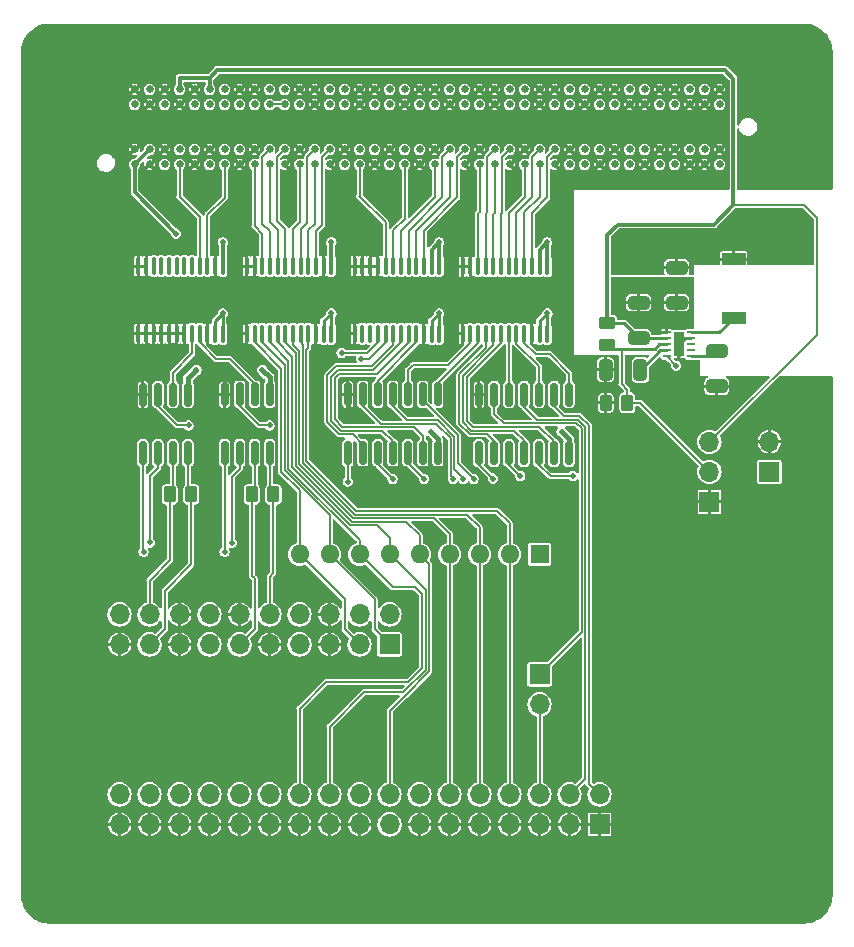
<source format=gtl>
%TF.GenerationSoftware,KiCad,Pcbnew,7.0.8*%
%TF.CreationDate,2024-07-21T17:29:17-05:00*%
%TF.ProjectId,esdi_fmc,65736469-5f66-46d6-932e-6b696361645f,rev?*%
%TF.SameCoordinates,Original*%
%TF.FileFunction,Copper,L1,Top*%
%TF.FilePolarity,Positive*%
%FSLAX46Y46*%
G04 Gerber Fmt 4.6, Leading zero omitted, Abs format (unit mm)*
G04 Created by KiCad (PCBNEW 7.0.8) date 2024-07-21 17:29:17*
%MOMM*%
%LPD*%
G01*
G04 APERTURE LIST*
G04 Aperture macros list*
%AMRoundRect*
0 Rectangle with rounded corners*
0 $1 Rounding radius*
0 $2 $3 $4 $5 $6 $7 $8 $9 X,Y pos of 4 corners*
0 Add a 4 corners polygon primitive as box body*
4,1,4,$2,$3,$4,$5,$6,$7,$8,$9,$2,$3,0*
0 Add four circle primitives for the rounded corners*
1,1,$1+$1,$2,$3*
1,1,$1+$1,$4,$5*
1,1,$1+$1,$6,$7*
1,1,$1+$1,$8,$9*
0 Add four rect primitives between the rounded corners*
20,1,$1+$1,$2,$3,$4,$5,0*
20,1,$1+$1,$4,$5,$6,$7,0*
20,1,$1+$1,$6,$7,$8,$9,0*
20,1,$1+$1,$8,$9,$2,$3,0*%
G04 Aperture macros list end*
%TA.AperFunction,SMDPad,CuDef*%
%ADD10RoundRect,0.100000X-0.100000X0.637500X-0.100000X-0.637500X0.100000X-0.637500X0.100000X0.637500X0*%
%TD*%
%TA.AperFunction,SMDPad,CuDef*%
%ADD11RoundRect,0.150000X-0.150000X0.825000X-0.150000X-0.825000X0.150000X-0.825000X0.150000X0.825000X0*%
%TD*%
%TA.AperFunction,ComponentPad*%
%ADD12R,1.700000X1.700000*%
%TD*%
%TA.AperFunction,ComponentPad*%
%ADD13O,1.700000X1.700000*%
%TD*%
%TA.AperFunction,ComponentPad*%
%ADD14R,1.600000X1.600000*%
%TD*%
%TA.AperFunction,ComponentPad*%
%ADD15O,1.600000X1.600000*%
%TD*%
%TA.AperFunction,SMDPad,CuDef*%
%ADD16RoundRect,0.250000X0.450000X-0.262500X0.450000X0.262500X-0.450000X0.262500X-0.450000X-0.262500X0*%
%TD*%
%TA.AperFunction,SMDPad,CuDef*%
%ADD17RoundRect,0.062500X-0.300000X-0.062500X0.300000X-0.062500X0.300000X0.062500X-0.300000X0.062500X0*%
%TD*%
%TA.AperFunction,SMDPad,CuDef*%
%ADD18R,0.900000X2.000000*%
%TD*%
%TA.AperFunction,SMDPad,CuDef*%
%ADD19RoundRect,0.250000X-0.262500X-0.450000X0.262500X-0.450000X0.262500X0.450000X-0.262500X0.450000X0*%
%TD*%
%TA.AperFunction,SMDPad,CuDef*%
%ADD20RoundRect,0.250000X0.262500X0.450000X-0.262500X0.450000X-0.262500X-0.450000X0.262500X-0.450000X0*%
%TD*%
%TA.AperFunction,SMDPad,CuDef*%
%ADD21RoundRect,0.250000X0.650000X-0.325000X0.650000X0.325000X-0.650000X0.325000X-0.650000X-0.325000X0*%
%TD*%
%TA.AperFunction,SMDPad,CuDef*%
%ADD22C,0.635000*%
%TD*%
%TA.AperFunction,SMDPad,CuDef*%
%ADD23R,2.006600X0.990600*%
%TD*%
%TA.AperFunction,SMDPad,CuDef*%
%ADD24RoundRect,0.250000X-0.650000X0.325000X-0.650000X-0.325000X0.650000X-0.325000X0.650000X0.325000X0*%
%TD*%
%TA.AperFunction,SMDPad,CuDef*%
%ADD25RoundRect,0.250000X0.325000X0.650000X-0.325000X0.650000X-0.325000X-0.650000X0.325000X-0.650000X0*%
%TD*%
%TA.AperFunction,ViaPad*%
%ADD26C,0.508000*%
%TD*%
%TA.AperFunction,ViaPad*%
%ADD27C,5.400000*%
%TD*%
%TA.AperFunction,Conductor*%
%ADD28C,0.304800*%
%TD*%
%TA.AperFunction,Conductor*%
%ADD29C,0.152400*%
%TD*%
%TA.AperFunction,Conductor*%
%ADD30C,0.254000*%
%TD*%
%TA.AperFunction,Conductor*%
%ADD31C,0.457200*%
%TD*%
G04 APERTURE END LIST*
D10*
%TO.P,U4,1,VCCA*%
%TO.N,/FMC_VADJ*%
X77206700Y-71485600D03*
%TO.P,U4,2,DIR*%
%TO.N,GND*%
X76556700Y-71485600D03*
%TO.P,U4,3,A1*%
%TO.N,/CONFIG_STAT_DATA_FMC*%
X75906700Y-71485600D03*
%TO.P,U4,4,A2*%
%TO.N,/XFER_ACK_FMC*%
X75256700Y-71485600D03*
%TO.P,U4,5,A3*%
%TO.N,/ATTN_FMC*%
X74606700Y-71485600D03*
%TO.P,U4,6,A4*%
%TO.N,/SECTOR_FMC*%
X73956700Y-71485600D03*
%TO.P,U4,7,A5*%
%TO.N,/INDEX_FMC*%
X73306700Y-71485600D03*
%TO.P,U4,8,A6*%
%TO.N,/READY_FMC*%
X72656700Y-71485600D03*
%TO.P,U4,9,A7*%
%TO.N,/DRIVE_SELECTED_FMC*%
X72006700Y-71485600D03*
%TO.P,U4,10,A8*%
%TO.N,/CMD_COMPLETE_FMC*%
X71356700Y-71485600D03*
%TO.P,U4,11,GND*%
%TO.N,GND*%
X70706700Y-71485600D03*
%TO.P,U4,12,GND*%
X70056700Y-71485600D03*
%TO.P,U4,13,GND*%
X70056700Y-77210600D03*
%TO.P,U4,14,B8*%
%TO.N,/CMD_COMPLETE*%
X70706700Y-77210600D03*
%TO.P,U4,15,B7*%
%TO.N,/DRIVE_SELECTED*%
X71356700Y-77210600D03*
%TO.P,U4,16,B6*%
%TO.N,/READY*%
X72006700Y-77210600D03*
%TO.P,U4,17,B5*%
%TO.N,/INDEX*%
X72656700Y-77210600D03*
%TO.P,U4,18,B4*%
%TO.N,/SECTOR*%
X73306700Y-77210600D03*
%TO.P,U4,19,B3*%
%TO.N,/ATTN*%
X73956700Y-77210600D03*
%TO.P,U4,20,B2*%
%TO.N,/XFER_ACK*%
X74606700Y-77210600D03*
%TO.P,U4,21,B1*%
%TO.N,/CONFIG_STAT_DATA*%
X75256700Y-77210600D03*
%TO.P,U4,22,OE*%
%TO.N,GND*%
X75906700Y-77210600D03*
%TO.P,U4,23,VCCB*%
%TO.N,+5V*%
X76556700Y-77210600D03*
%TO.P,U4,24,VCCB*%
X77206700Y-77210600D03*
%TD*%
D11*
%TO.P,U7,1*%
%TO.N,Net-(U2-B7)*%
X86223700Y-82345600D03*
%TO.P,U7,2*%
%TO.N,/DRIVE0*%
X84953700Y-82345600D03*
%TO.P,U7,3*%
%TO.N,Net-(U2-B8)*%
X83683700Y-82345600D03*
%TO.P,U7,4*%
%TO.N,/DRIVE1*%
X82413700Y-82345600D03*
%TO.P,U7,5*%
%TO.N,Net-(U3-B1)*%
X81143700Y-82345600D03*
%TO.P,U7,6*%
%TO.N,/DRIVE2*%
X79873700Y-82345600D03*
%TO.P,U7,7,GND*%
%TO.N,GND*%
X78603700Y-82345600D03*
%TO.P,U7,8*%
%TO.N,/AME*%
X78603700Y-87295600D03*
%TO.P,U7,9*%
%TO.N,Net-(U3-B4)*%
X79873700Y-87295600D03*
%TO.P,U7,10*%
%TO.N,/CMD_DATA*%
X81143700Y-87295600D03*
%TO.P,U7,11*%
%TO.N,Net-(U3-B3)*%
X82413700Y-87295600D03*
%TO.P,U7,12*%
%TO.N,/READ_GATE*%
X83683700Y-87295600D03*
%TO.P,U7,13*%
%TO.N,Net-(U3-B2)*%
X84953700Y-87295600D03*
%TO.P,U7,14,VCC*%
%TO.N,+5V*%
X86223700Y-87295600D03*
%TD*%
D12*
%TO.P,JP1,1,Pin_1*%
%TO.N,GND*%
X109220000Y-91440000D03*
D13*
%TO.P,JP1,2,Pin_2*%
%TO.N,Net-(JP1-Pin_2)*%
X109220000Y-88900000D03*
%TO.P,JP1,3,Pin_3*%
%TO.N,/FMC_12V*%
X109220000Y-86360000D03*
%TD*%
D14*
%TO.P,RN1,1,common*%
%TO.N,+5V*%
X94834300Y-95895000D03*
D15*
%TO.P,RN1,2,R1*%
%TO.N,/CONFIG_STAT_DATA*%
X92294300Y-95895000D03*
%TO.P,RN1,3,R2*%
%TO.N,/XFER_ACK*%
X89754300Y-95895000D03*
%TO.P,RN1,4,R3*%
%TO.N,/ATTN*%
X87214300Y-95895000D03*
%TO.P,RN1,5,R4*%
%TO.N,/SECTOR*%
X84674300Y-95895000D03*
%TO.P,RN1,6,R5*%
%TO.N,/INDEX*%
X82134300Y-95895000D03*
%TO.P,RN1,7,R6*%
%TO.N,/READY*%
X79594300Y-95895000D03*
%TO.P,RN1,8,R7*%
%TO.N,/DRIVE_SELECTED*%
X77054300Y-95895000D03*
%TO.P,RN1,9,R8*%
%TO.N,/CMD_COMPLETE*%
X74514300Y-95895000D03*
%TD*%
D11*
%TO.P,U8,1,VCC*%
%TO.N,+5V*%
X71974300Y-82345600D03*
%TO.P,U8,2,R*%
%TO.N,Net-(U5-B1)*%
X70704300Y-82345600D03*
%TO.P,U8,3,D*%
%TO.N,Net-(U3-B5)*%
X69434300Y-82345600D03*
%TO.P,U8,4,GND*%
%TO.N,GND*%
X68164300Y-82345600D03*
%TO.P,U8,5,Y*%
%TO.N,/WRITE_CLOCK_P*%
X68164300Y-87295600D03*
%TO.P,U8,6,Z*%
%TO.N,/WRITE_CLOCK_N*%
X69434300Y-87295600D03*
%TO.P,U8,7,B*%
%TO.N,/READ_CLOCK_N*%
X70704300Y-87295600D03*
%TO.P,U8,8,A*%
%TO.N,/READ_CLOCK_P*%
X71974300Y-87295600D03*
%TD*%
D16*
%TO.P,R1,1*%
%TO.N,Net-(JP1-Pin_2)*%
X100584000Y-78128500D03*
%TO.P,R1,2*%
%TO.N,/FMC_12V*%
X100584000Y-76303500D03*
%TD*%
D10*
%TO.P,U3,1,VCCA*%
%TO.N,/FMC_VADJ*%
X86344900Y-71485600D03*
%TO.P,U3,2,DIR*%
X85694900Y-71485600D03*
%TO.P,U3,3,A1*%
%TO.N,/DRIVE2_FMC*%
X85044900Y-71485600D03*
%TO.P,U3,4,A2*%
%TO.N,/READ_GATE_FMC*%
X84394900Y-71485600D03*
%TO.P,U3,5,A3*%
%TO.N,/CMD_DATA_FMC*%
X83744900Y-71485600D03*
%TO.P,U3,6,A4*%
%TO.N,/AME_FMC*%
X83094900Y-71485600D03*
%TO.P,U3,7,A5*%
%TO.N,/WRITE_CLOCK_FMC*%
X82444900Y-71485600D03*
%TO.P,U3,8,A6*%
%TO.N,/WRITE_DATA_FMC*%
X81794900Y-71485600D03*
%TO.P,U3,9,A7*%
%TO.N,GND*%
X81144900Y-71485600D03*
%TO.P,U3,10,A8*%
X80494900Y-71485600D03*
%TO.P,U3,11,GND*%
X79844900Y-71485600D03*
%TO.P,U3,12,GND*%
X79194900Y-71485600D03*
%TO.P,U3,13,GND*%
X79194900Y-77210600D03*
%TO.P,U3,14,B8*%
%TO.N,unconnected-(U3-B8-Pad14)*%
X79844900Y-77210600D03*
%TO.P,U3,15,B7*%
%TO.N,unconnected-(U3-B7-Pad15)*%
X80494900Y-77210600D03*
%TO.P,U3,16,B6*%
%TO.N,Net-(U3-B6)*%
X81144900Y-77210600D03*
%TO.P,U3,17,B5*%
%TO.N,Net-(U3-B5)*%
X81794900Y-77210600D03*
%TO.P,U3,18,B4*%
%TO.N,Net-(U3-B4)*%
X82444900Y-77210600D03*
%TO.P,U3,19,B3*%
%TO.N,Net-(U3-B3)*%
X83094900Y-77210600D03*
%TO.P,U3,20,B2*%
%TO.N,Net-(U3-B2)*%
X83744900Y-77210600D03*
%TO.P,U3,21,B1*%
%TO.N,Net-(U3-B1)*%
X84394900Y-77210600D03*
%TO.P,U3,22,OE*%
%TO.N,GND*%
X85044900Y-77210600D03*
%TO.P,U3,23,VCCB*%
%TO.N,+5V*%
X85694900Y-77210600D03*
%TO.P,U3,24,VCCB*%
X86344900Y-77210600D03*
%TD*%
D17*
%TO.P,U1,1,PGND*%
%TO.N,GND*%
X105609200Y-77097600D03*
%TO.P,U1,2,VIN*%
%TO.N,/FMC_12V*%
X105609200Y-77597600D03*
%TO.P,U1,3,EN/UVLO*%
%TO.N,Net-(JP1-Pin_2)*%
X105609200Y-78097600D03*
%TO.P,U1,4,VCC*%
%TO.N,Net-(U1-VCC)*%
X105609200Y-78597600D03*
%TO.P,U1,5,FB/VO*%
%TO.N,+5V*%
X105609200Y-79097600D03*
%TO.P,U1,6,SS*%
%TO.N,Net-(U1-SS)*%
X107634200Y-79097600D03*
%TO.P,U1,7,NC*%
%TO.N,unconnected-(U1-NC-Pad7)*%
X107634200Y-78597600D03*
%TO.P,U1,8,~{RESET}*%
%TO.N,unconnected-(U1-~{RESET}-Pad8)*%
X107634200Y-78097600D03*
%TO.P,U1,9,GND*%
%TO.N,GND*%
X107634200Y-77597600D03*
%TO.P,U1,10,LX*%
%TO.N,Net-(U1-LX)*%
X107634200Y-77097600D03*
D18*
%TO.P,U1,11,GND*%
%TO.N,GND*%
X106621700Y-78097600D03*
%TD*%
D11*
%TO.P,U6,1*%
%TO.N,Net-(U2-B1)*%
X97323500Y-82356800D03*
%TO.P,U6,2*%
%TO.N,/HEAD3*%
X96053500Y-82356800D03*
%TO.P,U6,3*%
%TO.N,Net-(U2-B2)*%
X94783500Y-82356800D03*
%TO.P,U6,4*%
%TO.N,/HEAD2*%
X93513500Y-82356800D03*
%TO.P,U6,5*%
%TO.N,Net-(U2-B3)*%
X92243500Y-82356800D03*
%TO.P,U6,6*%
%TO.N,/WRITE_GATE*%
X90973500Y-82356800D03*
%TO.P,U6,7,GND*%
%TO.N,GND*%
X89703500Y-82356800D03*
%TO.P,U6,8*%
%TO.N,/XFER_REQ*%
X89703500Y-87306800D03*
%TO.P,U6,9*%
%TO.N,Net-(U2-B6)*%
X90973500Y-87306800D03*
%TO.P,U6,10*%
%TO.N,/HEAD1*%
X92243500Y-87306800D03*
%TO.P,U6,11*%
%TO.N,Net-(U2-B5)*%
X93513500Y-87306800D03*
%TO.P,U6,12*%
%TO.N,/HEAD0*%
X94783500Y-87306800D03*
%TO.P,U6,13*%
%TO.N,Net-(U2-B4)*%
X96053500Y-87306800D03*
%TO.P,U6,14,VCC*%
%TO.N,+5V*%
X97323500Y-87306800D03*
%TD*%
D19*
%TO.P,R2,1*%
%TO.N,GND*%
X100433500Y-83058000D03*
%TO.P,R2,2*%
%TO.N,Net-(JP1-Pin_2)*%
X102258500Y-83058000D03*
%TD*%
D20*
%TO.P,R3,1*%
%TO.N,/READ_CLOCK_P*%
X72300700Y-90815000D03*
%TO.P,R3,2*%
%TO.N,/READ_CLOCK_N*%
X70475700Y-90815000D03*
%TD*%
D21*
%TO.P,C1,1*%
%TO.N,/FMC_12V*%
X103218100Y-77534400D03*
%TO.P,C1,2*%
%TO.N,GND*%
X103218100Y-74584400D03*
%TD*%
D22*
%TO.P,J1,C1,C1*%
%TO.N,GND*%
X110074300Y-56525000D03*
%TO.P,J1,C2,C2*%
%TO.N,unconnected-(J1-PadC2)*%
X108804300Y-56525000D03*
%TO.P,J1,C3,C3*%
%TO.N,unconnected-(J1-PadC3)*%
X107534300Y-56525000D03*
%TO.P,J1,C4,C4*%
%TO.N,GND*%
X106264300Y-56525000D03*
%TO.P,J1,C5,C5*%
X104994300Y-56525000D03*
%TO.P,J1,C6,C6*%
%TO.N,unconnected-(J1-PadC6)*%
X103724300Y-56525000D03*
%TO.P,J1,C7,C7*%
%TO.N,unconnected-(J1-PadC7)*%
X102454300Y-56525000D03*
%TO.P,J1,C8,C8*%
%TO.N,GND*%
X101184300Y-56525000D03*
%TO.P,J1,C9,C9*%
X99914300Y-56525000D03*
%TO.P,J1,C10,C10*%
%TO.N,unconnected-(J1-PadC10)*%
X98644300Y-56525000D03*
%TO.P,J1,C11,C11*%
%TO.N,unconnected-(J1-PadC11)*%
X97374300Y-56525000D03*
%TO.P,J1,C12,C12*%
%TO.N,GND*%
X96104300Y-56525000D03*
%TO.P,J1,C13,C13*%
X94834300Y-56525000D03*
%TO.P,J1,C14,C14*%
%TO.N,unconnected-(J1-PadC14)*%
X93564300Y-56525000D03*
%TO.P,J1,C15,C15*%
%TO.N,unconnected-(J1-PadC15)*%
X92294300Y-56525000D03*
%TO.P,J1,C16,C16*%
%TO.N,GND*%
X91024300Y-56525000D03*
%TO.P,J1,C17,C17*%
X89754300Y-56525000D03*
%TO.P,J1,C18,C18*%
%TO.N,unconnected-(J1-PadC18)*%
X88484300Y-56525000D03*
%TO.P,J1,C19,C19*%
%TO.N,unconnected-(J1-PadC19)*%
X87214300Y-56525000D03*
%TO.P,J1,C20,C20*%
%TO.N,GND*%
X85944300Y-56525000D03*
%TO.P,J1,C21,C21*%
X84674300Y-56525000D03*
%TO.P,J1,C22,C22*%
%TO.N,unconnected-(J1-PadC22)*%
X83404300Y-56525000D03*
%TO.P,J1,C23,C23*%
%TO.N,unconnected-(J1-PadC23)*%
X82134300Y-56525000D03*
%TO.P,J1,C24,C24*%
%TO.N,GND*%
X80864300Y-56525000D03*
%TO.P,J1,C25,C25*%
X79594300Y-56525000D03*
%TO.P,J1,C26,C26*%
%TO.N,unconnected-(J1-PadC26)*%
X78324300Y-56525000D03*
%TO.P,J1,C27,C27*%
%TO.N,unconnected-(J1-PadC27)*%
X77054300Y-56525000D03*
%TO.P,J1,C28,C28*%
%TO.N,GND*%
X75784300Y-56525000D03*
%TO.P,J1,C29,C29*%
X74514300Y-56525000D03*
%TO.P,J1,C30,C30*%
%TO.N,unconnected-(J1-PadC30)*%
X73244300Y-56525000D03*
%TO.P,J1,C31,C31*%
%TO.N,unconnected-(J1-PadC31)*%
X71974300Y-56525000D03*
%TO.P,J1,C32,C32*%
%TO.N,GND*%
X70704300Y-56525000D03*
%TO.P,J1,C33,C33*%
X69434300Y-56525000D03*
%TO.P,J1,C34,C34*%
%TO.N,unconnected-(J1-PadC34)*%
X68164300Y-56525000D03*
%TO.P,J1,C35,C35*%
%TO.N,/FMC_12V*%
X66894300Y-56525000D03*
%TO.P,J1,C36,C36*%
%TO.N,GND*%
X65624300Y-56525000D03*
%TO.P,J1,C37,C37*%
%TO.N,/FMC_12V*%
X64354300Y-56525000D03*
%TO.P,J1,C38,C38*%
%TO.N,GND*%
X63084300Y-56525000D03*
%TO.P,J1,C39,C39*%
%TO.N,unconnected-(J1-PadC39)*%
X61814300Y-56525000D03*
%TO.P,J1,C40,C40*%
%TO.N,GND*%
X60544300Y-56525000D03*
%TO.P,J1,D1,D1*%
%TO.N,unconnected-(J1-PadD1)*%
X110074300Y-57795000D03*
%TO.P,J1,D2,D2*%
%TO.N,GND*%
X108804300Y-57795000D03*
%TO.P,J1,D3,D3*%
X107534300Y-57795000D03*
%TO.P,J1,D4,D4*%
%TO.N,unconnected-(J1-PadD4)*%
X106264300Y-57795000D03*
%TO.P,J1,D5,D5*%
%TO.N,unconnected-(J1-PadD5)*%
X104994300Y-57795000D03*
%TO.P,J1,D6,D6*%
%TO.N,GND*%
X103724300Y-57795000D03*
%TO.P,J1,D7,D7*%
X102454300Y-57795000D03*
%TO.P,J1,D8,D8*%
%TO.N,unconnected-(J1-PadD8)*%
X101184300Y-57795000D03*
%TO.P,J1,D9,D9*%
%TO.N,unconnected-(J1-PadD9)*%
X99914300Y-57795000D03*
%TO.P,J1,D10,D10*%
%TO.N,GND*%
X98644300Y-57795000D03*
%TO.P,J1,D11,D11*%
%TO.N,unconnected-(J1-PadD11)*%
X97374300Y-57795000D03*
%TO.P,J1,D12,D12*%
%TO.N,unconnected-(J1-PadD12)*%
X96104300Y-57795000D03*
%TO.P,J1,D13,D13*%
%TO.N,GND*%
X94834300Y-57795000D03*
%TO.P,J1,D14,D14*%
%TO.N,unconnected-(J1-PadD14)*%
X93564300Y-57795000D03*
%TO.P,J1,D15,D15*%
%TO.N,unconnected-(J1-PadD15)*%
X92294300Y-57795000D03*
%TO.P,J1,D16,D16*%
%TO.N,GND*%
X91024300Y-57795000D03*
%TO.P,J1,D17,D17*%
%TO.N,unconnected-(J1-PadD17)*%
X89754300Y-57795000D03*
%TO.P,J1,D18,D18*%
%TO.N,unconnected-(J1-PadD18)*%
X88484300Y-57795000D03*
%TO.P,J1,D19,D19*%
%TO.N,GND*%
X87214300Y-57795000D03*
%TO.P,J1,D20,D20*%
%TO.N,unconnected-(J1-PadD20)*%
X85944300Y-57795000D03*
%TO.P,J1,D21,D21*%
%TO.N,unconnected-(J1-PadD21)*%
X84674300Y-57795000D03*
%TO.P,J1,D22,D22*%
%TO.N,GND*%
X83404300Y-57795000D03*
%TO.P,J1,D23,D23*%
%TO.N,unconnected-(J1-PadD23)*%
X82134300Y-57795000D03*
%TO.P,J1,D24,D24*%
%TO.N,unconnected-(J1-PadD24)*%
X80864300Y-57795000D03*
%TO.P,J1,D25,D25*%
%TO.N,GND*%
X79594300Y-57795000D03*
%TO.P,J1,D26,D26*%
%TO.N,unconnected-(J1-PadD26)*%
X78324300Y-57795000D03*
%TO.P,J1,D27,D27*%
%TO.N,unconnected-(J1-PadD27)*%
X77054300Y-57795000D03*
%TO.P,J1,D28,D28*%
%TO.N,GND*%
X75784300Y-57795000D03*
%TO.P,J1,D29,D29*%
%TO.N,unconnected-(J1-PadD29)*%
X74514300Y-57795000D03*
%TO.P,J1,D30,D30*%
%TO.N,Net-(J1-PadD30)*%
X73244300Y-57795000D03*
%TO.P,J1,D31,D31*%
X71974300Y-57795000D03*
%TO.P,J1,D32,D32*%
%TO.N,unconnected-(J1-PadD32)*%
X70704300Y-57795000D03*
%TO.P,J1,D33,D33*%
%TO.N,unconnected-(J1-PadD33)*%
X69434300Y-57795000D03*
%TO.P,J1,D34,D34*%
%TO.N,unconnected-(J1-PadD34)*%
X68164300Y-57795000D03*
%TO.P,J1,D35,D35*%
%TO.N,unconnected-(J1-PadD35)*%
X66894300Y-57795000D03*
%TO.P,J1,D36,D36*%
%TO.N,unconnected-(J1-PadD36)*%
X65624300Y-57795000D03*
%TO.P,J1,D37,D37*%
%TO.N,GND*%
X64354300Y-57795000D03*
%TO.P,J1,D38,D38*%
%TO.N,unconnected-(J1-PadD38)*%
X63084300Y-57795000D03*
%TO.P,J1,D39,D39*%
%TO.N,GND*%
X61814300Y-57795000D03*
%TO.P,J1,D40,D40*%
%TO.N,unconnected-(J1-PadD40)*%
X60544300Y-57795000D03*
%TO.P,J1,G1,G1*%
%TO.N,GND*%
X110074300Y-61605000D03*
%TO.P,J1,G2,G2*%
%TO.N,unconnected-(J1-PadG2)*%
X108804300Y-61605000D03*
%TO.P,J1,G3,G3*%
%TO.N,unconnected-(J1-PadG3)*%
X107534300Y-61605000D03*
%TO.P,J1,G4,G4*%
%TO.N,GND*%
X106264300Y-61605000D03*
%TO.P,J1,G5,G5*%
X104994300Y-61605000D03*
%TO.P,J1,G6,G6*%
%TO.N,unconnected-(J1-PadG6)*%
X103724300Y-61605000D03*
%TO.P,J1,G7,G7*%
%TO.N,unconnected-(J1-PadG7)*%
X102454300Y-61605000D03*
%TO.P,J1,G8,G8*%
%TO.N,GND*%
X101184300Y-61605000D03*
%TO.P,J1,G9,G9*%
%TO.N,unconnected-(J1-PadG9)*%
X99914300Y-61605000D03*
%TO.P,J1,G10,G10*%
%TO.N,unconnected-(J1-PadG10)*%
X98644300Y-61605000D03*
%TO.P,J1,G11,G11*%
%TO.N,GND*%
X97374300Y-61605000D03*
%TO.P,J1,G12,G12*%
%TO.N,/HEAD3_FMC*%
X96104300Y-61605000D03*
%TO.P,J1,G13,G13*%
%TO.N,/WRITE_GATE_FMC*%
X94834300Y-61605000D03*
%TO.P,J1,G14,G14*%
%TO.N,GND*%
X93564300Y-61605000D03*
%TO.P,J1,G15,G15*%
%TO.N,/HEAD1_FMC*%
X92294300Y-61605000D03*
%TO.P,J1,G16,G16*%
%TO.N,/DRIVE0_FMC*%
X91024300Y-61605000D03*
%TO.P,J1,G17,G17*%
%TO.N,GND*%
X89754300Y-61605000D03*
%TO.P,J1,G18,G18*%
%TO.N,/DRIVE2_FMC*%
X88484300Y-61605000D03*
%TO.P,J1,G19,G19*%
%TO.N,/CMD_DATA_FMC*%
X87214300Y-61605000D03*
%TO.P,J1,G20,G20*%
%TO.N,GND*%
X85944300Y-61605000D03*
%TO.P,J1,G21,G21*%
%TO.N,unconnected-(J1-PadG21)*%
X84674300Y-61605000D03*
%TO.P,J1,G22,G22*%
%TO.N,unconnected-(J1-PadG22)*%
X83404300Y-61605000D03*
%TO.P,J1,G23,G23*%
%TO.N,GND*%
X82134300Y-61605000D03*
%TO.P,J1,G24,G24*%
%TO.N,unconnected-(J1-PadG24)*%
X80864300Y-61605000D03*
%TO.P,J1,G25,G25*%
%TO.N,unconnected-(J1-PadG25)*%
X79594300Y-61605000D03*
%TO.P,J1,G26,G26*%
%TO.N,GND*%
X78324300Y-61605000D03*
%TO.P,J1,G27,G27*%
%TO.N,/CONFIG_STAT_DATA_FMC*%
X77054300Y-61605000D03*
%TO.P,J1,G28,G28*%
%TO.N,/ATTN_FMC*%
X75784300Y-61605000D03*
%TO.P,J1,G29,G29*%
%TO.N,GND*%
X74514300Y-61605000D03*
%TO.P,J1,G30,G30*%
%TO.N,/INDEX_FMC*%
X73244300Y-61605000D03*
%TO.P,J1,G31,G31*%
%TO.N,/DRIVE_SELECTED_FMC*%
X71974300Y-61605000D03*
%TO.P,J1,G32,G32*%
%TO.N,GND*%
X70704300Y-61605000D03*
%TO.P,J1,G33,G33*%
%TO.N,unconnected-(J1-PadG33)*%
X69434300Y-61605000D03*
%TO.P,J1,G34,G34*%
%TO.N,unconnected-(J1-PadG34)*%
X68164300Y-61605000D03*
%TO.P,J1,G35,G35*%
%TO.N,GND*%
X66894300Y-61605000D03*
%TO.P,J1,G36,G36*%
%TO.N,unconnected-(J1-PadG36)*%
X65624300Y-61605000D03*
%TO.P,J1,G37,G37*%
%TO.N,unconnected-(J1-PadG37)*%
X64354300Y-61605000D03*
%TO.P,J1,G38,G38*%
%TO.N,GND*%
X63084300Y-61605000D03*
%TO.P,J1,G39,G39*%
%TO.N,/FMC_VADJ*%
X61814300Y-61605000D03*
%TO.P,J1,G40,G40*%
%TO.N,GND*%
X60544300Y-61605000D03*
%TO.P,J1,H1,H1*%
%TO.N,unconnected-(J1-PadH1)*%
X110074300Y-62875000D03*
%TO.P,J1,H2,H2*%
%TO.N,GND*%
X108804300Y-62875000D03*
%TO.P,J1,H3,H3*%
X107534300Y-62875000D03*
%TO.P,J1,H4,H4*%
%TO.N,unconnected-(J1-PadH4)*%
X106264300Y-62875000D03*
%TO.P,J1,H5,H5*%
%TO.N,unconnected-(J1-PadH5)*%
X104994300Y-62875000D03*
%TO.P,J1,H6,H6*%
%TO.N,GND*%
X103724300Y-62875000D03*
%TO.P,J1,H7,H7*%
%TO.N,unconnected-(J1-PadH7)*%
X102454300Y-62875000D03*
%TO.P,J1,H8,H8*%
%TO.N,unconnected-(J1-PadH8)*%
X101184300Y-62875000D03*
%TO.P,J1,H9,H9*%
%TO.N,GND*%
X99914300Y-62875000D03*
%TO.P,J1,H10,H10*%
%TO.N,unconnected-(J1-PadH10)*%
X98644300Y-62875000D03*
%TO.P,J1,H11,H11*%
%TO.N,unconnected-(J1-PadH11)*%
X97374300Y-62875000D03*
%TO.P,J1,H12,H12*%
%TO.N,GND*%
X96104300Y-62875000D03*
%TO.P,J1,H13,H13*%
%TO.N,/HEAD2_FMC*%
X94834300Y-62875000D03*
%TO.P,J1,H14,H14*%
%TO.N,/HEAD0_FMC*%
X93564300Y-62875000D03*
%TO.P,J1,H15,H15*%
%TO.N,GND*%
X92294300Y-62875000D03*
%TO.P,J1,H16,H16*%
%TO.N,/XFER_REQ_FMC*%
X91024300Y-62875000D03*
%TO.P,J1,H17,H17*%
%TO.N,/DRIVE1_FMC*%
X89754300Y-62875000D03*
%TO.P,J1,H18,H18*%
%TO.N,GND*%
X88484300Y-62875000D03*
%TO.P,J1,H19,H19*%
%TO.N,/READ_GATE_FMC*%
X87214300Y-62875000D03*
%TO.P,J1,H20,H20*%
%TO.N,/AME_FMC*%
X85944300Y-62875000D03*
%TO.P,J1,H21,H21*%
%TO.N,GND*%
X84674300Y-62875000D03*
%TO.P,J1,H22,H22*%
%TO.N,/WRITE_CLOCK_FMC*%
X83404300Y-62875000D03*
%TO.P,J1,H23,H23*%
%TO.N,unconnected-(J1-PadH23)*%
X82134300Y-62875000D03*
%TO.P,J1,H24,H24*%
%TO.N,GND*%
X80864300Y-62875000D03*
%TO.P,J1,H25,H25*%
%TO.N,/WRITE_DATA_FMC*%
X79594300Y-62875000D03*
%TO.P,J1,H26,H26*%
%TO.N,unconnected-(J1-PadH26)*%
X78324300Y-62875000D03*
%TO.P,J1,H27,H27*%
%TO.N,GND*%
X77054300Y-62875000D03*
%TO.P,J1,H28,H28*%
%TO.N,/XFER_ACK_FMC*%
X75784300Y-62875000D03*
%TO.P,J1,H29,H29*%
%TO.N,/SECTOR_FMC*%
X74514300Y-62875000D03*
%TO.P,J1,H30,H30*%
%TO.N,GND*%
X73244300Y-62875000D03*
%TO.P,J1,H31,H31*%
%TO.N,/READY_FMC*%
X71974300Y-62875000D03*
%TO.P,J1,H32,H32*%
%TO.N,/CMD_COMPLETE_FMC*%
X70704300Y-62875000D03*
%TO.P,J1,H33,H33*%
%TO.N,GND*%
X69434300Y-62875000D03*
%TO.P,J1,H34,H34*%
%TO.N,/READ_CLOCK_FMC*%
X68164300Y-62875000D03*
%TO.P,J1,H35,H35*%
%TO.N,unconnected-(J1-PadH35)*%
X66894300Y-62875000D03*
%TO.P,J1,H36,H36*%
%TO.N,GND*%
X65624300Y-62875000D03*
%TO.P,J1,H37,H37*%
%TO.N,/READ_DATA_FMC*%
X64354300Y-62875000D03*
%TO.P,J1,H38,H38*%
%TO.N,unconnected-(J1-PadH38)*%
X63084300Y-62875000D03*
%TO.P,J1,H39,H39*%
%TO.N,GND*%
X61814300Y-62875000D03*
%TO.P,J1,H40,H40*%
%TO.N,/FMC_VADJ*%
X60544300Y-62875000D03*
%TD*%
D23*
%TO.P,L1,1,1*%
%TO.N,Net-(U1-LX)*%
X111269900Y-75892500D03*
%TO.P,L1,2,2*%
%TO.N,+5V*%
X111269900Y-70888700D03*
%TD*%
D20*
%TO.P,R4,1*%
%TO.N,/READ_DATA_P*%
X65344900Y-90815000D03*
%TO.P,R4,2*%
%TO.N,/READ_DATA_N*%
X63519900Y-90815000D03*
%TD*%
D24*
%TO.P,C2,1*%
%TO.N,Net-(U1-SS)*%
X109847500Y-78697400D03*
%TO.P,C2,2*%
%TO.N,GND*%
X109847500Y-81647400D03*
%TD*%
D12*
%TO.P,JP3,1,Pin_1*%
%TO.N,+5V*%
X114300000Y-88900000D03*
D13*
%TO.P,JP3,2,Pin_2*%
%TO.N,GND*%
X114300000Y-86360000D03*
%TD*%
D10*
%TO.P,U5,1,VCCA*%
%TO.N,/FMC_VADJ*%
X68021100Y-71485600D03*
%TO.P,U5,2,DIR*%
%TO.N,GND*%
X67371100Y-71485600D03*
%TO.P,U5,3,A1*%
%TO.N,/READ_CLOCK_FMC*%
X66721100Y-71485600D03*
%TO.P,U5,4,A2*%
%TO.N,/READ_DATA_FMC*%
X66071100Y-71485600D03*
%TO.P,U5,5,A3*%
%TO.N,unconnected-(U5-A3-Pad5)*%
X65421100Y-71485600D03*
%TO.P,U5,6,A4*%
%TO.N,unconnected-(U5-A4-Pad6)*%
X64771100Y-71485600D03*
%TO.P,U5,7,A5*%
%TO.N,unconnected-(U5-A5-Pad7)*%
X64121100Y-71485600D03*
%TO.P,U5,8,A6*%
%TO.N,unconnected-(U5-A6-Pad8)*%
X63471100Y-71485600D03*
%TO.P,U5,9,A7*%
%TO.N,unconnected-(U5-A7-Pad9)*%
X62821100Y-71485600D03*
%TO.P,U5,10,A8*%
%TO.N,unconnected-(U5-A8-Pad10)*%
X62171100Y-71485600D03*
%TO.P,U5,11,GND*%
%TO.N,GND*%
X61521100Y-71485600D03*
%TO.P,U5,12,GND*%
X60871100Y-71485600D03*
%TO.P,U5,13,GND*%
X60871100Y-77210600D03*
%TO.P,U5,14,B8*%
X61521100Y-77210600D03*
%TO.P,U5,15,B7*%
X62171100Y-77210600D03*
%TO.P,U5,16,B6*%
X62821100Y-77210600D03*
%TO.P,U5,17,B5*%
X63471100Y-77210600D03*
%TO.P,U5,18,B4*%
X64121100Y-77210600D03*
%TO.P,U5,19,B3*%
X64771100Y-77210600D03*
%TO.P,U5,20,B2*%
%TO.N,Net-(U5-B2)*%
X65421100Y-77210600D03*
%TO.P,U5,21,B1*%
%TO.N,Net-(U5-B1)*%
X66071100Y-77210600D03*
%TO.P,U5,22,OE*%
%TO.N,GND*%
X66721100Y-77210600D03*
%TO.P,U5,23,VCCB*%
%TO.N,+5V*%
X67371100Y-77210600D03*
%TO.P,U5,24,VCCB*%
X68021100Y-77210600D03*
%TD*%
D11*
%TO.P,U9,1,VCC*%
%TO.N,+5V*%
X65065500Y-82356800D03*
%TO.P,U9,2,R*%
%TO.N,Net-(U5-B2)*%
X63795500Y-82356800D03*
%TO.P,U9,3,D*%
%TO.N,Net-(U3-B6)*%
X62525500Y-82356800D03*
%TO.P,U9,4,GND*%
%TO.N,GND*%
X61255500Y-82356800D03*
%TO.P,U9,5,Y*%
%TO.N,/WRITE_DATA_P*%
X61255500Y-87306800D03*
%TO.P,U9,6,Z*%
%TO.N,/WRITE_DATA_N*%
X62525500Y-87306800D03*
%TO.P,U9,7,B*%
%TO.N,/READ_DATA_N*%
X63795500Y-87306800D03*
%TO.P,U9,8,A*%
%TO.N,/READ_DATA_P*%
X65065500Y-87306800D03*
%TD*%
D10*
%TO.P,U2,1,VCCA*%
%TO.N,/FMC_VADJ*%
X95483100Y-71501000D03*
%TO.P,U2,2,DIR*%
X94833100Y-71501000D03*
%TO.P,U2,3,A1*%
%TO.N,/HEAD3_FMC*%
X94183100Y-71501000D03*
%TO.P,U2,4,A2*%
%TO.N,/HEAD2_FMC*%
X93533100Y-71501000D03*
%TO.P,U2,5,A3*%
%TO.N,/WRITE_GATE_FMC*%
X92883100Y-71501000D03*
%TO.P,U2,6,A4*%
%TO.N,/HEAD0_FMC*%
X92233100Y-71501000D03*
%TO.P,U2,7,A5*%
%TO.N,/HEAD1_FMC*%
X91583100Y-71501000D03*
%TO.P,U2,8,A6*%
%TO.N,/XFER_REQ_FMC*%
X90933100Y-71501000D03*
%TO.P,U2,9,A7*%
%TO.N,/DRIVE0_FMC*%
X90283100Y-71501000D03*
%TO.P,U2,10,A8*%
%TO.N,/DRIVE1_FMC*%
X89633100Y-71501000D03*
%TO.P,U2,11,GND*%
%TO.N,GND*%
X88983100Y-71501000D03*
%TO.P,U2,12,GND*%
X88333100Y-71501000D03*
%TO.P,U2,13,GND*%
X88333100Y-77226000D03*
%TO.P,U2,14,B8*%
%TO.N,Net-(U2-B8)*%
X88983100Y-77226000D03*
%TO.P,U2,15,B7*%
%TO.N,Net-(U2-B7)*%
X89633100Y-77226000D03*
%TO.P,U2,16,B6*%
%TO.N,Net-(U2-B6)*%
X90283100Y-77226000D03*
%TO.P,U2,17,B5*%
%TO.N,Net-(U2-B5)*%
X90933100Y-77226000D03*
%TO.P,U2,18,B4*%
%TO.N,Net-(U2-B4)*%
X91583100Y-77226000D03*
%TO.P,U2,19,B3*%
%TO.N,Net-(U2-B3)*%
X92233100Y-77226000D03*
%TO.P,U2,20,B2*%
%TO.N,Net-(U2-B2)*%
X92883100Y-77226000D03*
%TO.P,U2,21,B1*%
%TO.N,Net-(U2-B1)*%
X93533100Y-77226000D03*
%TO.P,U2,22,OE*%
%TO.N,GND*%
X94183100Y-77226000D03*
%TO.P,U2,23,VCCB*%
%TO.N,+5V*%
X94833100Y-77226000D03*
%TO.P,U2,24,VCCB*%
X95483100Y-77226000D03*
%TD*%
D25*
%TO.P,C3,1*%
%TO.N,Net-(U1-VCC)*%
X103379800Y-80264000D03*
%TO.P,C3,2*%
%TO.N,GND*%
X100429800Y-80264000D03*
%TD*%
D24*
%TO.P,C4,1*%
%TO.N,+5V*%
X106443900Y-71636200D03*
%TO.P,C4,2*%
%TO.N,GND*%
X106443900Y-74586200D03*
%TD*%
D12*
%TO.P,J3,1,Pin_1*%
%TO.N,/DRIVE_SELECTED*%
X82134300Y-103515000D03*
D13*
%TO.P,J3,2,Pin_2*%
%TO.N,unconnected-(J3-Pin_2-Pad2)*%
X82134300Y-100975000D03*
%TO.P,J3,3,Pin_3*%
%TO.N,/CMD_COMPLETE*%
X79594300Y-103515000D03*
%TO.P,J3,4,Pin_4*%
%TO.N,/AME*%
X79594300Y-100975000D03*
%TO.P,J3,5,Pin_5*%
%TO.N,GND*%
X77054300Y-103515000D03*
%TO.P,J3,6,Pin_6*%
X77054300Y-100975000D03*
%TO.P,J3,7,Pin_7*%
%TO.N,/WRITE_CLOCK_P*%
X74514300Y-103515000D03*
%TO.P,J3,8,Pin_8*%
%TO.N,/WRITE_CLOCK_N*%
X74514300Y-100975000D03*
%TO.P,J3,9,Pin_9*%
%TO.N,GND*%
X71974300Y-103515000D03*
%TO.P,J3,10,Pin_10*%
%TO.N,/READ_CLOCK_P*%
X71974300Y-100975000D03*
%TO.P,J3,11,Pin_11*%
%TO.N,/READ_CLOCK_N*%
X69434300Y-103515000D03*
%TO.P,J3,12,Pin_12*%
%TO.N,GND*%
X69434300Y-100975000D03*
%TO.P,J3,13,Pin_13*%
%TO.N,/WRITE_DATA_P*%
X66894300Y-103515000D03*
%TO.P,J3,14,Pin_14*%
%TO.N,/WRITE_DATA_N*%
X66894300Y-100975000D03*
%TO.P,J3,15,Pin_15*%
%TO.N,GND*%
X64354300Y-103515000D03*
%TO.P,J3,16,Pin_16*%
X64354300Y-100975000D03*
%TO.P,J3,17,Pin_17*%
%TO.N,/READ_DATA_P*%
X61814300Y-103515000D03*
%TO.P,J3,18,Pin_18*%
%TO.N,/READ_DATA_N*%
X61814300Y-100975000D03*
%TO.P,J3,19,Pin_19*%
%TO.N,GND*%
X59274300Y-103515000D03*
%TO.P,J3,20,Pin_20*%
%TO.N,unconnected-(J3-Pin_20-Pad20)*%
X59274300Y-100975000D03*
%TD*%
D12*
%TO.P,J2,1,Pin_1*%
%TO.N,GND*%
X99914300Y-118755000D03*
D13*
%TO.P,J2,2,Pin_2*%
%TO.N,/HEAD3*%
X99914300Y-116215000D03*
%TO.P,J2,3,Pin_3*%
%TO.N,GND*%
X97374300Y-118755000D03*
%TO.P,J2,4,Pin_4*%
%TO.N,/HEAD2*%
X97374300Y-116215000D03*
%TO.P,J2,5,Pin_5*%
%TO.N,GND*%
X94834300Y-118755000D03*
%TO.P,J2,6,Pin_6*%
%TO.N,Net-(J2-Pin_6)*%
X94834300Y-116215000D03*
%TO.P,J2,7,Pin_7*%
%TO.N,GND*%
X92294300Y-118755000D03*
%TO.P,J2,8,Pin_8*%
%TO.N,/CONFIG_STAT_DATA*%
X92294300Y-116215000D03*
%TO.P,J2,9,Pin_9*%
%TO.N,GND*%
X89754300Y-118755000D03*
%TO.P,J2,10,Pin_10*%
%TO.N,/XFER_ACK*%
X89754300Y-116215000D03*
%TO.P,J2,11,Pin_11*%
%TO.N,GND*%
X87214300Y-118755000D03*
%TO.P,J2,12,Pin_12*%
%TO.N,/ATTN*%
X87214300Y-116215000D03*
%TO.P,J2,13,Pin_13*%
%TO.N,GND*%
X84674300Y-118755000D03*
%TO.P,J2,14,Pin_14*%
%TO.N,/HEAD0*%
X84674300Y-116215000D03*
%TO.P,J2,15,Pin_15*%
%TO.N,unconnected-(J2-Pin_15-Pad15)*%
X82134300Y-118755000D03*
%TO.P,J2,16,Pin_16*%
%TO.N,/SECTOR*%
X82134300Y-116215000D03*
%TO.P,J2,17,Pin_17*%
%TO.N,GND*%
X79594300Y-118755000D03*
%TO.P,J2,18,Pin_18*%
%TO.N,/HEAD1*%
X79594300Y-116215000D03*
%TO.P,J2,19,Pin_19*%
%TO.N,GND*%
X77054300Y-118755000D03*
%TO.P,J2,20,Pin_20*%
%TO.N,/INDEX*%
X77054300Y-116215000D03*
%TO.P,J2,21,Pin_21*%
%TO.N,GND*%
X74514300Y-118755000D03*
%TO.P,J2,22,Pin_22*%
%TO.N,/READY*%
X74514300Y-116215000D03*
%TO.P,J2,23,Pin_23*%
%TO.N,GND*%
X71974300Y-118755000D03*
%TO.P,J2,24,Pin_24*%
%TO.N,/XFER_REQ*%
X71974300Y-116215000D03*
%TO.P,J2,25,Pin_25*%
%TO.N,GND*%
X69434300Y-118755000D03*
%TO.P,J2,26,Pin_26*%
%TO.N,/DRIVE0*%
X69434300Y-116215000D03*
%TO.P,J2,27,Pin_27*%
%TO.N,GND*%
X66894300Y-118755000D03*
%TO.P,J2,28,Pin_28*%
%TO.N,/DRIVE1*%
X66894300Y-116215000D03*
%TO.P,J2,29,Pin_29*%
%TO.N,GND*%
X64354300Y-118755000D03*
%TO.P,J2,30,Pin_30*%
%TO.N,/DRIVE2*%
X64354300Y-116215000D03*
%TO.P,J2,31,Pin_31*%
%TO.N,GND*%
X61814300Y-118755000D03*
%TO.P,J2,32,Pin_32*%
%TO.N,/READ_GATE*%
X61814300Y-116215000D03*
%TO.P,J2,33,Pin_33*%
%TO.N,GND*%
X59274300Y-118755000D03*
%TO.P,J2,34,Pin_34*%
%TO.N,/CMD_DATA*%
X59274300Y-116215000D03*
%TD*%
D12*
%TO.P,JP2,1,Pin_1*%
%TO.N,/WRITE_GATE*%
X94834300Y-106055000D03*
D13*
%TO.P,JP2,2,Pin_2*%
%TO.N,Net-(J2-Pin_6)*%
X94834300Y-108595000D03*
%TD*%
D26*
%TO.N,GND*%
X80391000Y-74777600D03*
X105689400Y-75946000D03*
X98704400Y-80264000D03*
X91516200Y-74777600D03*
X106807000Y-73177400D03*
X105257600Y-80264000D03*
X103225600Y-75946000D03*
D27*
X116800000Y-61700000D03*
D26*
X101828600Y-73177400D03*
X106349800Y-82575400D03*
X107594400Y-80264000D03*
X90347800Y-84302600D03*
X79273400Y-84302600D03*
X104444800Y-73177400D03*
D27*
X53800000Y-61700000D03*
D26*
X98704400Y-82524600D03*
%TO.N,+5V*%
X108686600Y-69469000D03*
X77216000Y-75488800D03*
X86334600Y-75488800D03*
X85623400Y-85496400D03*
X71374000Y-80264000D03*
X114376200Y-68148200D03*
X103530400Y-69469000D03*
X112369600Y-68148200D03*
X111048800Y-69469000D03*
X116713000Y-68148200D03*
X113334800Y-69570600D03*
X96697800Y-85496400D03*
X106121200Y-69469000D03*
X95504000Y-75488800D03*
X106400600Y-79908400D03*
X68021200Y-75488800D03*
X65786000Y-80264000D03*
X115544600Y-69570600D03*
%TO.N,/FMC_VADJ*%
X95478600Y-69469000D03*
X86334600Y-69469000D03*
X64058800Y-68732400D03*
X77216000Y-69469000D03*
X68021200Y-69469000D03*
%TO.N,/HEAD0*%
X97653700Y-89265600D03*
%TO.N,/HEAD1*%
X93208700Y-89265600D03*
%TO.N,/XFER_REQ*%
X90897300Y-89468800D03*
%TO.N,/DRIVE0*%
X89246300Y-89494200D03*
%TO.N,/DRIVE1*%
X88382700Y-89494200D03*
%TO.N,/DRIVE2*%
X87519100Y-89494200D03*
%TO.N,/READ_GATE*%
X85055300Y-89494200D03*
%TO.N,/CMD_DATA*%
X82388300Y-89494200D03*
%TO.N,/AME*%
X78603700Y-89722800D03*
%TO.N,/WRITE_CLOCK_P*%
X68164300Y-95666400D03*
%TO.N,/WRITE_CLOCK_N*%
X68773900Y-94904400D03*
%TO.N,/WRITE_DATA_P*%
X61306300Y-95666400D03*
%TO.N,/WRITE_DATA_N*%
X61865100Y-94879000D03*
%TO.N,Net-(U3-B6)*%
X65116300Y-84973000D03*
X78070300Y-78826200D03*
%TO.N,Net-(U3-B5)*%
X71974300Y-84973000D03*
X79746700Y-79334200D03*
%TD*%
D28*
%TO.N,/FMC_12V*%
X111252000Y-66344800D02*
X109626400Y-67970400D01*
X64354300Y-55559100D02*
X66894300Y-55559100D01*
X109626400Y-67970400D02*
X101498400Y-67970400D01*
D29*
X118287800Y-67386200D02*
X117246400Y-66344800D01*
D28*
X110515400Y-54864000D02*
X111252000Y-55600600D01*
X66894300Y-55559100D02*
X67564000Y-54889400D01*
D30*
X105609200Y-77597600D02*
X103281300Y-77597600D01*
D28*
X101498400Y-67970400D02*
X100584000Y-68884800D01*
D30*
X103281300Y-77597600D02*
X103218100Y-77534400D01*
D29*
X109220000Y-86360000D02*
X118287800Y-77292200D01*
D28*
X64354300Y-56525000D02*
X64354300Y-55559100D01*
X100584000Y-68884800D02*
X100584000Y-76303500D01*
D30*
X101987200Y-76303500D02*
X103218100Y-77534400D01*
D29*
X118287800Y-77292200D02*
X118287800Y-67386200D01*
D28*
X66894300Y-56525000D02*
X66894300Y-55559100D01*
D30*
X100584000Y-76303500D02*
X101987200Y-76303500D01*
D28*
X111252000Y-55600600D02*
X111252000Y-66344800D01*
X67564000Y-54864000D02*
X110515400Y-54864000D01*
X67564000Y-54889400D02*
X67564000Y-54864000D01*
D29*
X117246400Y-66344800D02*
X111252000Y-66344800D01*
D30*
%TO.N,Net-(U1-SS)*%
X107634200Y-79097600D02*
X109447300Y-79097600D01*
X109447300Y-79097600D02*
X109847500Y-78697400D01*
D31*
%TO.N,GND*%
X89703500Y-82356800D02*
X89703500Y-83658300D01*
D29*
X103218100Y-75938500D02*
X103225600Y-75946000D01*
D31*
X89703500Y-83658300D02*
X90347800Y-84302600D01*
D30*
X106621700Y-78097600D02*
X106621700Y-79097600D01*
X107121700Y-77597600D02*
X106621700Y-78097600D01*
X107634200Y-77597600D02*
X107121700Y-77597600D01*
D31*
X78603700Y-82345600D02*
X78603700Y-83632900D01*
X78603700Y-83632900D02*
X79273400Y-84302600D01*
D30*
%TO.N,Net-(U1-VCC)*%
X103393936Y-80264000D02*
X103379800Y-80264000D01*
X105060336Y-78597600D02*
X103393936Y-80264000D01*
X105609200Y-78597600D02*
X105060336Y-78597600D01*
D31*
%TO.N,+5V*%
X97323500Y-86122100D02*
X96697800Y-85496400D01*
X65065500Y-80984500D02*
X65786000Y-80264000D01*
D30*
X94833100Y-77226000D02*
X94833100Y-76159700D01*
D31*
X97323500Y-87306800D02*
X97323500Y-86122100D01*
D30*
X77206700Y-75498100D02*
X77216000Y-75488800D01*
D29*
X105609200Y-79117000D02*
X106400600Y-79908400D01*
D30*
X77206700Y-77210600D02*
X77206700Y-75498100D01*
D31*
X65065500Y-82356800D02*
X65065500Y-80984500D01*
D30*
X68021100Y-77210600D02*
X68021100Y-75488900D01*
X85694900Y-77210600D02*
X85694900Y-76128500D01*
X94833100Y-76159700D02*
X95504000Y-75488800D01*
D31*
X71974300Y-80864300D02*
X71374000Y-80264000D01*
X71974300Y-82345600D02*
X71974300Y-80864300D01*
D30*
X67371100Y-77210600D02*
X67371100Y-76138900D01*
X76556700Y-77210600D02*
X76556700Y-76148100D01*
X85694900Y-76128500D02*
X86334600Y-75488800D01*
D31*
X86223700Y-86096700D02*
X85623400Y-85496400D01*
D30*
X76556700Y-76148100D02*
X77216000Y-75488800D01*
X86344900Y-77210600D02*
X86344900Y-75499100D01*
X95483100Y-77226000D02*
X95483100Y-75509700D01*
X67371100Y-76138900D02*
X68021200Y-75488800D01*
D29*
X105609200Y-79097600D02*
X105609200Y-79117000D01*
D30*
X86344900Y-75499100D02*
X86334600Y-75488800D01*
X95483100Y-75509700D02*
X95504000Y-75488800D01*
D31*
X86223700Y-87295600D02*
X86223700Y-86096700D01*
D30*
X68021100Y-75488900D02*
X68021200Y-75488800D01*
D29*
%TO.N,Net-(J1-PadD30)*%
X71974300Y-57795000D02*
X73244300Y-57795000D01*
D28*
%TO.N,/FMC_VADJ*%
X68021100Y-69469100D02*
X68021200Y-69469000D01*
X77206700Y-69478300D02*
X77216000Y-69469000D01*
X95483100Y-69473500D02*
X95478600Y-69469000D01*
X64058800Y-68732400D02*
X60544300Y-65217900D01*
X94833100Y-71501000D02*
X94833100Y-70114500D01*
X60544300Y-62875000D02*
X61814300Y-61605000D01*
X86344900Y-71485600D02*
X86344900Y-69479300D01*
X68021100Y-71485600D02*
X68021100Y-69469100D01*
X85694900Y-70108700D02*
X86334600Y-69469000D01*
X86344900Y-69479300D02*
X86334600Y-69469000D01*
X60544300Y-65217900D02*
X60544300Y-62875000D01*
X95483100Y-71501000D02*
X95483100Y-69473500D01*
X77206700Y-71485600D02*
X77206700Y-69478300D01*
X94833100Y-70114500D02*
X95478600Y-69469000D01*
X85694900Y-71485600D02*
X85694900Y-70108700D01*
D29*
%TO.N,/HEAD3_FMC*%
X96104300Y-61605000D02*
X95469300Y-62240000D01*
X94183100Y-66955200D02*
X94183100Y-71501000D01*
X95469300Y-65669000D02*
X94183100Y-66955200D01*
X95469300Y-62240000D02*
X95469300Y-65669000D01*
%TO.N,/HEAD2_FMC*%
X94834300Y-65618200D02*
X93533100Y-66919400D01*
X93533100Y-66919400D02*
X93533100Y-71501000D01*
X94834300Y-62875000D02*
X94834300Y-65618200D01*
%TO.N,/WRITE_GATE_FMC*%
X94199300Y-62240000D02*
X94199300Y-65669000D01*
X94834300Y-61605000D02*
X94199300Y-62240000D01*
X92883100Y-66985200D02*
X92883100Y-71501000D01*
X94199300Y-65669000D02*
X92883100Y-66985200D01*
%TO.N,/HEAD0_FMC*%
X93564300Y-65669000D02*
X92233100Y-67000200D01*
X93564300Y-62875000D02*
X93564300Y-65669000D01*
X92233100Y-67000200D02*
X92233100Y-71501000D01*
%TO.N,/HEAD1_FMC*%
X91583100Y-67040600D02*
X91583100Y-71501000D01*
X91659300Y-66964400D02*
X91583100Y-67040600D01*
X92294300Y-61605000D02*
X91659300Y-62240000D01*
X91659300Y-62240000D02*
X91659300Y-66964400D01*
%TO.N,/XFER_REQ_FMC*%
X91024300Y-62875000D02*
X91024300Y-66964400D01*
X90933100Y-67055600D02*
X90933100Y-71501000D01*
X91024300Y-66964400D02*
X90933100Y-67055600D01*
%TO.N,/DRIVE0_FMC*%
X90283100Y-67045200D02*
X90283100Y-71501000D01*
X90389300Y-62240000D02*
X90389300Y-66939000D01*
X91024300Y-61605000D02*
X90389300Y-62240000D01*
X90389300Y-66939000D02*
X90283100Y-67045200D01*
%TO.N,/DRIVE1_FMC*%
X89633100Y-67009400D02*
X89633100Y-71501000D01*
X89754300Y-62875000D02*
X89754300Y-66888200D01*
X89754300Y-66888200D02*
X89633100Y-67009400D01*
%TO.N,/DRIVE2_FMC*%
X85044900Y-68473400D02*
X85044900Y-71485600D01*
X88484300Y-61605000D02*
X87849300Y-62240000D01*
X87849300Y-65669000D02*
X85044900Y-68473400D01*
X87849300Y-62240000D02*
X87849300Y-65669000D01*
%TO.N,/READ_GATE_FMC*%
X87214300Y-65669000D02*
X84394900Y-68488400D01*
X87214300Y-62875000D02*
X87214300Y-65669000D01*
X84394900Y-68488400D02*
X84394900Y-71485600D01*
%TO.N,/CMD_DATA_FMC*%
X83744900Y-68503400D02*
X83744900Y-71485600D01*
X86579300Y-62240000D02*
X86579300Y-65669000D01*
X87214300Y-61605000D02*
X86579300Y-62240000D01*
X86579300Y-65669000D02*
X83744900Y-68503400D01*
%TO.N,/AME_FMC*%
X85944300Y-65643600D02*
X83094900Y-68493000D01*
X83094900Y-68493000D02*
X83094900Y-71485600D01*
X85944300Y-62875000D02*
X85944300Y-65643600D01*
%TO.N,/CONFIG_STAT_DATA_FMC*%
X76419300Y-68005800D02*
X75906700Y-68518400D01*
X75906700Y-68518400D02*
X75906700Y-71485600D01*
X76419300Y-62240000D02*
X76419300Y-68005800D01*
X77054300Y-61605000D02*
X76419300Y-62240000D01*
%TO.N,/XFER_ACK_FMC*%
X75784300Y-62875000D02*
X75784300Y-67929600D01*
X75784300Y-67929600D02*
X75256700Y-68457200D01*
X75256700Y-68457200D02*
X75256700Y-71485600D01*
%TO.N,/ATTN_FMC*%
X75784300Y-61605000D02*
X75149300Y-62240000D01*
X74606700Y-68370600D02*
X74606700Y-71485600D01*
X75149300Y-67828000D02*
X74606700Y-68370600D01*
X75149300Y-62240000D02*
X75149300Y-67828000D01*
%TO.N,/SECTOR_FMC*%
X74514300Y-62875000D02*
X74514300Y-67777200D01*
X73956700Y-68334800D02*
X73956700Y-71485600D01*
X74514300Y-67777200D02*
X73956700Y-68334800D01*
%TO.N,/INDEX_FMC*%
X72609300Y-67624800D02*
X73306700Y-68322200D01*
X72609300Y-62240000D02*
X72609300Y-67624800D01*
X73306700Y-68322200D02*
X73306700Y-71485600D01*
X73244300Y-61605000D02*
X72609300Y-62240000D01*
%TO.N,/READY_FMC*%
X72656700Y-68434200D02*
X71974300Y-67751800D01*
X71974300Y-67751800D02*
X71974300Y-62875000D01*
X72656700Y-71485600D02*
X72656700Y-68434200D01*
%TO.N,/DRIVE_SELECTED_FMC*%
X71339300Y-67878800D02*
X72006700Y-68546200D01*
X71339300Y-62240000D02*
X71339300Y-67878800D01*
X71974300Y-61605000D02*
X71339300Y-62240000D01*
X72006700Y-68546200D02*
X72006700Y-71485600D01*
%TO.N,/CMD_COMPLETE_FMC*%
X71356700Y-68734400D02*
X71356700Y-71485600D01*
X70704300Y-62875000D02*
X70704300Y-68082000D01*
X70704300Y-68082000D02*
X71356700Y-68734400D01*
%TO.N,/WRITE_CLOCK_FMC*%
X83404300Y-67472400D02*
X82444900Y-68431800D01*
X83404300Y-62875000D02*
X83404300Y-67472400D01*
X82444900Y-68431800D02*
X82444900Y-71485600D01*
%TO.N,/WRITE_DATA_FMC*%
X79594300Y-62875000D02*
X79594300Y-65516600D01*
X79594300Y-65516600D02*
X79568900Y-65542000D01*
X81794900Y-67768000D02*
X81794900Y-71485600D01*
X79568900Y-65542000D02*
X81794900Y-67768000D01*
%TO.N,/READ_CLOCK_FMC*%
X66721100Y-67137600D02*
X66721100Y-71485600D01*
X68164300Y-62875000D02*
X68164300Y-65694400D01*
X68164300Y-65694400D02*
X66721100Y-67137600D01*
%TO.N,/READ_DATA_FMC*%
X66071100Y-67309600D02*
X66071100Y-71485600D01*
X64354300Y-65592800D02*
X66071100Y-67309600D01*
X64354300Y-62875000D02*
X64354300Y-65592800D01*
%TO.N,/HEAD3*%
X98211004Y-84185600D02*
X98999900Y-84974496D01*
X96053500Y-83331800D02*
X96907300Y-84185600D01*
X96053500Y-82356800D02*
X96053500Y-83331800D01*
X98999900Y-115300600D02*
X99914300Y-116215000D01*
X96907300Y-84185600D02*
X98211004Y-84185600D01*
X98999900Y-84974496D02*
X98999900Y-115300600D01*
%TO.N,/HEAD2*%
X98695100Y-114894200D02*
X97374300Y-116215000D01*
X93513500Y-82356800D02*
X93513500Y-83372800D01*
X98695100Y-85100748D02*
X98695100Y-114894200D01*
X93513500Y-83372800D02*
X94631100Y-84490400D01*
X98084752Y-84490400D02*
X98695100Y-85100748D01*
X94631100Y-84490400D02*
X98084752Y-84490400D01*
%TO.N,Net-(J2-Pin_6)*%
X94834300Y-108595000D02*
X94834300Y-116215000D01*
%TO.N,/CONFIG_STAT_DATA*%
X92294300Y-95895000D02*
X92294300Y-116215000D01*
X75098500Y-88000836D02*
X79309664Y-92212000D01*
X79309664Y-92212000D02*
X91252900Y-92212000D01*
X75256700Y-78388600D02*
X75098500Y-78546800D01*
X75098500Y-78546800D02*
X75098500Y-88000836D01*
X92294300Y-93253400D02*
X92294300Y-95895000D01*
X91252900Y-92212000D02*
X92294300Y-93253400D01*
X75256700Y-77210600D02*
X75256700Y-78388600D01*
%TO.N,/XFER_ACK*%
X74606700Y-77210600D02*
X74606700Y-77948100D01*
X74606700Y-77948100D02*
X74793700Y-78135100D01*
X88712900Y-92516800D02*
X89754300Y-93558200D01*
X89754300Y-93558200D02*
X89754300Y-95895000D01*
X74793700Y-88127088D02*
X79183412Y-92516800D01*
X79183412Y-92516800D02*
X88712900Y-92516800D01*
X74793700Y-78135100D02*
X74793700Y-88127088D01*
X89754300Y-95895000D02*
X89754300Y-116215000D01*
%TO.N,/ATTN*%
X74488900Y-78699248D02*
X74488900Y-88253340D01*
X85893500Y-92821600D02*
X87214300Y-94142400D01*
X74488900Y-88253340D02*
X79057160Y-92821600D01*
X87214300Y-94142400D02*
X87214300Y-95895000D01*
X79057160Y-92821600D02*
X85893500Y-92821600D01*
X73956700Y-78167048D02*
X74488900Y-78699248D01*
X87214300Y-95895000D02*
X87214300Y-116215000D01*
X73956700Y-77210600D02*
X73956700Y-78167048D01*
%TO.N,/HEAD0*%
X95767300Y-89265600D02*
X97653700Y-89265600D01*
X94783500Y-88281800D02*
X95767300Y-89265600D01*
X94783500Y-87306800D02*
X94783500Y-88281800D01*
%TO.N,/SECTOR*%
X73306700Y-77948100D02*
X74184100Y-78825500D01*
X74184100Y-78825500D02*
X74184100Y-88379592D01*
X83404300Y-107883800D02*
X82134300Y-109153800D01*
X78930908Y-93126400D02*
X83556700Y-93126400D01*
X83556700Y-93126400D02*
X84674300Y-94244000D01*
X82134300Y-109153800D02*
X82134300Y-116215000D01*
X85487100Y-96707800D02*
X85487100Y-105799504D01*
X84674300Y-94244000D02*
X84674300Y-95895000D01*
X73306700Y-77210600D02*
X73306700Y-77948100D01*
X85487100Y-105799504D02*
X83404300Y-107882304D01*
X74184100Y-88379592D02*
X78930908Y-93126400D01*
X83404300Y-107882304D02*
X83404300Y-107883800D01*
X84674300Y-95895000D02*
X85487100Y-96707800D01*
%TO.N,/HEAD1*%
X92243500Y-87306800D02*
X92243500Y-88300400D01*
X92243500Y-88300400D02*
X93208700Y-89265600D01*
%TO.N,/INDEX*%
X83301952Y-107553600D02*
X79975300Y-107553600D01*
X79975300Y-107553600D02*
X77054300Y-110474600D01*
X77054300Y-110474600D02*
X77054300Y-116215000D01*
X72656700Y-77210600D02*
X72656700Y-77948100D01*
X81067500Y-93431200D02*
X82134300Y-94498000D01*
X85182300Y-105673252D02*
X83301952Y-107553600D01*
X78804656Y-93431200D02*
X81067500Y-93431200D01*
X72656700Y-77948100D02*
X73879300Y-79170700D01*
X82134300Y-94498000D02*
X82134300Y-95895000D01*
X73879300Y-79170700D02*
X73879300Y-88505844D01*
X82134300Y-95895000D02*
X85182300Y-98943000D01*
X73879300Y-88505844D02*
X78804656Y-93431200D01*
X85182300Y-98943000D02*
X85182300Y-105673252D01*
%TO.N,/READY*%
X84293300Y-98689000D02*
X84877500Y-99273200D01*
X82388300Y-98689000D02*
X84293300Y-98689000D01*
X72006700Y-77948100D02*
X73574500Y-79515900D01*
X72006700Y-77210600D02*
X72006700Y-77948100D01*
X79594300Y-95895000D02*
X82388300Y-98689000D01*
X84877500Y-99273200D02*
X84877500Y-105547000D01*
X79594300Y-94651896D02*
X79594300Y-95895000D01*
X83734500Y-106690000D02*
X76774900Y-106690000D01*
X74514300Y-108950600D02*
X74514300Y-116215000D01*
X73574500Y-79515900D02*
X73574500Y-88632096D01*
X73574500Y-88632096D02*
X79594300Y-94651896D01*
X84877500Y-105547000D02*
X83734500Y-106690000D01*
X76774900Y-106690000D02*
X74514300Y-108950600D01*
%TO.N,/XFER_REQ*%
X90890500Y-89468800D02*
X90897300Y-89468800D01*
X89703500Y-87306800D02*
X89703500Y-88281800D01*
X89703500Y-88281800D02*
X90890500Y-89468800D01*
%TO.N,/DRIVE0*%
X84953700Y-82840896D02*
X87925500Y-85812696D01*
X87925500Y-88173400D02*
X89246300Y-89494200D01*
X84953700Y-82345600D02*
X84953700Y-82840896D01*
X87925500Y-85812696D02*
X87925500Y-86776400D01*
X87925500Y-86776400D02*
X87925500Y-88173400D01*
%TO.N,/DRIVE1*%
X87620700Y-85938948D02*
X87620700Y-88656000D01*
X88382700Y-89418000D02*
X88382700Y-89494200D01*
X83608900Y-84515800D02*
X86197552Y-84515800D01*
X82413700Y-83320600D02*
X83608900Y-84515800D01*
X86197552Y-84515800D02*
X87620700Y-85938948D01*
X82413700Y-82345600D02*
X82413700Y-83320600D01*
X87620700Y-88656000D02*
X88382700Y-89418000D01*
%TO.N,/DRIVE2*%
X87315900Y-86065200D02*
X87315900Y-89011600D01*
X87315900Y-89011600D02*
X87315900Y-89291000D01*
X87315900Y-89291000D02*
X87519100Y-89494200D01*
X81373700Y-84820600D02*
X82388300Y-84820600D01*
X79873700Y-83320600D02*
X81373700Y-84820600D01*
X86071300Y-84820600D02*
X87315900Y-86065200D01*
X82388300Y-84820600D02*
X86071300Y-84820600D01*
X79873700Y-82345600D02*
X79873700Y-83320600D01*
%TO.N,/READ_GATE*%
X83683700Y-88122600D02*
X85055300Y-89494200D01*
X83683700Y-87295600D02*
X83683700Y-88122600D01*
%TO.N,/CMD_DATA*%
X81143700Y-88249600D02*
X82388300Y-89494200D01*
X81143700Y-87295600D02*
X81143700Y-88249600D01*
%TO.N,/DRIVE_SELECTED*%
X77054300Y-95895000D02*
X80864300Y-99705000D01*
X71356700Y-77210600D02*
X71356700Y-77948100D01*
X80864300Y-102245000D02*
X82134300Y-103515000D01*
X73269700Y-88758348D02*
X77054300Y-92542948D01*
X77054300Y-92542948D02*
X77054300Y-95895000D01*
X71356700Y-77948100D02*
X73269700Y-79861100D01*
X73269700Y-79861100D02*
X73269700Y-88758348D01*
X80864300Y-99705000D02*
X80864300Y-102245000D01*
%TO.N,/CMD_COMPLETE*%
X72964900Y-80206300D02*
X72964900Y-88884600D01*
X78324300Y-102245000D02*
X79594300Y-103515000D01*
X78324300Y-99705000D02*
X78324300Y-102245000D01*
X70706700Y-77210600D02*
X70706700Y-77948100D01*
X74514300Y-95895000D02*
X78324300Y-99705000D01*
X74514300Y-90434000D02*
X74514300Y-95895000D01*
X70706700Y-77948100D02*
X72964900Y-80206300D01*
X72964900Y-88884600D02*
X74514300Y-90434000D01*
%TO.N,/AME*%
X78603700Y-87295600D02*
X78603700Y-89722800D01*
%TO.N,/WRITE_CLOCK_P*%
X68164300Y-87295600D02*
X68164300Y-95666400D01*
%TO.N,/WRITE_CLOCK_N*%
X68773900Y-89316400D02*
X68773900Y-94904400D01*
X69434300Y-88656000D02*
X68773900Y-89316400D01*
X69434300Y-87295600D02*
X69434300Y-88656000D01*
%TO.N,/READ_CLOCK_P*%
X71974300Y-87295600D02*
X71974300Y-90488600D01*
X71974300Y-97800000D02*
X71974300Y-100975000D01*
X72300700Y-90815000D02*
X72300700Y-97473600D01*
X72300700Y-97473600D02*
X71974300Y-97800000D01*
X71974300Y-90488600D02*
X72300700Y-90815000D01*
%TO.N,/READ_CLOCK_N*%
X70704300Y-90586400D02*
X70475700Y-90815000D01*
X70704300Y-102245000D02*
X69434300Y-103515000D01*
X70475700Y-97698400D02*
X70704300Y-97927000D01*
X70475700Y-90815000D02*
X70475700Y-97698400D01*
X70704300Y-87295600D02*
X70704300Y-90586400D01*
X70704300Y-97927000D02*
X70704300Y-102245000D01*
%TO.N,/WRITE_DATA_P*%
X61255500Y-95615600D02*
X61306300Y-95666400D01*
X61255500Y-87306800D02*
X61255500Y-95615600D01*
%TO.N,/WRITE_DATA_N*%
X61865100Y-94015400D02*
X61865100Y-94879000D01*
X62525500Y-87306800D02*
X62525500Y-88579800D01*
X62525500Y-88579800D02*
X61865100Y-89240200D01*
X61865100Y-89240200D02*
X61865100Y-94015400D01*
%TO.N,/READ_DATA_P*%
X65344900Y-96733200D02*
X63084300Y-98993800D01*
X65344900Y-90815000D02*
X65344900Y-96733200D01*
X65065500Y-90535600D02*
X65344900Y-90815000D01*
X65065500Y-87306800D02*
X65065500Y-90535600D01*
X63084300Y-102245000D02*
X61814300Y-103515000D01*
X63084300Y-98993800D02*
X63084300Y-102245000D01*
%TO.N,/READ_DATA_N*%
X61814300Y-98104800D02*
X61814300Y-100975000D01*
X63519900Y-96399200D02*
X61814300Y-98104800D01*
X63795500Y-90539400D02*
X63519900Y-90815000D01*
X63795500Y-87306800D02*
X63795500Y-90539400D01*
X63519900Y-90815000D02*
X63519900Y-96399200D01*
%TO.N,Net-(JP1-Pin_2)*%
X102258500Y-81938500D02*
X101777800Y-81457800D01*
X103378000Y-83058000D02*
X109220000Y-88900000D01*
D30*
X105609200Y-78097600D02*
X104985600Y-78097600D01*
X104622600Y-78460600D02*
X102260400Y-78460600D01*
X102260400Y-78460600D02*
X101777800Y-78460600D01*
D29*
X101777800Y-81457800D02*
X101777800Y-78460600D01*
X102258500Y-83058000D02*
X103378000Y-83058000D01*
D30*
X101777800Y-78460600D02*
X100916100Y-78460600D01*
X100916100Y-78460600D02*
X100584000Y-78128500D01*
X104985600Y-78097600D02*
X104622600Y-78460600D01*
D29*
X102258500Y-83058000D02*
X102258500Y-81938500D01*
%TO.N,/WRITE_GATE*%
X98390300Y-85227000D02*
X98390300Y-102499000D01*
X91786300Y-84795200D02*
X97958500Y-84795200D01*
X97958500Y-84795200D02*
X98390300Y-85227000D01*
X90973500Y-83982400D02*
X91786300Y-84795200D01*
X98390300Y-102499000D02*
X94834300Y-106055000D01*
X90973500Y-82356800D02*
X90973500Y-83982400D01*
D30*
%TO.N,Net-(U1-LX)*%
X110064800Y-77097600D02*
X111269900Y-75892500D01*
X107634200Y-77097600D02*
X110064800Y-77097600D01*
D29*
%TO.N,Net-(U2-B8)*%
X84090100Y-79893000D02*
X83683700Y-80299400D01*
X87053600Y-79893000D02*
X84090100Y-79893000D01*
X88983100Y-77963500D02*
X87053600Y-79893000D01*
X83683700Y-80299400D02*
X83683700Y-82345600D01*
X88983100Y-77226000D02*
X88983100Y-77963500D01*
%TO.N,Net-(U2-B7)*%
X89633100Y-77226000D02*
X89633100Y-77963500D01*
X86223700Y-81372900D02*
X86223700Y-82345600D01*
X89633100Y-77963500D02*
X86223700Y-81372900D01*
%TO.N,Net-(U2-B6)*%
X90283100Y-77226000D02*
X90283100Y-78401396D01*
X88942996Y-85709600D02*
X90414700Y-85709600D01*
X90283100Y-78401396D02*
X88052500Y-80631996D01*
X88052500Y-80631996D02*
X88052500Y-84819104D01*
X90973500Y-86268400D02*
X90973500Y-87306800D01*
X90414700Y-85709600D02*
X90973500Y-86268400D01*
X88052500Y-84819104D02*
X88942996Y-85709600D01*
%TO.N,Net-(U2-B5)*%
X90933100Y-78182448D02*
X88357300Y-80758248D01*
X90933100Y-77226000D02*
X90933100Y-78182448D01*
X89069248Y-85404800D02*
X92675300Y-85404800D01*
X92675300Y-85404800D02*
X93513500Y-86243000D01*
X88357300Y-84692852D02*
X89069248Y-85404800D01*
X88357300Y-80758248D02*
X88357300Y-84692852D01*
X93513500Y-86243000D02*
X93513500Y-87306800D01*
%TO.N,Net-(U2-B4)*%
X88662100Y-80884500D02*
X88662100Y-84566600D01*
X89195500Y-85100000D02*
X94821700Y-85100000D01*
X96053500Y-86331800D02*
X96053500Y-87306800D01*
X91583100Y-77226000D02*
X91583100Y-77963500D01*
X91583100Y-77963500D02*
X88662100Y-80884500D01*
X94821700Y-85100000D02*
X96053500Y-86331800D01*
X88662100Y-84566600D02*
X89195500Y-85100000D01*
%TO.N,Net-(U2-B3)*%
X92233100Y-82346400D02*
X92243500Y-82356800D01*
X92233100Y-77226000D02*
X92233100Y-82346400D01*
%TO.N,Net-(U2-B2)*%
X92883100Y-78068800D02*
X94783500Y-79969200D01*
X94783500Y-79969200D02*
X94783500Y-82356800D01*
X92883100Y-77226000D02*
X92883100Y-78068800D01*
%TO.N,Net-(U2-B1)*%
X97323500Y-80578800D02*
X97323500Y-82356800D01*
X95697900Y-78953200D02*
X97323500Y-80578800D01*
X93533100Y-77963500D02*
X94522800Y-78953200D01*
X94522800Y-78953200D02*
X95697900Y-78953200D01*
X93533100Y-77226000D02*
X93533100Y-77963500D01*
%TO.N,Net-(U3-B6)*%
X64166700Y-84973000D02*
X65116300Y-84973000D01*
X62525500Y-82356800D02*
X62525500Y-83331800D01*
X62525500Y-83331800D02*
X64166700Y-84973000D01*
X80266800Y-78826200D02*
X78070300Y-78826200D01*
X81144900Y-77948100D02*
X80266800Y-78826200D01*
X81144900Y-77210600D02*
X81144900Y-77948100D01*
%TO.N,Net-(U3-B5)*%
X80408800Y-79334200D02*
X79746700Y-79334200D01*
X71086700Y-84973000D02*
X71974300Y-84973000D01*
X69434300Y-82345600D02*
X69434300Y-83320600D01*
X81794900Y-77948100D02*
X80408800Y-79334200D01*
X81794900Y-77210600D02*
X81794900Y-77948100D01*
X69434300Y-83320600D02*
X71086700Y-84973000D01*
%TO.N,Net-(U3-B4)*%
X79010100Y-85735000D02*
X79873700Y-86598600D01*
X77639248Y-79969200D02*
X76876500Y-80731948D01*
X79873700Y-86598600D02*
X79873700Y-87295600D01*
X82444900Y-77210600D02*
X82444900Y-78167048D01*
X76876500Y-84717504D02*
X77893996Y-85735000D01*
X80642748Y-79969200D02*
X77639248Y-79969200D01*
X77893996Y-85735000D02*
X79010100Y-85735000D01*
X76876500Y-80731948D02*
X76876500Y-84717504D01*
X82444900Y-78167048D02*
X80642748Y-79969200D01*
%TO.N,Net-(U3-B3)*%
X83094900Y-77210600D02*
X83094900Y-77948100D01*
X77765500Y-80274000D02*
X77181300Y-80858200D01*
X83094900Y-77948100D02*
X80769000Y-80274000D01*
X77181300Y-84591252D02*
X78020248Y-85430200D01*
X80769000Y-80274000D02*
X77765500Y-80274000D01*
X81523300Y-85430200D02*
X82413700Y-86320600D01*
X82413700Y-86320600D02*
X82413700Y-87295600D01*
X77181300Y-80858200D02*
X77181300Y-84591252D01*
X78020248Y-85430200D02*
X81523300Y-85430200D01*
%TO.N,Net-(U3-B2)*%
X77486100Y-84465000D02*
X78146500Y-85125400D01*
X83744900Y-77948100D02*
X81114200Y-80578800D01*
X78146500Y-85125400D02*
X84191700Y-85125400D01*
X77892500Y-80578800D02*
X77486100Y-80985200D01*
X84953700Y-85887400D02*
X84953700Y-87295600D01*
X83744900Y-77210600D02*
X83744900Y-77948100D01*
X81114200Y-80578800D02*
X77892500Y-80578800D01*
X84191700Y-85125400D02*
X84953700Y-85887400D01*
X77486100Y-80985200D02*
X77486100Y-84465000D01*
%TO.N,Net-(U3-B1)*%
X81143700Y-81199300D02*
X81143700Y-82345600D01*
X84394900Y-77948100D02*
X81143700Y-81199300D01*
X84394900Y-77210600D02*
X84394900Y-77948100D01*
%TO.N,Net-(U5-B2)*%
X65421100Y-78877000D02*
X63795500Y-80502600D01*
X65421100Y-77210600D02*
X65421100Y-78877000D01*
X63795500Y-80502600D02*
X63795500Y-82356800D01*
%TO.N,Net-(U5-B1)*%
X66071100Y-77210600D02*
X66071100Y-77948100D01*
X67482600Y-79359600D02*
X68596100Y-79359600D01*
X70704300Y-81467800D02*
X70704300Y-82345600D01*
X66071100Y-77948100D02*
X67482600Y-79359600D01*
X68596100Y-79359600D02*
X70704300Y-81467800D01*
%TD*%
%TA.AperFunction,Conductor*%
%TO.N,GND*%
G36*
X117261320Y-50952980D02*
G01*
X117545081Y-50970145D01*
X117550346Y-50970784D01*
X117828659Y-51021786D01*
X117833798Y-51023052D01*
X118037076Y-51086396D01*
X118103938Y-51107232D01*
X118108905Y-51109116D01*
X118176844Y-51139692D01*
X118366923Y-51225239D01*
X118371611Y-51227700D01*
X118539009Y-51328896D01*
X118613749Y-51374078D01*
X118618121Y-51377096D01*
X118840841Y-51551586D01*
X118844818Y-51555108D01*
X119044891Y-51755181D01*
X119048413Y-51759158D01*
X119222903Y-51981878D01*
X119225921Y-51986250D01*
X119372295Y-52228381D01*
X119374764Y-52233085D01*
X119490883Y-52491094D01*
X119492767Y-52496061D01*
X119576944Y-52766192D01*
X119578215Y-52771350D01*
X119629214Y-53049644D01*
X119629854Y-53054917D01*
X119647020Y-53338679D01*
X119647100Y-53341333D01*
X119647100Y-64936100D01*
X119626535Y-64992601D01*
X119574464Y-65022665D01*
X119559200Y-65024000D01*
X111670600Y-65024000D01*
X111614099Y-65003435D01*
X111584035Y-64951364D01*
X111582700Y-64936100D01*
X111582700Y-59893499D01*
X111603265Y-59836998D01*
X111655336Y-59806934D01*
X111714550Y-59817375D01*
X111753199Y-59863435D01*
X111757164Y-59878235D01*
X111764560Y-59920176D01*
X111835160Y-60083845D01*
X111941602Y-60226822D01*
X112078147Y-60341396D01*
X112184181Y-60394649D01*
X112237431Y-60421393D01*
X112237432Y-60421393D01*
X112237434Y-60421394D01*
X112410877Y-60462500D01*
X112410880Y-60462500D01*
X112544410Y-60462500D01*
X112544412Y-60462500D01*
X112677042Y-60446998D01*
X112844539Y-60386034D01*
X112993462Y-60288085D01*
X113115783Y-60158433D01*
X113204906Y-60004067D01*
X113213160Y-59976493D01*
X113256027Y-59833313D01*
X113256027Y-59833310D01*
X113256028Y-59833308D01*
X113266392Y-59655363D01*
X113235440Y-59479824D01*
X113164840Y-59316155D01*
X113058398Y-59173178D01*
X112921853Y-59058604D01*
X112832973Y-59013966D01*
X112762568Y-58978606D01*
X112693188Y-58962163D01*
X112589123Y-58937500D01*
X112455588Y-58937500D01*
X112455586Y-58937500D01*
X112322956Y-58953002D01*
X112322954Y-58953003D01*
X112155458Y-59013967D01*
X112006539Y-59111914D01*
X112006535Y-59111917D01*
X111884216Y-59241567D01*
X111795092Y-59395936D01*
X111795091Y-59395939D01*
X111754807Y-59530498D01*
X111718902Y-59578728D01*
X111660395Y-59592594D01*
X111606664Y-59565608D01*
X111582849Y-59510399D01*
X111582700Y-59505288D01*
X111582700Y-55616967D01*
X111582867Y-55613135D01*
X111583129Y-55610136D01*
X111586524Y-55571333D01*
X111580245Y-55547903D01*
X111575666Y-55530810D01*
X111574835Y-55527064D01*
X111567551Y-55485750D01*
X111567551Y-55485749D01*
X111565951Y-55482978D01*
X111557167Y-55461771D01*
X111556340Y-55458684D01*
X111546233Y-55444249D01*
X111532272Y-55424309D01*
X111530212Y-55421076D01*
X111524603Y-55411362D01*
X111509239Y-55384751D01*
X111490102Y-55368693D01*
X111477109Y-55357790D01*
X111474281Y-55355199D01*
X110760804Y-54641723D01*
X110758219Y-54638903D01*
X110731249Y-54606761D01*
X110731248Y-54606760D01*
X110694918Y-54585784D01*
X110691685Y-54583724D01*
X110665057Y-54565080D01*
X110657316Y-54559660D01*
X110657315Y-54559659D01*
X110657314Y-54559659D01*
X110654219Y-54558830D01*
X110633028Y-54550052D01*
X110630251Y-54548449D01*
X110630250Y-54548448D01*
X110588926Y-54541161D01*
X110585183Y-54540331D01*
X110544667Y-54529475D01*
X110502864Y-54533133D01*
X110499032Y-54533300D01*
X67505687Y-54533300D01*
X67485306Y-54540717D01*
X67470513Y-54544681D01*
X67449149Y-54548448D01*
X67430357Y-54559297D01*
X67416478Y-54565769D01*
X67407684Y-54568969D01*
X67396099Y-54573187D01*
X67396098Y-54573187D01*
X67396097Y-54573188D01*
X67396095Y-54573188D01*
X67379480Y-54587130D01*
X67366934Y-54595915D01*
X67348151Y-54606759D01*
X67348150Y-54606760D01*
X67334204Y-54623379D01*
X67323379Y-54634204D01*
X67306760Y-54648150D01*
X67306759Y-54648151D01*
X67295915Y-54666934D01*
X67287130Y-54679480D01*
X67273188Y-54696095D01*
X67273186Y-54696099D01*
X67270446Y-54703628D01*
X67250004Y-54735714D01*
X66783065Y-55202655D01*
X66728571Y-55228065D01*
X66720910Y-55228400D01*
X64295987Y-55228400D01*
X64275606Y-55235817D01*
X64260813Y-55239781D01*
X64239449Y-55243548D01*
X64220657Y-55254397D01*
X64206778Y-55260869D01*
X64197984Y-55264069D01*
X64186399Y-55268287D01*
X64186398Y-55268287D01*
X64186397Y-55268288D01*
X64186395Y-55268288D01*
X64169780Y-55282230D01*
X64157234Y-55291015D01*
X64138451Y-55301859D01*
X64138450Y-55301860D01*
X64124504Y-55318479D01*
X64113679Y-55329304D01*
X64097060Y-55343250D01*
X64097059Y-55343251D01*
X64086215Y-55362034D01*
X64077430Y-55374580D01*
X64063488Y-55391195D01*
X64063488Y-55391197D01*
X64056069Y-55411578D01*
X64049597Y-55425457D01*
X64038748Y-55444249D01*
X64034981Y-55465613D01*
X64031017Y-55480406D01*
X64023600Y-55500786D01*
X64023600Y-56116757D01*
X64003035Y-56173258D01*
X64002130Y-56174319D01*
X63932918Y-56254192D01*
X63873690Y-56383885D01*
X63853402Y-56524997D01*
X63853402Y-56525002D01*
X63873690Y-56666114D01*
X63932918Y-56795807D01*
X64026279Y-56903550D01*
X64026282Y-56903553D01*
X64146219Y-56980633D01*
X64146218Y-56980633D01*
X64283010Y-57020799D01*
X64283013Y-57020799D01*
X64283015Y-57020800D01*
X64283016Y-57020800D01*
X64425584Y-57020800D01*
X64425585Y-57020800D01*
X64425587Y-57020799D01*
X64425589Y-57020799D01*
X64513792Y-56994900D01*
X64562381Y-56980633D01*
X64632909Y-56935307D01*
X65393596Y-56935307D01*
X65427086Y-56956830D01*
X65427089Y-56956831D01*
X65556734Y-56994899D01*
X65556740Y-56994900D01*
X65691860Y-56994900D01*
X65691865Y-56994899D01*
X65821510Y-56956831D01*
X65821514Y-56956829D01*
X65855002Y-56935307D01*
X65624299Y-56704605D01*
X65393596Y-56935306D01*
X65393596Y-56935307D01*
X64632909Y-56935307D01*
X64682318Y-56903553D01*
X64775682Y-56795806D01*
X64834908Y-56666119D01*
X64855198Y-56525002D01*
X65149568Y-56525002D01*
X65168796Y-56658742D01*
X65213363Y-56756330D01*
X65444694Y-56525000D01*
X65444693Y-56524999D01*
X65803905Y-56524999D01*
X66035236Y-56756330D01*
X66079801Y-56658746D01*
X66079803Y-56658740D01*
X66099032Y-56525002D01*
X66099032Y-56524997D01*
X66079803Y-56391259D01*
X66079801Y-56391253D01*
X66035236Y-56293668D01*
X65803905Y-56524999D01*
X65444693Y-56524999D01*
X65213363Y-56293669D01*
X65168796Y-56391257D01*
X65149568Y-56524997D01*
X65149568Y-56525002D01*
X64855198Y-56525002D01*
X64855198Y-56525000D01*
X64834908Y-56383881D01*
X64775682Y-56254194D01*
X64775681Y-56254193D01*
X64775681Y-56254192D01*
X64706470Y-56174319D01*
X64685011Y-56118152D01*
X64685000Y-56116757D01*
X64685000Y-55977700D01*
X64705565Y-55921199D01*
X64757636Y-55891135D01*
X64772900Y-55889800D01*
X65508341Y-55889800D01*
X65564842Y-55910365D01*
X65594906Y-55962436D01*
X65584465Y-56021650D01*
X65538405Y-56060299D01*
X65533106Y-56062039D01*
X65427088Y-56093169D01*
X65393597Y-56114691D01*
X65624300Y-56345394D01*
X65855001Y-56114692D01*
X65821508Y-56093168D01*
X65715494Y-56062039D01*
X65667076Y-56026389D01*
X65652901Y-55967957D01*
X65679601Y-55914083D01*
X65734685Y-55889977D01*
X65740259Y-55889800D01*
X66475700Y-55889800D01*
X66532201Y-55910365D01*
X66562265Y-55962436D01*
X66563600Y-55977700D01*
X66563600Y-56116757D01*
X66543035Y-56173258D01*
X66542130Y-56174319D01*
X66472918Y-56254192D01*
X66413690Y-56383885D01*
X66393402Y-56524997D01*
X66393402Y-56525002D01*
X66413690Y-56666114D01*
X66472918Y-56795807D01*
X66566279Y-56903550D01*
X66566282Y-56903553D01*
X66686219Y-56980633D01*
X66686218Y-56980633D01*
X66823010Y-57020799D01*
X66823013Y-57020799D01*
X66823015Y-57020800D01*
X66823016Y-57020800D01*
X66965584Y-57020800D01*
X66965585Y-57020800D01*
X66965587Y-57020799D01*
X66965589Y-57020799D01*
X67053792Y-56994900D01*
X67102381Y-56980633D01*
X67222318Y-56903553D01*
X67315682Y-56795806D01*
X67374908Y-56666119D01*
X67395198Y-56525002D01*
X67663402Y-56525002D01*
X67683690Y-56666114D01*
X67742918Y-56795807D01*
X67836279Y-56903550D01*
X67836282Y-56903553D01*
X67956219Y-56980633D01*
X67956218Y-56980633D01*
X68093010Y-57020799D01*
X68093013Y-57020799D01*
X68093015Y-57020800D01*
X68093016Y-57020800D01*
X68235584Y-57020800D01*
X68235585Y-57020800D01*
X68235587Y-57020799D01*
X68235589Y-57020799D01*
X68323792Y-56994900D01*
X68372381Y-56980633D01*
X68442909Y-56935307D01*
X69203596Y-56935307D01*
X69237086Y-56956830D01*
X69237089Y-56956831D01*
X69366734Y-56994899D01*
X69366740Y-56994900D01*
X69501860Y-56994900D01*
X69501865Y-56994899D01*
X69631510Y-56956831D01*
X69631514Y-56956829D01*
X69665002Y-56935307D01*
X70473596Y-56935307D01*
X70507086Y-56956830D01*
X70507089Y-56956831D01*
X70636734Y-56994899D01*
X70636740Y-56994900D01*
X70771860Y-56994900D01*
X70771865Y-56994899D01*
X70901510Y-56956831D01*
X70901514Y-56956829D01*
X70935002Y-56935307D01*
X70704299Y-56704605D01*
X70473596Y-56935306D01*
X70473596Y-56935307D01*
X69665002Y-56935307D01*
X69434299Y-56704605D01*
X69203596Y-56935306D01*
X69203596Y-56935307D01*
X68442909Y-56935307D01*
X68492318Y-56903553D01*
X68585682Y-56795806D01*
X68644908Y-56666119D01*
X68665198Y-56525002D01*
X68959568Y-56525002D01*
X68978796Y-56658742D01*
X69023363Y-56756330D01*
X69254694Y-56525000D01*
X69254693Y-56524999D01*
X69613905Y-56524999D01*
X69845236Y-56756330D01*
X69889801Y-56658746D01*
X69889803Y-56658740D01*
X69909032Y-56525002D01*
X70229568Y-56525002D01*
X70248796Y-56658742D01*
X70293363Y-56756330D01*
X70524694Y-56525000D01*
X70524693Y-56524999D01*
X70883905Y-56524999D01*
X71115236Y-56756330D01*
X71159801Y-56658746D01*
X71159803Y-56658740D01*
X71179032Y-56525002D01*
X71473402Y-56525002D01*
X71493690Y-56666114D01*
X71552918Y-56795807D01*
X71646279Y-56903550D01*
X71646282Y-56903553D01*
X71766219Y-56980633D01*
X71766218Y-56980633D01*
X71903010Y-57020799D01*
X71903013Y-57020799D01*
X71903015Y-57020800D01*
X71903016Y-57020800D01*
X72045584Y-57020800D01*
X72045585Y-57020800D01*
X72045587Y-57020799D01*
X72045589Y-57020799D01*
X72133792Y-56994900D01*
X72182381Y-56980633D01*
X72302318Y-56903553D01*
X72395682Y-56795806D01*
X72454908Y-56666119D01*
X72475198Y-56525002D01*
X72743402Y-56525002D01*
X72763690Y-56666114D01*
X72822918Y-56795807D01*
X72916279Y-56903550D01*
X72916282Y-56903553D01*
X73036219Y-56980633D01*
X73036218Y-56980633D01*
X73173010Y-57020799D01*
X73173013Y-57020799D01*
X73173015Y-57020800D01*
X73173016Y-57020800D01*
X73315584Y-57020800D01*
X73315585Y-57020800D01*
X73315587Y-57020799D01*
X73315589Y-57020799D01*
X73403792Y-56994900D01*
X73452381Y-56980633D01*
X73522909Y-56935307D01*
X74283596Y-56935307D01*
X74317086Y-56956830D01*
X74317089Y-56956831D01*
X74446734Y-56994899D01*
X74446740Y-56994900D01*
X74581860Y-56994900D01*
X74581865Y-56994899D01*
X74711510Y-56956831D01*
X74711514Y-56956829D01*
X74745002Y-56935307D01*
X75553596Y-56935307D01*
X75587086Y-56956830D01*
X75587089Y-56956831D01*
X75716734Y-56994899D01*
X75716740Y-56994900D01*
X75851860Y-56994900D01*
X75851865Y-56994899D01*
X75981510Y-56956831D01*
X75981514Y-56956829D01*
X76015002Y-56935307D01*
X75784299Y-56704605D01*
X75553596Y-56935306D01*
X75553596Y-56935307D01*
X74745002Y-56935307D01*
X74514299Y-56704605D01*
X74283596Y-56935306D01*
X74283596Y-56935307D01*
X73522909Y-56935307D01*
X73572318Y-56903553D01*
X73665682Y-56795806D01*
X73724908Y-56666119D01*
X73745198Y-56525002D01*
X74039568Y-56525002D01*
X74058796Y-56658742D01*
X74103363Y-56756330D01*
X74334694Y-56525000D01*
X74334693Y-56524999D01*
X74693905Y-56524999D01*
X74925236Y-56756330D01*
X74969801Y-56658746D01*
X74969803Y-56658740D01*
X74989032Y-56525002D01*
X75309568Y-56525002D01*
X75328796Y-56658742D01*
X75373363Y-56756330D01*
X75604694Y-56525000D01*
X75604693Y-56524999D01*
X75963905Y-56524999D01*
X76195236Y-56756330D01*
X76239801Y-56658746D01*
X76239803Y-56658740D01*
X76259032Y-56525002D01*
X76553402Y-56525002D01*
X76573690Y-56666114D01*
X76632918Y-56795807D01*
X76726279Y-56903550D01*
X76726282Y-56903553D01*
X76846219Y-56980633D01*
X76846218Y-56980633D01*
X76983010Y-57020799D01*
X76983013Y-57020799D01*
X76983015Y-57020800D01*
X76983016Y-57020800D01*
X77125584Y-57020800D01*
X77125585Y-57020800D01*
X77125587Y-57020799D01*
X77125589Y-57020799D01*
X77213792Y-56994900D01*
X77262381Y-56980633D01*
X77382318Y-56903553D01*
X77475682Y-56795806D01*
X77534908Y-56666119D01*
X77555198Y-56525002D01*
X77823402Y-56525002D01*
X77843690Y-56666114D01*
X77902918Y-56795807D01*
X77996279Y-56903550D01*
X77996282Y-56903553D01*
X78116219Y-56980633D01*
X78116218Y-56980633D01*
X78253010Y-57020799D01*
X78253013Y-57020799D01*
X78253015Y-57020800D01*
X78253016Y-57020800D01*
X78395584Y-57020800D01*
X78395585Y-57020800D01*
X78395587Y-57020799D01*
X78395589Y-57020799D01*
X78483792Y-56994900D01*
X78532381Y-56980633D01*
X78602909Y-56935307D01*
X79363596Y-56935307D01*
X79397086Y-56956830D01*
X79397089Y-56956831D01*
X79526734Y-56994899D01*
X79526740Y-56994900D01*
X79661860Y-56994900D01*
X79661865Y-56994899D01*
X79791510Y-56956831D01*
X79791514Y-56956829D01*
X79825002Y-56935307D01*
X80633596Y-56935307D01*
X80667086Y-56956830D01*
X80667089Y-56956831D01*
X80796734Y-56994899D01*
X80796740Y-56994900D01*
X80931860Y-56994900D01*
X80931865Y-56994899D01*
X81061510Y-56956831D01*
X81061514Y-56956829D01*
X81095002Y-56935307D01*
X80864299Y-56704605D01*
X80633596Y-56935306D01*
X80633596Y-56935307D01*
X79825002Y-56935307D01*
X79594299Y-56704605D01*
X79363596Y-56935306D01*
X79363596Y-56935307D01*
X78602909Y-56935307D01*
X78652318Y-56903553D01*
X78745682Y-56795806D01*
X78804908Y-56666119D01*
X78825198Y-56525002D01*
X79119568Y-56525002D01*
X79138796Y-56658742D01*
X79183363Y-56756330D01*
X79414694Y-56525000D01*
X79414693Y-56524999D01*
X79773905Y-56524999D01*
X80005236Y-56756330D01*
X80049801Y-56658746D01*
X80049803Y-56658740D01*
X80069032Y-56525002D01*
X80389568Y-56525002D01*
X80408796Y-56658742D01*
X80453363Y-56756330D01*
X80684694Y-56525000D01*
X80684693Y-56524999D01*
X81043905Y-56524999D01*
X81275236Y-56756330D01*
X81319801Y-56658746D01*
X81319803Y-56658740D01*
X81339032Y-56525002D01*
X81633402Y-56525002D01*
X81653690Y-56666114D01*
X81712918Y-56795807D01*
X81806279Y-56903550D01*
X81806282Y-56903553D01*
X81926219Y-56980633D01*
X81926218Y-56980633D01*
X82063010Y-57020799D01*
X82063013Y-57020799D01*
X82063015Y-57020800D01*
X82063016Y-57020800D01*
X82205584Y-57020800D01*
X82205585Y-57020800D01*
X82205587Y-57020799D01*
X82205589Y-57020799D01*
X82293792Y-56994900D01*
X82342381Y-56980633D01*
X82462318Y-56903553D01*
X82555682Y-56795806D01*
X82614908Y-56666119D01*
X82635198Y-56525002D01*
X82903402Y-56525002D01*
X82923690Y-56666114D01*
X82982918Y-56795807D01*
X83076279Y-56903550D01*
X83076282Y-56903553D01*
X83196219Y-56980633D01*
X83196218Y-56980633D01*
X83333010Y-57020799D01*
X83333013Y-57020799D01*
X83333015Y-57020800D01*
X83333016Y-57020800D01*
X83475584Y-57020800D01*
X83475585Y-57020800D01*
X83475587Y-57020799D01*
X83475589Y-57020799D01*
X83563792Y-56994900D01*
X83612381Y-56980633D01*
X83682909Y-56935307D01*
X84443596Y-56935307D01*
X84477086Y-56956830D01*
X84477089Y-56956831D01*
X84606734Y-56994899D01*
X84606740Y-56994900D01*
X84741860Y-56994900D01*
X84741865Y-56994899D01*
X84871510Y-56956831D01*
X84871514Y-56956829D01*
X84905002Y-56935307D01*
X85713596Y-56935307D01*
X85747086Y-56956830D01*
X85747089Y-56956831D01*
X85876734Y-56994899D01*
X85876740Y-56994900D01*
X86011860Y-56994900D01*
X86011865Y-56994899D01*
X86141510Y-56956831D01*
X86141514Y-56956829D01*
X86175002Y-56935307D01*
X85944299Y-56704605D01*
X85713596Y-56935306D01*
X85713596Y-56935307D01*
X84905002Y-56935307D01*
X84674299Y-56704605D01*
X84443596Y-56935306D01*
X84443596Y-56935307D01*
X83682909Y-56935307D01*
X83732318Y-56903553D01*
X83825682Y-56795806D01*
X83884908Y-56666119D01*
X83905198Y-56525002D01*
X84199568Y-56525002D01*
X84218796Y-56658742D01*
X84263363Y-56756330D01*
X84494694Y-56525000D01*
X84494693Y-56524999D01*
X84853905Y-56524999D01*
X85085236Y-56756330D01*
X85129801Y-56658746D01*
X85129803Y-56658740D01*
X85149032Y-56525002D01*
X85469568Y-56525002D01*
X85488796Y-56658742D01*
X85533363Y-56756330D01*
X85764694Y-56525000D01*
X85764693Y-56524999D01*
X86123905Y-56524999D01*
X86355236Y-56756330D01*
X86399801Y-56658746D01*
X86399803Y-56658740D01*
X86419032Y-56525002D01*
X86713402Y-56525002D01*
X86733690Y-56666114D01*
X86792918Y-56795807D01*
X86886279Y-56903550D01*
X86886282Y-56903553D01*
X87006219Y-56980633D01*
X87006218Y-56980633D01*
X87143010Y-57020799D01*
X87143013Y-57020799D01*
X87143015Y-57020800D01*
X87143016Y-57020800D01*
X87285584Y-57020800D01*
X87285585Y-57020800D01*
X87285587Y-57020799D01*
X87285589Y-57020799D01*
X87373792Y-56994900D01*
X87422381Y-56980633D01*
X87542318Y-56903553D01*
X87635682Y-56795806D01*
X87694908Y-56666119D01*
X87715198Y-56525002D01*
X87983402Y-56525002D01*
X88003690Y-56666114D01*
X88062918Y-56795807D01*
X88156279Y-56903550D01*
X88156282Y-56903553D01*
X88276219Y-56980633D01*
X88276218Y-56980633D01*
X88413010Y-57020799D01*
X88413013Y-57020799D01*
X88413015Y-57020800D01*
X88413016Y-57020800D01*
X88555584Y-57020800D01*
X88555585Y-57020800D01*
X88555587Y-57020799D01*
X88555589Y-57020799D01*
X88643792Y-56994900D01*
X88692381Y-56980633D01*
X88762909Y-56935307D01*
X89523596Y-56935307D01*
X89557086Y-56956830D01*
X89557089Y-56956831D01*
X89686734Y-56994899D01*
X89686740Y-56994900D01*
X89821860Y-56994900D01*
X89821865Y-56994899D01*
X89951510Y-56956831D01*
X89951514Y-56956829D01*
X89985002Y-56935307D01*
X90793596Y-56935307D01*
X90827086Y-56956830D01*
X90827089Y-56956831D01*
X90956734Y-56994899D01*
X90956740Y-56994900D01*
X91091860Y-56994900D01*
X91091865Y-56994899D01*
X91221510Y-56956831D01*
X91221514Y-56956829D01*
X91255002Y-56935307D01*
X91024299Y-56704605D01*
X90793596Y-56935306D01*
X90793596Y-56935307D01*
X89985002Y-56935307D01*
X89754299Y-56704605D01*
X89523596Y-56935306D01*
X89523596Y-56935307D01*
X88762909Y-56935307D01*
X88812318Y-56903553D01*
X88905682Y-56795806D01*
X88964908Y-56666119D01*
X88985198Y-56525002D01*
X89279568Y-56525002D01*
X89298796Y-56658742D01*
X89343363Y-56756330D01*
X89574694Y-56525000D01*
X89574693Y-56524999D01*
X89933905Y-56524999D01*
X90165236Y-56756330D01*
X90209801Y-56658746D01*
X90209803Y-56658740D01*
X90229032Y-56525002D01*
X90549568Y-56525002D01*
X90568796Y-56658742D01*
X90613363Y-56756330D01*
X90844694Y-56525000D01*
X90844693Y-56524999D01*
X91203905Y-56524999D01*
X91435236Y-56756330D01*
X91479801Y-56658746D01*
X91479803Y-56658740D01*
X91499032Y-56525002D01*
X91793402Y-56525002D01*
X91813690Y-56666114D01*
X91872918Y-56795807D01*
X91966279Y-56903550D01*
X91966282Y-56903553D01*
X92086219Y-56980633D01*
X92086218Y-56980633D01*
X92223010Y-57020799D01*
X92223013Y-57020799D01*
X92223015Y-57020800D01*
X92223016Y-57020800D01*
X92365584Y-57020800D01*
X92365585Y-57020800D01*
X92365587Y-57020799D01*
X92365589Y-57020799D01*
X92453792Y-56994900D01*
X92502381Y-56980633D01*
X92622318Y-56903553D01*
X92715682Y-56795806D01*
X92774908Y-56666119D01*
X92795198Y-56525002D01*
X93063402Y-56525002D01*
X93083690Y-56666114D01*
X93142918Y-56795807D01*
X93236279Y-56903550D01*
X93236282Y-56903553D01*
X93356219Y-56980633D01*
X93356218Y-56980633D01*
X93493010Y-57020799D01*
X93493013Y-57020799D01*
X93493015Y-57020800D01*
X93493016Y-57020800D01*
X93635584Y-57020800D01*
X93635585Y-57020800D01*
X93635587Y-57020799D01*
X93635589Y-57020799D01*
X93723792Y-56994900D01*
X93772381Y-56980633D01*
X93842909Y-56935307D01*
X94603596Y-56935307D01*
X94637086Y-56956830D01*
X94637089Y-56956831D01*
X94766734Y-56994899D01*
X94766740Y-56994900D01*
X94901860Y-56994900D01*
X94901865Y-56994899D01*
X95031510Y-56956831D01*
X95031514Y-56956829D01*
X95065002Y-56935307D01*
X95873596Y-56935307D01*
X95907086Y-56956830D01*
X95907089Y-56956831D01*
X96036734Y-56994899D01*
X96036740Y-56994900D01*
X96171860Y-56994900D01*
X96171865Y-56994899D01*
X96301510Y-56956831D01*
X96301514Y-56956829D01*
X96335002Y-56935307D01*
X96104299Y-56704605D01*
X95873596Y-56935306D01*
X95873596Y-56935307D01*
X95065002Y-56935307D01*
X94834299Y-56704605D01*
X94603596Y-56935306D01*
X94603596Y-56935307D01*
X93842909Y-56935307D01*
X93892318Y-56903553D01*
X93985682Y-56795806D01*
X94044908Y-56666119D01*
X94065198Y-56525002D01*
X94359568Y-56525002D01*
X94378796Y-56658742D01*
X94423363Y-56756330D01*
X94654694Y-56525000D01*
X94654693Y-56524999D01*
X95013905Y-56524999D01*
X95245236Y-56756330D01*
X95289801Y-56658746D01*
X95289803Y-56658740D01*
X95309032Y-56525002D01*
X95629568Y-56525002D01*
X95648796Y-56658742D01*
X95693363Y-56756330D01*
X95924694Y-56525000D01*
X95924693Y-56524999D01*
X96283905Y-56524999D01*
X96515236Y-56756330D01*
X96559801Y-56658746D01*
X96559803Y-56658740D01*
X96579032Y-56525002D01*
X96873402Y-56525002D01*
X96893690Y-56666114D01*
X96952918Y-56795807D01*
X97046279Y-56903550D01*
X97046282Y-56903553D01*
X97166219Y-56980633D01*
X97166218Y-56980633D01*
X97303010Y-57020799D01*
X97303013Y-57020799D01*
X97303015Y-57020800D01*
X97303016Y-57020800D01*
X97445584Y-57020800D01*
X97445585Y-57020800D01*
X97445587Y-57020799D01*
X97445589Y-57020799D01*
X97533792Y-56994900D01*
X97582381Y-56980633D01*
X97702318Y-56903553D01*
X97795682Y-56795806D01*
X97854908Y-56666119D01*
X97875198Y-56525002D01*
X98143402Y-56525002D01*
X98163690Y-56666114D01*
X98222918Y-56795807D01*
X98316279Y-56903550D01*
X98316282Y-56903553D01*
X98436219Y-56980633D01*
X98436218Y-56980633D01*
X98573010Y-57020799D01*
X98573013Y-57020799D01*
X98573015Y-57020800D01*
X98573016Y-57020800D01*
X98715584Y-57020800D01*
X98715585Y-57020800D01*
X98715587Y-57020799D01*
X98715589Y-57020799D01*
X98803792Y-56994900D01*
X98852381Y-56980633D01*
X98922909Y-56935307D01*
X99683596Y-56935307D01*
X99717086Y-56956830D01*
X99717089Y-56956831D01*
X99846734Y-56994899D01*
X99846740Y-56994900D01*
X99981860Y-56994900D01*
X99981865Y-56994899D01*
X100111510Y-56956831D01*
X100111514Y-56956829D01*
X100145002Y-56935307D01*
X100953596Y-56935307D01*
X100987086Y-56956830D01*
X100987089Y-56956831D01*
X101116734Y-56994899D01*
X101116740Y-56994900D01*
X101251860Y-56994900D01*
X101251865Y-56994899D01*
X101381510Y-56956831D01*
X101381514Y-56956829D01*
X101415002Y-56935307D01*
X101184299Y-56704605D01*
X100953596Y-56935306D01*
X100953596Y-56935307D01*
X100145002Y-56935307D01*
X99914299Y-56704605D01*
X99683596Y-56935306D01*
X99683596Y-56935307D01*
X98922909Y-56935307D01*
X98972318Y-56903553D01*
X99065682Y-56795806D01*
X99124908Y-56666119D01*
X99145198Y-56525002D01*
X99439568Y-56525002D01*
X99458796Y-56658742D01*
X99503363Y-56756330D01*
X99734694Y-56525000D01*
X99734693Y-56524999D01*
X100093905Y-56524999D01*
X100325236Y-56756330D01*
X100369801Y-56658746D01*
X100369803Y-56658740D01*
X100389032Y-56525002D01*
X100709568Y-56525002D01*
X100728796Y-56658742D01*
X100773363Y-56756330D01*
X101004694Y-56525000D01*
X101004693Y-56524999D01*
X101363905Y-56524999D01*
X101595236Y-56756330D01*
X101639801Y-56658746D01*
X101639803Y-56658740D01*
X101659032Y-56525002D01*
X101953402Y-56525002D01*
X101973690Y-56666114D01*
X102032918Y-56795807D01*
X102126279Y-56903550D01*
X102126282Y-56903553D01*
X102246219Y-56980633D01*
X102246218Y-56980633D01*
X102383010Y-57020799D01*
X102383013Y-57020799D01*
X102383015Y-57020800D01*
X102383016Y-57020800D01*
X102525584Y-57020800D01*
X102525585Y-57020800D01*
X102525587Y-57020799D01*
X102525589Y-57020799D01*
X102613792Y-56994900D01*
X102662381Y-56980633D01*
X102782318Y-56903553D01*
X102875682Y-56795806D01*
X102934908Y-56666119D01*
X102955198Y-56525002D01*
X103223402Y-56525002D01*
X103243690Y-56666114D01*
X103302918Y-56795807D01*
X103396279Y-56903550D01*
X103396282Y-56903553D01*
X103516219Y-56980633D01*
X103516218Y-56980633D01*
X103653010Y-57020799D01*
X103653013Y-57020799D01*
X103653015Y-57020800D01*
X103653016Y-57020800D01*
X103795584Y-57020800D01*
X103795585Y-57020800D01*
X103795587Y-57020799D01*
X103795589Y-57020799D01*
X103883792Y-56994900D01*
X103932381Y-56980633D01*
X104002909Y-56935307D01*
X104763596Y-56935307D01*
X104797086Y-56956830D01*
X104797089Y-56956831D01*
X104926734Y-56994899D01*
X104926740Y-56994900D01*
X105061860Y-56994900D01*
X105061865Y-56994899D01*
X105191510Y-56956831D01*
X105191514Y-56956829D01*
X105225002Y-56935307D01*
X106033596Y-56935307D01*
X106067086Y-56956830D01*
X106067089Y-56956831D01*
X106196734Y-56994899D01*
X106196740Y-56994900D01*
X106331860Y-56994900D01*
X106331865Y-56994899D01*
X106461510Y-56956831D01*
X106461514Y-56956829D01*
X106495002Y-56935307D01*
X106264299Y-56704605D01*
X106033596Y-56935306D01*
X106033596Y-56935307D01*
X105225002Y-56935307D01*
X104994299Y-56704605D01*
X104763596Y-56935306D01*
X104763596Y-56935307D01*
X104002909Y-56935307D01*
X104052318Y-56903553D01*
X104145682Y-56795806D01*
X104204908Y-56666119D01*
X104225198Y-56525002D01*
X104519568Y-56525002D01*
X104538796Y-56658742D01*
X104583363Y-56756330D01*
X104814694Y-56525000D01*
X104814693Y-56524999D01*
X105173905Y-56524999D01*
X105405236Y-56756330D01*
X105449801Y-56658746D01*
X105449803Y-56658740D01*
X105469032Y-56525002D01*
X105789568Y-56525002D01*
X105808796Y-56658742D01*
X105853363Y-56756330D01*
X106084694Y-56525000D01*
X106084693Y-56524999D01*
X106443905Y-56524999D01*
X106675236Y-56756330D01*
X106719801Y-56658746D01*
X106719803Y-56658740D01*
X106739032Y-56525002D01*
X107033402Y-56525002D01*
X107053690Y-56666114D01*
X107112918Y-56795807D01*
X107206279Y-56903550D01*
X107206282Y-56903553D01*
X107326219Y-56980633D01*
X107326218Y-56980633D01*
X107463010Y-57020799D01*
X107463013Y-57020799D01*
X107463015Y-57020800D01*
X107463016Y-57020800D01*
X107605584Y-57020800D01*
X107605585Y-57020800D01*
X107605587Y-57020799D01*
X107605589Y-57020799D01*
X107693792Y-56994900D01*
X107742381Y-56980633D01*
X107862318Y-56903553D01*
X107955682Y-56795806D01*
X108014908Y-56666119D01*
X108035198Y-56525002D01*
X108303402Y-56525002D01*
X108323690Y-56666114D01*
X108382918Y-56795807D01*
X108476279Y-56903550D01*
X108476282Y-56903553D01*
X108596219Y-56980633D01*
X108596218Y-56980633D01*
X108733010Y-57020799D01*
X108733013Y-57020799D01*
X108733015Y-57020800D01*
X108733016Y-57020800D01*
X108875584Y-57020800D01*
X108875585Y-57020800D01*
X108875587Y-57020799D01*
X108875589Y-57020799D01*
X108963792Y-56994900D01*
X109012381Y-56980633D01*
X109082909Y-56935307D01*
X109843596Y-56935307D01*
X109877086Y-56956830D01*
X109877089Y-56956831D01*
X110006734Y-56994899D01*
X110006740Y-56994900D01*
X110141860Y-56994900D01*
X110141865Y-56994899D01*
X110271510Y-56956831D01*
X110271514Y-56956829D01*
X110305002Y-56935307D01*
X110074299Y-56704605D01*
X109843596Y-56935306D01*
X109843596Y-56935307D01*
X109082909Y-56935307D01*
X109132318Y-56903553D01*
X109225682Y-56795806D01*
X109284908Y-56666119D01*
X109305198Y-56525002D01*
X109599568Y-56525002D01*
X109618796Y-56658742D01*
X109663363Y-56756330D01*
X109894694Y-56525000D01*
X109894693Y-56524999D01*
X110253905Y-56524999D01*
X110485236Y-56756330D01*
X110529801Y-56658746D01*
X110529803Y-56658740D01*
X110549032Y-56525002D01*
X110549032Y-56524997D01*
X110529803Y-56391259D01*
X110529801Y-56391253D01*
X110485236Y-56293668D01*
X110253905Y-56524999D01*
X109894693Y-56524999D01*
X109663363Y-56293669D01*
X109618796Y-56391257D01*
X109599568Y-56524997D01*
X109599568Y-56525002D01*
X109305198Y-56525002D01*
X109305198Y-56525000D01*
X109284908Y-56383881D01*
X109225682Y-56254194D01*
X109225681Y-56254193D01*
X109225681Y-56254192D01*
X109132320Y-56146449D01*
X109132319Y-56146448D01*
X109132318Y-56146447D01*
X109082905Y-56114691D01*
X109843597Y-56114691D01*
X110074300Y-56345394D01*
X110305001Y-56114692D01*
X110271508Y-56093168D01*
X110141865Y-56055100D01*
X110006734Y-56055100D01*
X109877088Y-56093169D01*
X109843597Y-56114691D01*
X109082905Y-56114691D01*
X109012381Y-56069367D01*
X109012380Y-56069366D01*
X109012381Y-56069366D01*
X108875589Y-56029200D01*
X108875585Y-56029200D01*
X108733015Y-56029200D01*
X108733010Y-56029200D01*
X108596219Y-56069366D01*
X108476279Y-56146449D01*
X108382918Y-56254192D01*
X108323690Y-56383885D01*
X108303402Y-56524997D01*
X108303402Y-56525002D01*
X108035198Y-56525002D01*
X108035198Y-56525000D01*
X108014908Y-56383881D01*
X107955682Y-56254194D01*
X107955681Y-56254193D01*
X107955681Y-56254192D01*
X107862320Y-56146449D01*
X107862319Y-56146448D01*
X107862318Y-56146447D01*
X107742381Y-56069367D01*
X107742380Y-56069366D01*
X107742381Y-56069366D01*
X107605589Y-56029200D01*
X107605585Y-56029200D01*
X107463015Y-56029200D01*
X107463010Y-56029200D01*
X107326219Y-56069366D01*
X107206279Y-56146449D01*
X107112918Y-56254192D01*
X107053690Y-56383885D01*
X107033402Y-56524997D01*
X107033402Y-56525002D01*
X106739032Y-56525002D01*
X106739032Y-56524997D01*
X106719803Y-56391259D01*
X106719801Y-56391253D01*
X106675236Y-56293668D01*
X106443905Y-56524999D01*
X106084693Y-56524999D01*
X105853363Y-56293669D01*
X105808796Y-56391257D01*
X105789568Y-56524997D01*
X105789568Y-56525002D01*
X105469032Y-56525002D01*
X105469032Y-56524997D01*
X105449803Y-56391259D01*
X105449801Y-56391253D01*
X105405236Y-56293668D01*
X105173905Y-56524999D01*
X104814693Y-56524999D01*
X104583363Y-56293669D01*
X104538796Y-56391257D01*
X104519568Y-56524997D01*
X104519568Y-56525002D01*
X104225198Y-56525002D01*
X104225198Y-56525000D01*
X104204908Y-56383881D01*
X104145682Y-56254194D01*
X104145681Y-56254193D01*
X104145681Y-56254192D01*
X104052320Y-56146449D01*
X104052319Y-56146448D01*
X104052318Y-56146447D01*
X104002905Y-56114691D01*
X104763597Y-56114691D01*
X104994300Y-56345394D01*
X105225001Y-56114692D01*
X105224999Y-56114691D01*
X106033597Y-56114691D01*
X106264300Y-56345394D01*
X106495001Y-56114692D01*
X106461508Y-56093168D01*
X106331865Y-56055100D01*
X106196734Y-56055100D01*
X106067088Y-56093169D01*
X106033597Y-56114691D01*
X105224999Y-56114691D01*
X105191508Y-56093168D01*
X105061865Y-56055100D01*
X104926734Y-56055100D01*
X104797088Y-56093169D01*
X104763597Y-56114691D01*
X104002905Y-56114691D01*
X103932381Y-56069367D01*
X103932380Y-56069366D01*
X103932381Y-56069366D01*
X103795589Y-56029200D01*
X103795585Y-56029200D01*
X103653015Y-56029200D01*
X103653010Y-56029200D01*
X103516219Y-56069366D01*
X103396279Y-56146449D01*
X103302918Y-56254192D01*
X103243690Y-56383885D01*
X103223402Y-56524997D01*
X103223402Y-56525002D01*
X102955198Y-56525002D01*
X102955198Y-56525000D01*
X102934908Y-56383881D01*
X102875682Y-56254194D01*
X102875681Y-56254193D01*
X102875681Y-56254192D01*
X102782320Y-56146449D01*
X102782319Y-56146448D01*
X102782318Y-56146447D01*
X102662381Y-56069367D01*
X102662380Y-56069366D01*
X102662381Y-56069366D01*
X102525589Y-56029200D01*
X102525585Y-56029200D01*
X102383015Y-56029200D01*
X102383010Y-56029200D01*
X102246219Y-56069366D01*
X102126279Y-56146449D01*
X102032918Y-56254192D01*
X101973690Y-56383885D01*
X101953402Y-56524997D01*
X101953402Y-56525002D01*
X101659032Y-56525002D01*
X101659032Y-56524997D01*
X101639803Y-56391259D01*
X101639801Y-56391253D01*
X101595236Y-56293668D01*
X101363905Y-56524999D01*
X101004693Y-56524999D01*
X100773363Y-56293669D01*
X100728796Y-56391257D01*
X100709568Y-56524997D01*
X100709568Y-56525002D01*
X100389032Y-56525002D01*
X100389032Y-56524997D01*
X100369803Y-56391259D01*
X100369801Y-56391253D01*
X100325236Y-56293668D01*
X100093905Y-56524999D01*
X99734693Y-56524999D01*
X99503363Y-56293669D01*
X99458796Y-56391257D01*
X99439568Y-56524997D01*
X99439568Y-56525002D01*
X99145198Y-56525002D01*
X99145198Y-56525000D01*
X99124908Y-56383881D01*
X99065682Y-56254194D01*
X99065681Y-56254193D01*
X99065681Y-56254192D01*
X98972320Y-56146449D01*
X98972319Y-56146448D01*
X98972318Y-56146447D01*
X98922905Y-56114691D01*
X99683597Y-56114691D01*
X99914300Y-56345394D01*
X100145001Y-56114692D01*
X100144999Y-56114691D01*
X100953597Y-56114691D01*
X101184300Y-56345394D01*
X101415001Y-56114692D01*
X101381508Y-56093168D01*
X101251865Y-56055100D01*
X101116734Y-56055100D01*
X100987088Y-56093169D01*
X100953597Y-56114691D01*
X100144999Y-56114691D01*
X100111508Y-56093168D01*
X99981865Y-56055100D01*
X99846734Y-56055100D01*
X99717088Y-56093169D01*
X99683597Y-56114691D01*
X98922905Y-56114691D01*
X98852381Y-56069367D01*
X98852380Y-56069366D01*
X98852381Y-56069366D01*
X98715589Y-56029200D01*
X98715585Y-56029200D01*
X98573015Y-56029200D01*
X98573010Y-56029200D01*
X98436219Y-56069366D01*
X98316279Y-56146449D01*
X98222918Y-56254192D01*
X98163690Y-56383885D01*
X98143402Y-56524997D01*
X98143402Y-56525002D01*
X97875198Y-56525002D01*
X97875198Y-56525000D01*
X97854908Y-56383881D01*
X97795682Y-56254194D01*
X97795681Y-56254193D01*
X97795681Y-56254192D01*
X97702320Y-56146449D01*
X97702319Y-56146448D01*
X97702318Y-56146447D01*
X97582381Y-56069367D01*
X97582380Y-56069366D01*
X97582381Y-56069366D01*
X97445589Y-56029200D01*
X97445585Y-56029200D01*
X97303015Y-56029200D01*
X97303010Y-56029200D01*
X97166219Y-56069366D01*
X97046279Y-56146449D01*
X96952918Y-56254192D01*
X96893690Y-56383885D01*
X96873402Y-56524997D01*
X96873402Y-56525002D01*
X96579032Y-56525002D01*
X96579032Y-56524997D01*
X96559803Y-56391259D01*
X96559801Y-56391253D01*
X96515236Y-56293668D01*
X96283905Y-56524999D01*
X95924693Y-56524999D01*
X95693363Y-56293669D01*
X95648796Y-56391257D01*
X95629568Y-56524997D01*
X95629568Y-56525002D01*
X95309032Y-56525002D01*
X95309032Y-56524997D01*
X95289803Y-56391259D01*
X95289801Y-56391253D01*
X95245236Y-56293668D01*
X95013905Y-56524999D01*
X94654693Y-56524999D01*
X94423363Y-56293669D01*
X94378796Y-56391257D01*
X94359568Y-56524997D01*
X94359568Y-56525002D01*
X94065198Y-56525002D01*
X94065198Y-56525000D01*
X94044908Y-56383881D01*
X93985682Y-56254194D01*
X93985681Y-56254193D01*
X93985681Y-56254192D01*
X93892320Y-56146449D01*
X93892319Y-56146448D01*
X93892318Y-56146447D01*
X93842905Y-56114691D01*
X94603597Y-56114691D01*
X94834300Y-56345394D01*
X95065001Y-56114692D01*
X95064999Y-56114691D01*
X95873597Y-56114691D01*
X96104300Y-56345394D01*
X96335001Y-56114692D01*
X96301508Y-56093168D01*
X96171865Y-56055100D01*
X96036734Y-56055100D01*
X95907088Y-56093169D01*
X95873597Y-56114691D01*
X95064999Y-56114691D01*
X95031508Y-56093168D01*
X94901865Y-56055100D01*
X94766734Y-56055100D01*
X94637088Y-56093169D01*
X94603597Y-56114691D01*
X93842905Y-56114691D01*
X93772381Y-56069367D01*
X93772380Y-56069366D01*
X93772381Y-56069366D01*
X93635589Y-56029200D01*
X93635585Y-56029200D01*
X93493015Y-56029200D01*
X93493010Y-56029200D01*
X93356219Y-56069366D01*
X93236279Y-56146449D01*
X93142918Y-56254192D01*
X93083690Y-56383885D01*
X93063402Y-56524997D01*
X93063402Y-56525002D01*
X92795198Y-56525002D01*
X92795198Y-56525000D01*
X92774908Y-56383881D01*
X92715682Y-56254194D01*
X92715681Y-56254193D01*
X92715681Y-56254192D01*
X92622320Y-56146449D01*
X92622319Y-56146448D01*
X92622318Y-56146447D01*
X92502381Y-56069367D01*
X92502380Y-56069366D01*
X92502381Y-56069366D01*
X92365589Y-56029200D01*
X92365585Y-56029200D01*
X92223015Y-56029200D01*
X92223010Y-56029200D01*
X92086219Y-56069366D01*
X91966279Y-56146449D01*
X91872918Y-56254192D01*
X91813690Y-56383885D01*
X91793402Y-56524997D01*
X91793402Y-56525002D01*
X91499032Y-56525002D01*
X91499032Y-56524997D01*
X91479803Y-56391259D01*
X91479801Y-56391253D01*
X91435236Y-56293668D01*
X91203905Y-56524999D01*
X90844693Y-56524999D01*
X90613363Y-56293669D01*
X90568796Y-56391257D01*
X90549568Y-56524997D01*
X90549568Y-56525002D01*
X90229032Y-56525002D01*
X90229032Y-56524997D01*
X90209803Y-56391259D01*
X90209801Y-56391253D01*
X90165236Y-56293668D01*
X89933905Y-56524999D01*
X89574693Y-56524999D01*
X89343363Y-56293669D01*
X89298796Y-56391257D01*
X89279568Y-56524997D01*
X89279568Y-56525002D01*
X88985198Y-56525002D01*
X88985198Y-56525000D01*
X88964908Y-56383881D01*
X88905682Y-56254194D01*
X88905681Y-56254193D01*
X88905681Y-56254192D01*
X88812320Y-56146449D01*
X88812319Y-56146448D01*
X88812318Y-56146447D01*
X88762905Y-56114691D01*
X89523597Y-56114691D01*
X89754300Y-56345394D01*
X89985001Y-56114692D01*
X89984999Y-56114691D01*
X90793597Y-56114691D01*
X91024300Y-56345394D01*
X91255001Y-56114692D01*
X91221508Y-56093168D01*
X91091865Y-56055100D01*
X90956734Y-56055100D01*
X90827088Y-56093169D01*
X90793597Y-56114691D01*
X89984999Y-56114691D01*
X89951508Y-56093168D01*
X89821865Y-56055100D01*
X89686734Y-56055100D01*
X89557088Y-56093169D01*
X89523597Y-56114691D01*
X88762905Y-56114691D01*
X88692381Y-56069367D01*
X88692380Y-56069366D01*
X88692381Y-56069366D01*
X88555589Y-56029200D01*
X88555585Y-56029200D01*
X88413015Y-56029200D01*
X88413010Y-56029200D01*
X88276219Y-56069366D01*
X88156279Y-56146449D01*
X88062918Y-56254192D01*
X88003690Y-56383885D01*
X87983402Y-56524997D01*
X87983402Y-56525002D01*
X87715198Y-56525002D01*
X87715198Y-56525000D01*
X87694908Y-56383881D01*
X87635682Y-56254194D01*
X87635681Y-56254193D01*
X87635681Y-56254192D01*
X87542320Y-56146449D01*
X87542319Y-56146448D01*
X87542318Y-56146447D01*
X87422381Y-56069367D01*
X87422380Y-56069366D01*
X87422381Y-56069366D01*
X87285589Y-56029200D01*
X87285585Y-56029200D01*
X87143015Y-56029200D01*
X87143010Y-56029200D01*
X87006219Y-56069366D01*
X86886279Y-56146449D01*
X86792918Y-56254192D01*
X86733690Y-56383885D01*
X86713402Y-56524997D01*
X86713402Y-56525002D01*
X86419032Y-56525002D01*
X86419032Y-56524997D01*
X86399803Y-56391259D01*
X86399801Y-56391253D01*
X86355236Y-56293668D01*
X86123905Y-56524999D01*
X85764693Y-56524999D01*
X85533363Y-56293669D01*
X85488796Y-56391257D01*
X85469568Y-56524997D01*
X85469568Y-56525002D01*
X85149032Y-56525002D01*
X85149032Y-56524997D01*
X85129803Y-56391259D01*
X85129801Y-56391253D01*
X85085236Y-56293668D01*
X84853905Y-56524999D01*
X84494693Y-56524999D01*
X84263363Y-56293669D01*
X84218796Y-56391257D01*
X84199568Y-56524997D01*
X84199568Y-56525002D01*
X83905198Y-56525002D01*
X83905198Y-56525000D01*
X83884908Y-56383881D01*
X83825682Y-56254194D01*
X83825681Y-56254193D01*
X83825681Y-56254192D01*
X83732320Y-56146449D01*
X83732319Y-56146448D01*
X83732318Y-56146447D01*
X83682905Y-56114691D01*
X84443597Y-56114691D01*
X84674300Y-56345394D01*
X84905001Y-56114692D01*
X84904999Y-56114691D01*
X85713597Y-56114691D01*
X85944300Y-56345394D01*
X86175001Y-56114692D01*
X86141508Y-56093168D01*
X86011865Y-56055100D01*
X85876734Y-56055100D01*
X85747088Y-56093169D01*
X85713597Y-56114691D01*
X84904999Y-56114691D01*
X84871508Y-56093168D01*
X84741865Y-56055100D01*
X84606734Y-56055100D01*
X84477088Y-56093169D01*
X84443597Y-56114691D01*
X83682905Y-56114691D01*
X83612381Y-56069367D01*
X83612380Y-56069366D01*
X83612381Y-56069366D01*
X83475589Y-56029200D01*
X83475585Y-56029200D01*
X83333015Y-56029200D01*
X83333010Y-56029200D01*
X83196219Y-56069366D01*
X83076279Y-56146449D01*
X82982918Y-56254192D01*
X82923690Y-56383885D01*
X82903402Y-56524997D01*
X82903402Y-56525002D01*
X82635198Y-56525002D01*
X82635198Y-56525000D01*
X82614908Y-56383881D01*
X82555682Y-56254194D01*
X82555681Y-56254193D01*
X82555681Y-56254192D01*
X82462320Y-56146449D01*
X82462319Y-56146448D01*
X82462318Y-56146447D01*
X82342381Y-56069367D01*
X82342380Y-56069366D01*
X82342381Y-56069366D01*
X82205589Y-56029200D01*
X82205585Y-56029200D01*
X82063015Y-56029200D01*
X82063010Y-56029200D01*
X81926219Y-56069366D01*
X81806279Y-56146449D01*
X81712918Y-56254192D01*
X81653690Y-56383885D01*
X81633402Y-56524997D01*
X81633402Y-56525002D01*
X81339032Y-56525002D01*
X81339032Y-56524997D01*
X81319803Y-56391259D01*
X81319801Y-56391253D01*
X81275236Y-56293668D01*
X81043905Y-56524999D01*
X80684693Y-56524999D01*
X80453363Y-56293669D01*
X80408796Y-56391257D01*
X80389568Y-56524997D01*
X80389568Y-56525002D01*
X80069032Y-56525002D01*
X80069032Y-56524997D01*
X80049803Y-56391259D01*
X80049801Y-56391253D01*
X80005236Y-56293668D01*
X79773905Y-56524999D01*
X79414693Y-56524999D01*
X79183363Y-56293669D01*
X79138796Y-56391257D01*
X79119568Y-56524997D01*
X79119568Y-56525002D01*
X78825198Y-56525002D01*
X78825198Y-56525000D01*
X78804908Y-56383881D01*
X78745682Y-56254194D01*
X78745681Y-56254193D01*
X78745681Y-56254192D01*
X78652320Y-56146449D01*
X78652319Y-56146448D01*
X78652318Y-56146447D01*
X78602905Y-56114691D01*
X79363597Y-56114691D01*
X79594300Y-56345394D01*
X79825001Y-56114692D01*
X79824999Y-56114691D01*
X80633597Y-56114691D01*
X80864300Y-56345394D01*
X81095001Y-56114692D01*
X81061508Y-56093168D01*
X80931865Y-56055100D01*
X80796734Y-56055100D01*
X80667088Y-56093169D01*
X80633597Y-56114691D01*
X79824999Y-56114691D01*
X79791508Y-56093168D01*
X79661865Y-56055100D01*
X79526734Y-56055100D01*
X79397088Y-56093169D01*
X79363597Y-56114691D01*
X78602905Y-56114691D01*
X78532381Y-56069367D01*
X78532380Y-56069366D01*
X78532381Y-56069366D01*
X78395589Y-56029200D01*
X78395585Y-56029200D01*
X78253015Y-56029200D01*
X78253010Y-56029200D01*
X78116219Y-56069366D01*
X77996279Y-56146449D01*
X77902918Y-56254192D01*
X77843690Y-56383885D01*
X77823402Y-56524997D01*
X77823402Y-56525002D01*
X77555198Y-56525002D01*
X77555198Y-56525000D01*
X77534908Y-56383881D01*
X77475682Y-56254194D01*
X77475681Y-56254193D01*
X77475681Y-56254192D01*
X77382320Y-56146449D01*
X77382319Y-56146448D01*
X77382318Y-56146447D01*
X77262381Y-56069367D01*
X77262380Y-56069366D01*
X77262381Y-56069366D01*
X77125589Y-56029200D01*
X77125585Y-56029200D01*
X76983015Y-56029200D01*
X76983010Y-56029200D01*
X76846219Y-56069366D01*
X76726279Y-56146449D01*
X76632918Y-56254192D01*
X76573690Y-56383885D01*
X76553402Y-56524997D01*
X76553402Y-56525002D01*
X76259032Y-56525002D01*
X76259032Y-56524997D01*
X76239803Y-56391259D01*
X76239801Y-56391253D01*
X76195236Y-56293668D01*
X75963905Y-56524999D01*
X75604693Y-56524999D01*
X75373363Y-56293669D01*
X75328796Y-56391257D01*
X75309568Y-56524997D01*
X75309568Y-56525002D01*
X74989032Y-56525002D01*
X74989032Y-56524997D01*
X74969803Y-56391259D01*
X74969801Y-56391253D01*
X74925236Y-56293668D01*
X74693905Y-56524999D01*
X74334693Y-56524999D01*
X74103363Y-56293669D01*
X74058796Y-56391257D01*
X74039568Y-56524997D01*
X74039568Y-56525002D01*
X73745198Y-56525002D01*
X73745198Y-56525000D01*
X73724908Y-56383881D01*
X73665682Y-56254194D01*
X73665681Y-56254193D01*
X73665681Y-56254192D01*
X73572320Y-56146449D01*
X73572319Y-56146448D01*
X73572318Y-56146447D01*
X73522905Y-56114691D01*
X74283597Y-56114691D01*
X74514300Y-56345394D01*
X74745001Y-56114692D01*
X74744999Y-56114691D01*
X75553597Y-56114691D01*
X75784300Y-56345394D01*
X76015001Y-56114692D01*
X75981508Y-56093168D01*
X75851865Y-56055100D01*
X75716734Y-56055100D01*
X75587088Y-56093169D01*
X75553597Y-56114691D01*
X74744999Y-56114691D01*
X74711508Y-56093168D01*
X74581865Y-56055100D01*
X74446734Y-56055100D01*
X74317088Y-56093169D01*
X74283597Y-56114691D01*
X73522905Y-56114691D01*
X73452381Y-56069367D01*
X73452380Y-56069366D01*
X73452381Y-56069366D01*
X73315589Y-56029200D01*
X73315585Y-56029200D01*
X73173015Y-56029200D01*
X73173010Y-56029200D01*
X73036219Y-56069366D01*
X72916279Y-56146449D01*
X72822918Y-56254192D01*
X72763690Y-56383885D01*
X72743402Y-56524997D01*
X72743402Y-56525002D01*
X72475198Y-56525002D01*
X72475198Y-56525000D01*
X72454908Y-56383881D01*
X72395682Y-56254194D01*
X72395681Y-56254193D01*
X72395681Y-56254192D01*
X72302320Y-56146449D01*
X72302319Y-56146448D01*
X72302318Y-56146447D01*
X72182381Y-56069367D01*
X72182380Y-56069366D01*
X72182381Y-56069366D01*
X72045589Y-56029200D01*
X72045585Y-56029200D01*
X71903015Y-56029200D01*
X71903010Y-56029200D01*
X71766219Y-56069366D01*
X71646279Y-56146449D01*
X71552918Y-56254192D01*
X71493690Y-56383885D01*
X71473402Y-56524997D01*
X71473402Y-56525002D01*
X71179032Y-56525002D01*
X71179032Y-56524997D01*
X71159803Y-56391259D01*
X71159801Y-56391253D01*
X71115236Y-56293668D01*
X70883905Y-56524999D01*
X70524693Y-56524999D01*
X70293363Y-56293669D01*
X70248796Y-56391257D01*
X70229568Y-56524997D01*
X70229568Y-56525002D01*
X69909032Y-56525002D01*
X69909032Y-56524997D01*
X69889803Y-56391259D01*
X69889801Y-56391253D01*
X69845236Y-56293668D01*
X69613905Y-56524999D01*
X69254693Y-56524999D01*
X69023363Y-56293669D01*
X68978796Y-56391257D01*
X68959568Y-56524997D01*
X68959568Y-56525002D01*
X68665198Y-56525002D01*
X68665198Y-56525000D01*
X68644908Y-56383881D01*
X68585682Y-56254194D01*
X68585681Y-56254193D01*
X68585681Y-56254192D01*
X68492320Y-56146449D01*
X68492319Y-56146448D01*
X68492318Y-56146447D01*
X68442905Y-56114691D01*
X69203597Y-56114691D01*
X69434300Y-56345394D01*
X69665001Y-56114692D01*
X69664999Y-56114691D01*
X70473597Y-56114691D01*
X70704300Y-56345394D01*
X70935001Y-56114692D01*
X70901508Y-56093168D01*
X70771865Y-56055100D01*
X70636734Y-56055100D01*
X70507088Y-56093169D01*
X70473597Y-56114691D01*
X69664999Y-56114691D01*
X69631508Y-56093168D01*
X69501865Y-56055100D01*
X69366734Y-56055100D01*
X69237088Y-56093169D01*
X69203597Y-56114691D01*
X68442905Y-56114691D01*
X68372381Y-56069367D01*
X68372380Y-56069366D01*
X68372381Y-56069366D01*
X68235589Y-56029200D01*
X68235585Y-56029200D01*
X68093015Y-56029200D01*
X68093010Y-56029200D01*
X67956219Y-56069366D01*
X67836279Y-56146449D01*
X67742918Y-56254192D01*
X67683690Y-56383885D01*
X67663402Y-56524997D01*
X67663402Y-56525002D01*
X67395198Y-56525002D01*
X67395198Y-56525000D01*
X67374908Y-56383881D01*
X67315682Y-56254194D01*
X67315681Y-56254193D01*
X67315681Y-56254192D01*
X67246470Y-56174319D01*
X67225011Y-56118152D01*
X67225000Y-56116757D01*
X67225000Y-55732490D01*
X67245565Y-55675989D01*
X67250745Y-55670335D01*
X67700635Y-55220445D01*
X67755129Y-55195034D01*
X67762790Y-55194700D01*
X110342010Y-55194700D01*
X110398511Y-55215265D01*
X110404165Y-55220445D01*
X110895555Y-55711835D01*
X110920966Y-55766329D01*
X110921300Y-55773990D01*
X110921300Y-64936100D01*
X110900735Y-64992601D01*
X110848664Y-65022665D01*
X110833400Y-65024000D01*
X97790000Y-65024000D01*
X97790000Y-78994000D01*
X101435400Y-78994000D01*
X101491901Y-79014565D01*
X101521965Y-79066636D01*
X101523300Y-79081900D01*
X101523300Y-81424076D01*
X101521611Y-81441224D01*
X101518314Y-81457799D01*
X101518314Y-81457800D01*
X101538066Y-81557102D01*
X101581456Y-81622040D01*
X101581472Y-81622062D01*
X101594316Y-81641284D01*
X101608364Y-81650671D01*
X101621682Y-81661600D01*
X101978255Y-82018172D01*
X102003666Y-82072666D01*
X102004000Y-82080327D01*
X102004000Y-82094069D01*
X101983435Y-82150570D01*
X101931364Y-82180634D01*
X101924305Y-82181585D01*
X101915481Y-82182412D01*
X101915477Y-82182412D01*
X101915475Y-82182413D01*
X101915471Y-82182414D01*
X101915468Y-82182415D01*
X101793609Y-82225054D01*
X101793608Y-82225055D01*
X101689727Y-82301722D01*
X101689722Y-82301727D01*
X101613055Y-82405608D01*
X101613054Y-82405609D01*
X101570413Y-82527471D01*
X101570412Y-82527476D01*
X101567700Y-82556404D01*
X101567700Y-83559589D01*
X101567701Y-83559600D01*
X101569295Y-83576599D01*
X101570413Y-83588525D01*
X101570414Y-83588528D01*
X101570415Y-83588531D01*
X101613054Y-83710390D01*
X101613055Y-83710391D01*
X101689722Y-83814272D01*
X101689727Y-83814277D01*
X101793608Y-83890944D01*
X101793609Y-83890945D01*
X101915471Y-83933586D01*
X101915473Y-83933586D01*
X101915475Y-83933587D01*
X101944407Y-83936300D01*
X102572592Y-83936299D01*
X102601525Y-83933587D01*
X102692925Y-83901604D01*
X102723390Y-83890945D01*
X102723390Y-83890944D01*
X102723392Y-83890944D01*
X102827275Y-83814275D01*
X102903944Y-83710392D01*
X102946587Y-83588525D01*
X102949300Y-83559593D01*
X102949300Y-83400400D01*
X102969865Y-83343899D01*
X103021936Y-83313835D01*
X103037200Y-83312500D01*
X103236172Y-83312500D01*
X103292673Y-83333065D01*
X103298327Y-83338245D01*
X105797844Y-85837762D01*
X108288697Y-88328614D01*
X108314108Y-88383108D01*
X108304063Y-88432205D01*
X108265376Y-88504583D01*
X108206579Y-88698411D01*
X108206578Y-88698416D01*
X108206578Y-88698418D01*
X108186724Y-88900000D01*
X108206327Y-89099036D01*
X108206579Y-89101588D01*
X108265374Y-89295412D01*
X108265376Y-89295417D01*
X108265377Y-89295418D01*
X108359003Y-89470580D01*
X108360864Y-89474060D01*
X108489356Y-89630627D01*
X108489359Y-89630630D01*
X108489364Y-89630636D01*
X108489369Y-89630640D01*
X108489372Y-89630643D01*
X108645939Y-89759135D01*
X108645938Y-89759135D01*
X108645941Y-89759137D01*
X108645943Y-89759138D01*
X108824582Y-89854623D01*
X108824584Y-89854623D01*
X108824587Y-89854625D01*
X108977794Y-89901099D01*
X109018418Y-89913422D01*
X109220000Y-89933276D01*
X109421582Y-89913422D01*
X109518500Y-89884022D01*
X109615412Y-89854625D01*
X109615412Y-89854624D01*
X109615418Y-89854623D01*
X109778295Y-89767563D01*
X113271700Y-89767563D01*
X113271701Y-89767565D01*
X113282043Y-89819565D01*
X113282043Y-89819566D01*
X113282044Y-89819568D01*
X113282045Y-89819569D01*
X113321453Y-89878547D01*
X113380431Y-89917955D01*
X113432439Y-89928300D01*
X115167560Y-89928299D01*
X115167563Y-89928299D01*
X115167565Y-89928298D01*
X115219565Y-89917956D01*
X115219566Y-89917956D01*
X115219566Y-89917955D01*
X115219569Y-89917955D01*
X115278547Y-89878547D01*
X115317955Y-89819569D01*
X115328300Y-89767561D01*
X115328299Y-88032440D01*
X115328299Y-88032439D01*
X115328299Y-88032436D01*
X115328298Y-88032434D01*
X115317956Y-87980434D01*
X115317956Y-87980433D01*
X115317955Y-87980431D01*
X115278547Y-87921453D01*
X115219569Y-87882045D01*
X115167561Y-87871700D01*
X115167559Y-87871700D01*
X113432436Y-87871700D01*
X113432434Y-87871701D01*
X113380434Y-87882043D01*
X113380433Y-87882043D01*
X113321887Y-87921163D01*
X113321453Y-87921453D01*
X113282045Y-87980431D01*
X113271873Y-88031572D01*
X113271700Y-88032440D01*
X113271700Y-89767563D01*
X109778295Y-89767563D01*
X109794057Y-89759138D01*
X109950636Y-89630636D01*
X110079138Y-89474057D01*
X110174623Y-89295418D01*
X110175964Y-89290999D01*
X110233420Y-89101588D01*
X110233419Y-89101588D01*
X110233422Y-89101582D01*
X110253276Y-88900000D01*
X110233422Y-88698418D01*
X110228159Y-88681067D01*
X110174625Y-88504587D01*
X110174623Y-88504583D01*
X110174623Y-88504582D01*
X110079138Y-88325943D01*
X110076731Y-88323010D01*
X109950643Y-88169372D01*
X109950640Y-88169369D01*
X109950636Y-88169364D01*
X109950630Y-88169359D01*
X109950627Y-88169356D01*
X109794060Y-88040864D01*
X109794061Y-88040864D01*
X109615412Y-87945374D01*
X109421588Y-87886579D01*
X109421583Y-87886578D01*
X109421582Y-87886578D01*
X109220000Y-87866724D01*
X109018418Y-87886578D01*
X109018416Y-87886578D01*
X109018411Y-87886579D01*
X108824583Y-87945376D01*
X108752205Y-87984063D01*
X108692681Y-87992561D01*
X108648614Y-87968697D01*
X106134024Y-85454107D01*
X103581799Y-82901881D01*
X103570866Y-82888558D01*
X103561484Y-82874516D01*
X103542262Y-82861672D01*
X103542240Y-82861656D01*
X103477302Y-82818266D01*
X103378000Y-82798514D01*
X103361424Y-82801811D01*
X103344276Y-82803500D01*
X103037199Y-82803500D01*
X102980698Y-82782935D01*
X102950634Y-82730864D01*
X102949299Y-82715600D01*
X102949299Y-82556410D01*
X102949298Y-82556404D01*
X102946587Y-82527475D01*
X102927030Y-82471586D01*
X102903945Y-82405609D01*
X102903944Y-82405608D01*
X102827277Y-82301727D01*
X102827272Y-82301722D01*
X102723391Y-82225055D01*
X102723390Y-82225054D01*
X102601528Y-82182413D01*
X102601523Y-82182412D01*
X102592691Y-82181584D01*
X102538357Y-82155832D01*
X102513288Y-82101180D01*
X102513000Y-82094068D01*
X102513000Y-82004068D01*
X108795100Y-82004068D01*
X108810023Y-82098297D01*
X108810023Y-82098298D01*
X108867891Y-82211869D01*
X108958030Y-82302008D01*
X109071601Y-82359876D01*
X109165831Y-82374799D01*
X109165832Y-82374800D01*
X109720499Y-82374800D01*
X109720500Y-82374799D01*
X109974500Y-82374799D01*
X109974501Y-82374800D01*
X110529168Y-82374800D01*
X110529168Y-82374799D01*
X110623397Y-82359876D01*
X110623398Y-82359876D01*
X110736969Y-82302008D01*
X110827108Y-82211869D01*
X110884976Y-82098298D01*
X110884976Y-82098297D01*
X110899899Y-82004068D01*
X110899900Y-82004068D01*
X110899900Y-81774401D01*
X110899899Y-81774400D01*
X109974501Y-81774400D01*
X109974500Y-81774401D01*
X109974500Y-82374799D01*
X109720500Y-82374799D01*
X109720500Y-81774401D01*
X109720499Y-81774400D01*
X108795101Y-81774400D01*
X108795100Y-81774401D01*
X108795100Y-82004068D01*
X102513000Y-82004068D01*
X102513000Y-81972218D01*
X102514689Y-81955069D01*
X102517985Y-81938500D01*
X102513000Y-81913437D01*
X102513000Y-81913433D01*
X102498234Y-81839199D01*
X102498234Y-81839198D01*
X102441985Y-81755018D01*
X102441984Y-81755016D01*
X102427933Y-81745627D01*
X102414614Y-81734697D01*
X102058045Y-81378127D01*
X102032634Y-81323633D01*
X102032300Y-81315972D01*
X102032300Y-79081900D01*
X102052865Y-79025399D01*
X102104936Y-78995335D01*
X102120200Y-78994000D01*
X104019966Y-78994000D01*
X104076467Y-79014565D01*
X104106531Y-79066636D01*
X104096090Y-79125850D01*
X104082120Y-79144055D01*
X104010588Y-79215586D01*
X103956094Y-79240997D01*
X103913691Y-79232425D01*
X103913410Y-79233231D01*
X103907576Y-79231189D01*
X103907365Y-79231147D01*
X103907190Y-79231054D01*
X103785328Y-79188413D01*
X103785323Y-79188412D01*
X103756394Y-79185700D01*
X103003210Y-79185700D01*
X103003199Y-79185701D01*
X102974281Y-79188412D01*
X102974277Y-79188412D01*
X102974275Y-79188413D01*
X102974271Y-79188414D01*
X102974268Y-79188415D01*
X102852409Y-79231054D01*
X102852408Y-79231055D01*
X102748527Y-79307722D01*
X102748522Y-79307727D01*
X102671855Y-79411608D01*
X102671854Y-79411609D01*
X102629213Y-79533471D01*
X102629212Y-79533476D01*
X102626500Y-79562404D01*
X102626500Y-80965589D01*
X102626501Y-80965600D01*
X102628166Y-80983357D01*
X102629213Y-80994525D01*
X102629214Y-80994528D01*
X102629215Y-80994531D01*
X102671854Y-81116390D01*
X102671855Y-81116391D01*
X102748522Y-81220272D01*
X102748527Y-81220277D01*
X102852408Y-81296944D01*
X102852409Y-81296945D01*
X102974271Y-81339586D01*
X102974273Y-81339586D01*
X102974275Y-81339587D01*
X103003207Y-81342300D01*
X103756392Y-81342299D01*
X103785325Y-81339587D01*
X103876725Y-81307604D01*
X103907190Y-81296945D01*
X103907190Y-81296944D01*
X103907192Y-81296944D01*
X104011075Y-81220275D01*
X104087744Y-81116392D01*
X104094204Y-81097932D01*
X104130386Y-80994528D01*
X104130387Y-80994523D01*
X104133100Y-80965593D01*
X104133099Y-79993004D01*
X104153664Y-79936504D01*
X104158833Y-79930861D01*
X104925153Y-79164541D01*
X104979646Y-79139131D01*
X105037724Y-79154694D01*
X105072212Y-79203947D01*
X105073518Y-79209548D01*
X105079774Y-79240997D01*
X105082371Y-79254056D01*
X105135593Y-79333707D01*
X105215244Y-79386929D01*
X105285481Y-79400900D01*
X105496771Y-79400899D01*
X105553272Y-79421463D01*
X105558926Y-79426644D01*
X105751367Y-79619085D01*
X105942400Y-79810117D01*
X105967811Y-79864611D01*
X105967251Y-79884780D01*
X105963855Y-79908403D01*
X105981544Y-80031438D01*
X105981545Y-80031443D01*
X105981546Y-80031445D01*
X106033187Y-80144522D01*
X106114593Y-80238470D01*
X106219170Y-80305677D01*
X106219172Y-80305677D01*
X106219173Y-80305678D01*
X106338440Y-80340699D01*
X106338444Y-80340700D01*
X106338445Y-80340700D01*
X106462756Y-80340700D01*
X106462759Y-80340699D01*
X106546962Y-80315974D01*
X106582030Y-80305677D01*
X106686607Y-80238470D01*
X106768013Y-80144522D01*
X106819654Y-80031445D01*
X106826221Y-79985769D01*
X106837345Y-79908403D01*
X106837345Y-79908396D01*
X106819655Y-79785361D01*
X106819654Y-79785360D01*
X106819654Y-79785355D01*
X106768013Y-79672278D01*
X106686607Y-79578330D01*
X106686605Y-79578329D01*
X106686603Y-79578327D01*
X106582032Y-79511124D01*
X106582026Y-79511121D01*
X106462759Y-79476100D01*
X106462755Y-79476100D01*
X106364627Y-79476100D01*
X106308126Y-79455535D01*
X106302472Y-79450355D01*
X106252172Y-79400055D01*
X106226761Y-79345561D01*
X106242324Y-79287483D01*
X106291577Y-79252995D01*
X106314327Y-79250000D01*
X106494699Y-79250000D01*
X106494700Y-79249999D01*
X106494700Y-78994000D01*
X106748700Y-78994000D01*
X106748700Y-79249999D01*
X106748701Y-79250000D01*
X107057678Y-79250000D01*
X107114179Y-79270565D01*
X107130762Y-79289063D01*
X107160593Y-79333707D01*
X107240244Y-79386929D01*
X107310481Y-79400900D01*
X107558282Y-79400899D01*
X107574439Y-79402397D01*
X107577129Y-79402900D01*
X107577130Y-79402900D01*
X108370100Y-79402900D01*
X108426601Y-79423465D01*
X108456665Y-79475536D01*
X108458000Y-79490800D01*
X108458000Y-80772000D01*
X109025229Y-80772000D01*
X109081730Y-80792565D01*
X109111794Y-80844636D01*
X109101353Y-80903850D01*
X109065135Y-80938219D01*
X108958030Y-80992791D01*
X108867891Y-81082930D01*
X108810023Y-81196501D01*
X108810023Y-81196502D01*
X108795100Y-81290731D01*
X108795100Y-81520399D01*
X108795101Y-81520400D01*
X110899899Y-81520400D01*
X110899900Y-81520399D01*
X110899900Y-81290731D01*
X110884976Y-81196502D01*
X110884976Y-81196501D01*
X110827108Y-81082930D01*
X110736969Y-80992791D01*
X110629865Y-80938219D01*
X110588859Y-80894245D01*
X110585712Y-80834201D01*
X110621897Y-80786181D01*
X110669771Y-80772000D01*
X114235872Y-80772000D01*
X114292373Y-80792565D01*
X114322437Y-80844636D01*
X114311996Y-80903850D01*
X114298028Y-80922053D01*
X113147415Y-82072666D01*
X109791384Y-85428696D01*
X109736890Y-85454107D01*
X109687794Y-85444062D01*
X109615419Y-85405377D01*
X109615413Y-85405375D01*
X109421588Y-85346579D01*
X109421583Y-85346578D01*
X109421582Y-85346578D01*
X109220000Y-85326724D01*
X109018418Y-85346578D01*
X109018416Y-85346578D01*
X109018411Y-85346579D01*
X108824587Y-85405374D01*
X108645939Y-85500864D01*
X108489372Y-85629356D01*
X108489356Y-85629372D01*
X108360864Y-85785939D01*
X108265374Y-85964587D01*
X108206579Y-86158411D01*
X108206578Y-86158416D01*
X108206578Y-86158418D01*
X108186724Y-86360000D01*
X108202150Y-86516628D01*
X108206579Y-86561588D01*
X108265374Y-86755412D01*
X108265376Y-86755417D01*
X108265377Y-86755418D01*
X108281163Y-86784952D01*
X108360864Y-86934060D01*
X108489356Y-87090627D01*
X108489359Y-87090630D01*
X108489364Y-87090636D01*
X108489369Y-87090640D01*
X108489372Y-87090643D01*
X108645939Y-87219135D01*
X108645938Y-87219135D01*
X108645941Y-87219137D01*
X108645943Y-87219138D01*
X108824582Y-87314623D01*
X108824584Y-87314623D01*
X108824587Y-87314625D01*
X108956834Y-87354741D01*
X109018418Y-87373422D01*
X109220000Y-87393276D01*
X109421582Y-87373422D01*
X109518500Y-87344022D01*
X109615412Y-87314625D01*
X109615412Y-87314624D01*
X109615418Y-87314623D01*
X109794057Y-87219138D01*
X109950636Y-87090636D01*
X110079138Y-86934057D01*
X110174623Y-86755418D01*
X110233422Y-86561582D01*
X110240768Y-86487000D01*
X113305259Y-86487000D01*
X113312105Y-86556511D01*
X113369419Y-86745452D01*
X113462504Y-86919601D01*
X113587759Y-87072224D01*
X113587775Y-87072240D01*
X113740398Y-87197495D01*
X113740397Y-87197495D01*
X113914547Y-87290580D01*
X114103491Y-87347895D01*
X114103498Y-87347896D01*
X114172999Y-87354741D01*
X114173000Y-87354741D01*
X114173000Y-86846881D01*
X114264237Y-86860000D01*
X114335763Y-86860000D01*
X114427000Y-86846881D01*
X114427000Y-87354741D01*
X114496501Y-87347896D01*
X114496508Y-87347895D01*
X114685452Y-87290580D01*
X114859601Y-87197495D01*
X115012224Y-87072240D01*
X115012240Y-87072224D01*
X115137495Y-86919601D01*
X115230580Y-86745452D01*
X115287894Y-86556511D01*
X115294741Y-86487000D01*
X114783818Y-86487000D01*
X114800000Y-86431889D01*
X114800000Y-86288111D01*
X114783818Y-86233000D01*
X115294741Y-86233000D01*
X115287894Y-86163488D01*
X115230580Y-85974547D01*
X115137495Y-85800398D01*
X115012240Y-85647775D01*
X115012224Y-85647759D01*
X114859601Y-85522504D01*
X114859602Y-85522504D01*
X114685452Y-85429419D01*
X114496511Y-85372105D01*
X114496512Y-85372105D01*
X114427000Y-85365258D01*
X114427000Y-85873118D01*
X114335763Y-85860000D01*
X114264237Y-85860000D01*
X114173000Y-85873118D01*
X114173000Y-85365258D01*
X114103488Y-85372105D01*
X113914547Y-85429419D01*
X113740398Y-85522504D01*
X113587775Y-85647759D01*
X113587759Y-85647775D01*
X113462504Y-85800398D01*
X113369419Y-85974547D01*
X113312105Y-86163488D01*
X113305259Y-86233000D01*
X113816182Y-86233000D01*
X113800000Y-86288111D01*
X113800000Y-86431889D01*
X113816182Y-86487000D01*
X113305259Y-86487000D01*
X110240768Y-86487000D01*
X110253276Y-86360000D01*
X110233422Y-86158418D01*
X110233171Y-86157592D01*
X110209121Y-86078309D01*
X110174623Y-85964582D01*
X110135935Y-85892204D01*
X110127438Y-85832681D01*
X110151300Y-85788616D01*
X115142171Y-80797744D01*
X115196665Y-80772334D01*
X115204326Y-80772000D01*
X119559200Y-80772000D01*
X119615701Y-80792565D01*
X119645765Y-80844636D01*
X119647100Y-80859900D01*
X119647100Y-124758666D01*
X119647020Y-124761320D01*
X119629854Y-125045082D01*
X119629214Y-125050355D01*
X119578215Y-125328649D01*
X119576944Y-125333807D01*
X119492767Y-125603938D01*
X119490883Y-125608905D01*
X119374764Y-125866914D01*
X119372295Y-125871618D01*
X119225921Y-126113749D01*
X119222903Y-126118121D01*
X119048413Y-126340841D01*
X119044891Y-126344818D01*
X118844818Y-126544891D01*
X118840841Y-126548413D01*
X118618121Y-126722903D01*
X118613749Y-126725921D01*
X118371618Y-126872295D01*
X118366914Y-126874764D01*
X118108905Y-126990883D01*
X118103938Y-126992767D01*
X117833807Y-127076944D01*
X117828649Y-127078215D01*
X117550355Y-127129214D01*
X117545082Y-127129854D01*
X117261320Y-127147020D01*
X117258666Y-127147100D01*
X53341334Y-127147100D01*
X53338680Y-127147020D01*
X53054917Y-127129854D01*
X53049644Y-127129214D01*
X52771350Y-127078215D01*
X52766192Y-127076944D01*
X52496061Y-126992767D01*
X52491094Y-126990883D01*
X52233085Y-126874764D01*
X52228381Y-126872295D01*
X51986250Y-126725921D01*
X51981878Y-126722903D01*
X51759158Y-126548413D01*
X51755181Y-126544891D01*
X51555108Y-126344818D01*
X51551586Y-126340841D01*
X51377096Y-126118121D01*
X51374078Y-126113749D01*
X51227704Y-125871618D01*
X51225239Y-125866923D01*
X51109116Y-125608905D01*
X51107232Y-125603938D01*
X51076920Y-125506665D01*
X51023052Y-125333798D01*
X51021786Y-125328659D01*
X50970784Y-125050346D01*
X50970145Y-125045081D01*
X50952980Y-124761320D01*
X50952900Y-124758666D01*
X50952900Y-118882000D01*
X58279559Y-118882000D01*
X58286405Y-118951511D01*
X58343719Y-119140452D01*
X58436804Y-119314601D01*
X58562059Y-119467224D01*
X58562075Y-119467240D01*
X58714698Y-119592495D01*
X58714697Y-119592495D01*
X58888847Y-119685580D01*
X59077791Y-119742895D01*
X59077798Y-119742896D01*
X59147299Y-119749741D01*
X59147300Y-119749741D01*
X59147300Y-119241881D01*
X59238537Y-119255000D01*
X59310063Y-119255000D01*
X59401300Y-119241881D01*
X59401300Y-119749741D01*
X59470801Y-119742896D01*
X59470808Y-119742895D01*
X59659752Y-119685580D01*
X59833901Y-119592495D01*
X59986524Y-119467240D01*
X59986540Y-119467224D01*
X60111795Y-119314601D01*
X60204880Y-119140452D01*
X60262194Y-118951511D01*
X60269041Y-118882000D01*
X60819559Y-118882000D01*
X60826405Y-118951511D01*
X60883719Y-119140452D01*
X60976804Y-119314601D01*
X61102059Y-119467224D01*
X61102075Y-119467240D01*
X61254698Y-119592495D01*
X61254697Y-119592495D01*
X61428847Y-119685580D01*
X61617791Y-119742895D01*
X61617798Y-119742896D01*
X61687299Y-119749741D01*
X61687300Y-119749741D01*
X61687300Y-119241881D01*
X61778537Y-119255000D01*
X61850063Y-119255000D01*
X61941300Y-119241881D01*
X61941300Y-119749741D01*
X62010801Y-119742896D01*
X62010808Y-119742895D01*
X62199752Y-119685580D01*
X62373901Y-119592495D01*
X62526524Y-119467240D01*
X62526540Y-119467224D01*
X62651795Y-119314601D01*
X62744880Y-119140452D01*
X62802194Y-118951511D01*
X62809041Y-118882000D01*
X63359559Y-118882000D01*
X63366405Y-118951511D01*
X63423719Y-119140452D01*
X63516804Y-119314601D01*
X63642059Y-119467224D01*
X63642075Y-119467240D01*
X63794698Y-119592495D01*
X63794697Y-119592495D01*
X63968847Y-119685580D01*
X64157791Y-119742895D01*
X64157798Y-119742896D01*
X64227299Y-119749741D01*
X64227300Y-119749741D01*
X64227300Y-119241881D01*
X64318537Y-119255000D01*
X64390063Y-119255000D01*
X64481300Y-119241881D01*
X64481300Y-119749741D01*
X64550801Y-119742896D01*
X64550808Y-119742895D01*
X64739752Y-119685580D01*
X64913901Y-119592495D01*
X65066524Y-119467240D01*
X65066540Y-119467224D01*
X65191795Y-119314601D01*
X65284880Y-119140452D01*
X65342194Y-118951511D01*
X65349041Y-118882000D01*
X65899559Y-118882000D01*
X65906405Y-118951511D01*
X65963719Y-119140452D01*
X66056804Y-119314601D01*
X66182059Y-119467224D01*
X66182075Y-119467240D01*
X66334698Y-119592495D01*
X66334697Y-119592495D01*
X66508847Y-119685580D01*
X66697791Y-119742895D01*
X66697798Y-119742896D01*
X66767299Y-119749741D01*
X66767300Y-119749741D01*
X66767300Y-119241881D01*
X66858537Y-119255000D01*
X66930063Y-119255000D01*
X67021300Y-119241881D01*
X67021300Y-119749741D01*
X67090801Y-119742896D01*
X67090808Y-119742895D01*
X67279752Y-119685580D01*
X67453901Y-119592495D01*
X67606524Y-119467240D01*
X67606540Y-119467224D01*
X67731795Y-119314601D01*
X67824880Y-119140452D01*
X67882194Y-118951511D01*
X67889041Y-118882000D01*
X68439559Y-118882000D01*
X68446405Y-118951511D01*
X68503719Y-119140452D01*
X68596804Y-119314601D01*
X68722059Y-119467224D01*
X68722075Y-119467240D01*
X68874698Y-119592495D01*
X68874697Y-119592495D01*
X69048847Y-119685580D01*
X69237791Y-119742895D01*
X69237798Y-119742896D01*
X69307299Y-119749741D01*
X69307300Y-119749741D01*
X69307300Y-119241881D01*
X69398537Y-119255000D01*
X69470063Y-119255000D01*
X69561300Y-119241881D01*
X69561300Y-119749741D01*
X69630801Y-119742896D01*
X69630808Y-119742895D01*
X69819752Y-119685580D01*
X69993901Y-119592495D01*
X70146524Y-119467240D01*
X70146540Y-119467224D01*
X70271795Y-119314601D01*
X70364880Y-119140452D01*
X70422194Y-118951511D01*
X70429041Y-118882000D01*
X70979559Y-118882000D01*
X70986405Y-118951511D01*
X71043719Y-119140452D01*
X71136804Y-119314601D01*
X71262059Y-119467224D01*
X71262075Y-119467240D01*
X71414698Y-119592495D01*
X71414697Y-119592495D01*
X71588847Y-119685580D01*
X71777791Y-119742895D01*
X71777798Y-119742896D01*
X71847299Y-119749741D01*
X71847300Y-119749741D01*
X71847300Y-119241881D01*
X71938537Y-119255000D01*
X72010063Y-119255000D01*
X72101300Y-119241881D01*
X72101300Y-119749741D01*
X72170801Y-119742896D01*
X72170808Y-119742895D01*
X72359752Y-119685580D01*
X72533901Y-119592495D01*
X72686524Y-119467240D01*
X72686540Y-119467224D01*
X72811795Y-119314601D01*
X72904880Y-119140452D01*
X72962194Y-118951511D01*
X72969041Y-118882000D01*
X73519559Y-118882000D01*
X73526405Y-118951511D01*
X73583719Y-119140452D01*
X73676804Y-119314601D01*
X73802059Y-119467224D01*
X73802075Y-119467240D01*
X73954698Y-119592495D01*
X73954697Y-119592495D01*
X74128847Y-119685580D01*
X74317791Y-119742895D01*
X74317798Y-119742896D01*
X74387299Y-119749741D01*
X74387300Y-119749741D01*
X74387300Y-119241881D01*
X74478537Y-119255000D01*
X74550063Y-119255000D01*
X74641300Y-119241881D01*
X74641300Y-119749741D01*
X74710801Y-119742896D01*
X74710808Y-119742895D01*
X74899752Y-119685580D01*
X75073901Y-119592495D01*
X75226524Y-119467240D01*
X75226540Y-119467224D01*
X75351795Y-119314601D01*
X75444880Y-119140452D01*
X75502194Y-118951511D01*
X75509041Y-118882000D01*
X76059559Y-118882000D01*
X76066405Y-118951511D01*
X76123719Y-119140452D01*
X76216804Y-119314601D01*
X76342059Y-119467224D01*
X76342075Y-119467240D01*
X76494698Y-119592495D01*
X76494697Y-119592495D01*
X76668847Y-119685580D01*
X76857791Y-119742895D01*
X76857798Y-119742896D01*
X76927299Y-119749741D01*
X76927300Y-119749741D01*
X76927300Y-119241881D01*
X77018537Y-119255000D01*
X77090063Y-119255000D01*
X77181300Y-119241881D01*
X77181300Y-119749741D01*
X77250801Y-119742896D01*
X77250808Y-119742895D01*
X77439752Y-119685580D01*
X77613901Y-119592495D01*
X77766524Y-119467240D01*
X77766540Y-119467224D01*
X77891795Y-119314601D01*
X77984880Y-119140452D01*
X78042194Y-118951511D01*
X78049041Y-118882000D01*
X78599559Y-118882000D01*
X78606405Y-118951511D01*
X78663719Y-119140452D01*
X78756804Y-119314601D01*
X78882059Y-119467224D01*
X78882075Y-119467240D01*
X79034698Y-119592495D01*
X79034697Y-119592495D01*
X79208847Y-119685580D01*
X79397791Y-119742895D01*
X79397798Y-119742896D01*
X79467299Y-119749741D01*
X79467300Y-119749741D01*
X79467300Y-119241881D01*
X79558537Y-119255000D01*
X79630063Y-119255000D01*
X79721300Y-119241881D01*
X79721300Y-119749741D01*
X79790801Y-119742896D01*
X79790808Y-119742895D01*
X79979752Y-119685580D01*
X80153901Y-119592495D01*
X80306524Y-119467240D01*
X80306540Y-119467224D01*
X80431795Y-119314601D01*
X80524880Y-119140452D01*
X80582194Y-118951511D01*
X80589041Y-118882000D01*
X80078118Y-118882000D01*
X80094300Y-118826889D01*
X80094300Y-118755000D01*
X81101024Y-118755000D01*
X81113532Y-118882001D01*
X81120879Y-118956588D01*
X81179674Y-119150412D01*
X81179676Y-119150417D01*
X81179677Y-119150418D01*
X81195463Y-119179952D01*
X81275164Y-119329060D01*
X81403656Y-119485627D01*
X81403659Y-119485630D01*
X81403664Y-119485636D01*
X81403669Y-119485640D01*
X81403672Y-119485643D01*
X81560239Y-119614135D01*
X81560238Y-119614135D01*
X81560241Y-119614137D01*
X81560243Y-119614138D01*
X81738882Y-119709623D01*
X81738884Y-119709623D01*
X81738887Y-119709625D01*
X81932711Y-119768420D01*
X81932718Y-119768422D01*
X82134300Y-119788276D01*
X82335882Y-119768422D01*
X82432800Y-119739022D01*
X82529712Y-119709625D01*
X82529712Y-119709624D01*
X82529718Y-119709623D01*
X82708357Y-119614138D01*
X82864936Y-119485636D01*
X82993438Y-119329057D01*
X83088923Y-119150418D01*
X83147722Y-118956582D01*
X83155068Y-118882000D01*
X83679559Y-118882000D01*
X83686405Y-118951511D01*
X83743719Y-119140452D01*
X83836804Y-119314601D01*
X83962059Y-119467224D01*
X83962075Y-119467240D01*
X84114698Y-119592495D01*
X84114697Y-119592495D01*
X84288847Y-119685580D01*
X84477791Y-119742895D01*
X84477798Y-119742896D01*
X84547299Y-119749741D01*
X84547300Y-119749741D01*
X84547300Y-119241881D01*
X84638537Y-119255000D01*
X84710063Y-119255000D01*
X84801300Y-119241881D01*
X84801300Y-119749741D01*
X84870801Y-119742896D01*
X84870808Y-119742895D01*
X85059752Y-119685580D01*
X85233901Y-119592495D01*
X85386524Y-119467240D01*
X85386540Y-119467224D01*
X85511795Y-119314601D01*
X85604880Y-119140452D01*
X85662194Y-118951511D01*
X85669041Y-118882000D01*
X86219559Y-118882000D01*
X86226405Y-118951511D01*
X86283719Y-119140452D01*
X86376804Y-119314601D01*
X86502059Y-119467224D01*
X86502075Y-119467240D01*
X86654698Y-119592495D01*
X86654697Y-119592495D01*
X86828847Y-119685580D01*
X87017791Y-119742895D01*
X87017798Y-119742896D01*
X87087299Y-119749741D01*
X87087300Y-119749741D01*
X87087300Y-119241881D01*
X87178537Y-119255000D01*
X87250063Y-119255000D01*
X87341300Y-119241881D01*
X87341300Y-119749741D01*
X87410801Y-119742896D01*
X87410808Y-119742895D01*
X87599752Y-119685580D01*
X87773901Y-119592495D01*
X87926524Y-119467240D01*
X87926540Y-119467224D01*
X88051795Y-119314601D01*
X88144880Y-119140452D01*
X88202194Y-118951511D01*
X88209041Y-118882000D01*
X88759559Y-118882000D01*
X88766405Y-118951511D01*
X88823719Y-119140452D01*
X88916804Y-119314601D01*
X89042059Y-119467224D01*
X89042075Y-119467240D01*
X89194698Y-119592495D01*
X89194697Y-119592495D01*
X89368847Y-119685580D01*
X89557791Y-119742895D01*
X89557798Y-119742896D01*
X89627300Y-119749741D01*
X89627300Y-119241881D01*
X89718537Y-119255000D01*
X89790063Y-119255000D01*
X89881300Y-119241881D01*
X89881300Y-119749741D01*
X89950801Y-119742896D01*
X89950808Y-119742895D01*
X90139752Y-119685580D01*
X90313901Y-119592495D01*
X90466524Y-119467240D01*
X90466540Y-119467224D01*
X90591795Y-119314601D01*
X90684880Y-119140452D01*
X90742194Y-118951511D01*
X90749041Y-118882000D01*
X91299559Y-118882000D01*
X91306405Y-118951511D01*
X91363719Y-119140452D01*
X91456804Y-119314601D01*
X91582059Y-119467224D01*
X91582075Y-119467240D01*
X91734698Y-119592495D01*
X91734697Y-119592495D01*
X91908847Y-119685580D01*
X92097791Y-119742895D01*
X92097798Y-119742896D01*
X92167300Y-119749741D01*
X92167300Y-119241881D01*
X92258537Y-119255000D01*
X92330063Y-119255000D01*
X92421300Y-119241881D01*
X92421300Y-119749741D01*
X92490801Y-119742896D01*
X92490808Y-119742895D01*
X92679752Y-119685580D01*
X92853901Y-119592495D01*
X93006524Y-119467240D01*
X93006540Y-119467224D01*
X93131795Y-119314601D01*
X93224880Y-119140452D01*
X93282194Y-118951511D01*
X93289041Y-118882000D01*
X93839559Y-118882000D01*
X93846405Y-118951511D01*
X93903719Y-119140452D01*
X93996804Y-119314601D01*
X94122059Y-119467224D01*
X94122075Y-119467240D01*
X94274698Y-119592495D01*
X94274697Y-119592495D01*
X94448847Y-119685580D01*
X94637791Y-119742895D01*
X94637798Y-119742896D01*
X94707299Y-119749741D01*
X94707300Y-119749741D01*
X94707300Y-119241881D01*
X94798537Y-119255000D01*
X94870063Y-119255000D01*
X94961300Y-119241881D01*
X94961300Y-119749741D01*
X95030801Y-119742896D01*
X95030808Y-119742895D01*
X95219752Y-119685580D01*
X95393901Y-119592495D01*
X95546524Y-119467240D01*
X95546540Y-119467224D01*
X95671795Y-119314601D01*
X95764880Y-119140452D01*
X95822194Y-118951511D01*
X95829041Y-118882000D01*
X96379559Y-118882000D01*
X96386405Y-118951511D01*
X96443719Y-119140452D01*
X96536804Y-119314601D01*
X96662059Y-119467224D01*
X96662075Y-119467240D01*
X96814698Y-119592495D01*
X96814697Y-119592495D01*
X96988847Y-119685580D01*
X97177791Y-119742895D01*
X97177798Y-119742896D01*
X97247300Y-119749741D01*
X97247300Y-119241881D01*
X97338537Y-119255000D01*
X97410063Y-119255000D01*
X97501300Y-119241881D01*
X97501300Y-119749741D01*
X97570801Y-119742896D01*
X97570808Y-119742895D01*
X97759752Y-119685580D01*
X97882424Y-119620010D01*
X98911900Y-119620010D01*
X98920742Y-119664465D01*
X98954423Y-119714870D01*
X98954429Y-119714876D01*
X99004834Y-119748557D01*
X99049290Y-119757400D01*
X99787299Y-119757400D01*
X99787300Y-119757399D01*
X99787300Y-119241881D01*
X99878537Y-119255000D01*
X99950063Y-119255000D01*
X100041300Y-119241881D01*
X100041300Y-119757399D01*
X100041301Y-119757400D01*
X100779310Y-119757400D01*
X100823765Y-119748557D01*
X100874170Y-119714876D01*
X100874176Y-119714870D01*
X100907857Y-119664465D01*
X100916700Y-119620010D01*
X100916700Y-118882001D01*
X100916699Y-118882000D01*
X100398118Y-118882000D01*
X100414300Y-118826889D01*
X100414300Y-118683111D01*
X100398118Y-118628000D01*
X100916699Y-118628000D01*
X100916700Y-118627999D01*
X100916700Y-117889989D01*
X100907857Y-117845534D01*
X100874176Y-117795129D01*
X100874170Y-117795123D01*
X100823765Y-117761442D01*
X100779310Y-117752600D01*
X100041301Y-117752600D01*
X100041300Y-117752601D01*
X100041300Y-118268118D01*
X99950063Y-118255000D01*
X99878537Y-118255000D01*
X99787300Y-118268118D01*
X99787300Y-117752601D01*
X99787299Y-117752600D01*
X99049290Y-117752600D01*
X99004834Y-117761442D01*
X98954429Y-117795123D01*
X98954423Y-117795129D01*
X98920742Y-117845534D01*
X98911900Y-117889989D01*
X98911900Y-118627999D01*
X98911901Y-118628000D01*
X99430482Y-118628000D01*
X99414300Y-118683111D01*
X99414300Y-118826889D01*
X99430482Y-118882000D01*
X98911901Y-118882000D01*
X98911900Y-118882001D01*
X98911900Y-119620010D01*
X97882424Y-119620010D01*
X97933901Y-119592495D01*
X98086524Y-119467240D01*
X98086540Y-119467224D01*
X98211795Y-119314601D01*
X98304880Y-119140452D01*
X98362194Y-118951511D01*
X98369041Y-118882000D01*
X97858118Y-118882000D01*
X97874300Y-118826889D01*
X97874300Y-118683111D01*
X97858118Y-118628000D01*
X98369041Y-118628000D01*
X98362194Y-118558488D01*
X98304880Y-118369547D01*
X98211795Y-118195398D01*
X98086540Y-118042775D01*
X98086524Y-118042759D01*
X97933901Y-117917504D01*
X97933902Y-117917504D01*
X97759752Y-117824419D01*
X97570811Y-117767105D01*
X97570812Y-117767105D01*
X97501300Y-117760258D01*
X97501300Y-118268118D01*
X97410063Y-118255000D01*
X97338537Y-118255000D01*
X97247300Y-118268118D01*
X97247300Y-117760258D01*
X97177788Y-117767105D01*
X96988847Y-117824419D01*
X96814698Y-117917504D01*
X96662075Y-118042759D01*
X96662059Y-118042775D01*
X96536804Y-118195398D01*
X96443719Y-118369547D01*
X96386405Y-118558488D01*
X96379559Y-118628000D01*
X96890482Y-118628000D01*
X96874300Y-118683111D01*
X96874300Y-118826889D01*
X96890482Y-118882000D01*
X96379559Y-118882000D01*
X95829041Y-118882000D01*
X95318118Y-118882000D01*
X95334300Y-118826889D01*
X95334300Y-118683111D01*
X95318118Y-118628000D01*
X95829041Y-118628000D01*
X95822194Y-118558488D01*
X95764880Y-118369547D01*
X95671795Y-118195398D01*
X95546540Y-118042775D01*
X95546524Y-118042759D01*
X95393901Y-117917504D01*
X95393902Y-117917504D01*
X95219752Y-117824419D01*
X95030811Y-117767105D01*
X95030812Y-117767105D01*
X94961300Y-117760258D01*
X94961300Y-118268118D01*
X94870063Y-118255000D01*
X94798537Y-118255000D01*
X94707300Y-118268118D01*
X94707300Y-117760258D01*
X94637788Y-117767105D01*
X94448847Y-117824419D01*
X94274698Y-117917504D01*
X94122075Y-118042759D01*
X94122059Y-118042775D01*
X93996804Y-118195398D01*
X93903719Y-118369547D01*
X93846405Y-118558488D01*
X93839559Y-118628000D01*
X94350482Y-118628000D01*
X94334300Y-118683111D01*
X94334300Y-118826889D01*
X94350482Y-118882000D01*
X93839559Y-118882000D01*
X93289041Y-118882000D01*
X92778118Y-118882000D01*
X92794300Y-118826889D01*
X92794300Y-118683111D01*
X92778118Y-118628000D01*
X93289041Y-118628000D01*
X93282194Y-118558488D01*
X93224880Y-118369547D01*
X93131795Y-118195398D01*
X93006540Y-118042775D01*
X93006524Y-118042759D01*
X92853901Y-117917504D01*
X92853902Y-117917504D01*
X92679752Y-117824419D01*
X92490811Y-117767105D01*
X92490812Y-117767105D01*
X92421300Y-117760258D01*
X92421300Y-118268118D01*
X92330063Y-118255000D01*
X92258537Y-118255000D01*
X92167300Y-118268118D01*
X92167300Y-117760258D01*
X92097788Y-117767105D01*
X91908847Y-117824419D01*
X91734698Y-117917504D01*
X91582075Y-118042759D01*
X91582059Y-118042775D01*
X91456804Y-118195398D01*
X91363719Y-118369547D01*
X91306405Y-118558488D01*
X91299559Y-118628000D01*
X91810482Y-118628000D01*
X91794300Y-118683111D01*
X91794300Y-118826889D01*
X91810482Y-118882000D01*
X91299559Y-118882000D01*
X90749041Y-118882000D01*
X90238118Y-118882000D01*
X90254300Y-118826889D01*
X90254300Y-118683111D01*
X90238118Y-118628000D01*
X90749041Y-118628000D01*
X90742194Y-118558488D01*
X90684880Y-118369547D01*
X90591795Y-118195398D01*
X90466540Y-118042775D01*
X90466524Y-118042759D01*
X90313901Y-117917504D01*
X90313902Y-117917504D01*
X90139752Y-117824419D01*
X89950811Y-117767105D01*
X89950812Y-117767105D01*
X89881300Y-117760258D01*
X89881300Y-118268118D01*
X89790063Y-118255000D01*
X89718537Y-118255000D01*
X89627300Y-118268118D01*
X89627300Y-117760258D01*
X89557788Y-117767105D01*
X89368847Y-117824419D01*
X89194698Y-117917504D01*
X89042075Y-118042759D01*
X89042059Y-118042775D01*
X88916804Y-118195398D01*
X88823719Y-118369547D01*
X88766405Y-118558488D01*
X88759559Y-118628000D01*
X89270482Y-118628000D01*
X89254300Y-118683111D01*
X89254300Y-118826889D01*
X89270482Y-118882000D01*
X88759559Y-118882000D01*
X88209041Y-118882000D01*
X87698118Y-118882000D01*
X87714300Y-118826889D01*
X87714300Y-118683111D01*
X87698118Y-118628000D01*
X88209041Y-118628000D01*
X88202194Y-118558488D01*
X88144880Y-118369547D01*
X88051795Y-118195398D01*
X87926540Y-118042775D01*
X87926524Y-118042759D01*
X87773901Y-117917504D01*
X87773902Y-117917504D01*
X87599752Y-117824419D01*
X87410811Y-117767105D01*
X87410812Y-117767105D01*
X87341300Y-117760258D01*
X87341300Y-118268118D01*
X87250063Y-118255000D01*
X87178537Y-118255000D01*
X87087300Y-118268118D01*
X87087300Y-117760258D01*
X87017788Y-117767105D01*
X86828847Y-117824419D01*
X86654698Y-117917504D01*
X86502075Y-118042759D01*
X86502059Y-118042775D01*
X86376804Y-118195398D01*
X86283719Y-118369547D01*
X86226405Y-118558488D01*
X86219559Y-118628000D01*
X86730482Y-118628000D01*
X86714300Y-118683111D01*
X86714300Y-118826889D01*
X86730482Y-118882000D01*
X86219559Y-118882000D01*
X85669041Y-118882000D01*
X85158118Y-118882000D01*
X85174300Y-118826889D01*
X85174300Y-118683111D01*
X85158118Y-118628000D01*
X85669041Y-118628000D01*
X85662194Y-118558488D01*
X85604880Y-118369547D01*
X85511795Y-118195398D01*
X85386540Y-118042775D01*
X85386524Y-118042759D01*
X85233901Y-117917504D01*
X85233902Y-117917504D01*
X85059752Y-117824419D01*
X84870811Y-117767105D01*
X84870812Y-117767105D01*
X84801300Y-117760258D01*
X84801300Y-118268118D01*
X84710063Y-118255000D01*
X84638537Y-118255000D01*
X84547300Y-118268118D01*
X84547300Y-117760258D01*
X84477788Y-117767105D01*
X84288847Y-117824419D01*
X84114698Y-117917504D01*
X83962075Y-118042759D01*
X83962059Y-118042775D01*
X83836804Y-118195398D01*
X83743719Y-118369547D01*
X83686405Y-118558488D01*
X83679559Y-118628000D01*
X84190482Y-118628000D01*
X84174300Y-118683111D01*
X84174300Y-118826889D01*
X84190482Y-118882000D01*
X83679559Y-118882000D01*
X83155068Y-118882000D01*
X83167576Y-118755000D01*
X83147722Y-118553418D01*
X83088923Y-118359582D01*
X82993438Y-118180943D01*
X82880046Y-118042775D01*
X82864943Y-118024372D01*
X82864940Y-118024369D01*
X82864936Y-118024364D01*
X82864930Y-118024359D01*
X82864927Y-118024356D01*
X82708360Y-117895864D01*
X82708361Y-117895864D01*
X82529712Y-117800374D01*
X82335888Y-117741579D01*
X82335883Y-117741578D01*
X82335882Y-117741578D01*
X82134300Y-117721724D01*
X81932718Y-117741578D01*
X81932716Y-117741578D01*
X81932711Y-117741579D01*
X81738887Y-117800374D01*
X81560239Y-117895864D01*
X81403672Y-118024356D01*
X81403656Y-118024372D01*
X81275164Y-118180939D01*
X81179674Y-118359587D01*
X81120879Y-118553411D01*
X81120878Y-118553416D01*
X81120878Y-118553418D01*
X81101024Y-118755000D01*
X80094300Y-118755000D01*
X80094300Y-118683111D01*
X80078118Y-118628000D01*
X80589041Y-118628000D01*
X80582194Y-118558488D01*
X80524880Y-118369547D01*
X80431795Y-118195398D01*
X80306540Y-118042775D01*
X80306524Y-118042759D01*
X80153901Y-117917504D01*
X80153902Y-117917504D01*
X79979752Y-117824419D01*
X79790811Y-117767105D01*
X79790812Y-117767105D01*
X79721300Y-117760258D01*
X79721300Y-118268118D01*
X79630063Y-118255000D01*
X79558537Y-118255000D01*
X79467300Y-118268118D01*
X79467300Y-117760258D01*
X79397788Y-117767105D01*
X79208847Y-117824419D01*
X79034698Y-117917504D01*
X78882075Y-118042759D01*
X78882059Y-118042775D01*
X78756804Y-118195398D01*
X78663719Y-118369547D01*
X78606405Y-118558488D01*
X78599559Y-118628000D01*
X79110482Y-118628000D01*
X79094300Y-118683111D01*
X79094300Y-118826889D01*
X79110482Y-118882000D01*
X78599559Y-118882000D01*
X78049041Y-118882000D01*
X77538118Y-118882000D01*
X77554300Y-118826889D01*
X77554300Y-118683111D01*
X77538118Y-118628000D01*
X78049041Y-118628000D01*
X78042194Y-118558488D01*
X77984880Y-118369547D01*
X77891795Y-118195398D01*
X77766540Y-118042775D01*
X77766524Y-118042759D01*
X77613901Y-117917504D01*
X77613902Y-117917504D01*
X77439752Y-117824419D01*
X77250811Y-117767105D01*
X77250812Y-117767105D01*
X77181300Y-117760258D01*
X77181300Y-118268118D01*
X77090063Y-118255000D01*
X77018537Y-118255000D01*
X76927300Y-118268118D01*
X76927300Y-117760258D01*
X76857788Y-117767105D01*
X76668847Y-117824419D01*
X76494698Y-117917504D01*
X76342075Y-118042759D01*
X76342059Y-118042775D01*
X76216804Y-118195398D01*
X76123719Y-118369547D01*
X76066405Y-118558488D01*
X76059559Y-118628000D01*
X76570482Y-118628000D01*
X76554300Y-118683111D01*
X76554300Y-118826889D01*
X76570482Y-118882000D01*
X76059559Y-118882000D01*
X75509041Y-118882000D01*
X74998118Y-118882000D01*
X75014300Y-118826889D01*
X75014300Y-118683111D01*
X74998118Y-118628000D01*
X75509041Y-118628000D01*
X75502194Y-118558488D01*
X75444880Y-118369547D01*
X75351795Y-118195398D01*
X75226540Y-118042775D01*
X75226524Y-118042759D01*
X75073901Y-117917504D01*
X75073902Y-117917504D01*
X74899752Y-117824419D01*
X74710811Y-117767105D01*
X74710812Y-117767105D01*
X74641300Y-117760258D01*
X74641300Y-118268118D01*
X74550063Y-118255000D01*
X74478537Y-118255000D01*
X74387300Y-118268118D01*
X74387300Y-117760258D01*
X74317788Y-117767105D01*
X74128847Y-117824419D01*
X73954698Y-117917504D01*
X73802075Y-118042759D01*
X73802059Y-118042775D01*
X73676804Y-118195398D01*
X73583719Y-118369547D01*
X73526405Y-118558488D01*
X73519559Y-118628000D01*
X74030482Y-118628000D01*
X74014300Y-118683111D01*
X74014300Y-118826889D01*
X74030482Y-118882000D01*
X73519559Y-118882000D01*
X72969041Y-118882000D01*
X72458118Y-118882000D01*
X72474300Y-118826889D01*
X72474300Y-118683111D01*
X72458118Y-118628000D01*
X72969041Y-118628000D01*
X72962194Y-118558488D01*
X72904880Y-118369547D01*
X72811795Y-118195398D01*
X72686540Y-118042775D01*
X72686524Y-118042759D01*
X72533901Y-117917504D01*
X72533902Y-117917504D01*
X72359752Y-117824419D01*
X72170811Y-117767105D01*
X72170812Y-117767105D01*
X72101300Y-117760258D01*
X72101300Y-118268118D01*
X72010063Y-118255000D01*
X71938537Y-118255000D01*
X71847300Y-118268118D01*
X71847300Y-117760258D01*
X71777788Y-117767105D01*
X71588847Y-117824419D01*
X71414698Y-117917504D01*
X71262075Y-118042759D01*
X71262059Y-118042775D01*
X71136804Y-118195398D01*
X71043719Y-118369547D01*
X70986405Y-118558488D01*
X70979559Y-118628000D01*
X71490482Y-118628000D01*
X71474300Y-118683111D01*
X71474300Y-118826889D01*
X71490482Y-118882000D01*
X70979559Y-118882000D01*
X70429041Y-118882000D01*
X69918118Y-118882000D01*
X69934300Y-118826889D01*
X69934300Y-118683111D01*
X69918118Y-118628000D01*
X70429041Y-118628000D01*
X70422194Y-118558488D01*
X70364880Y-118369547D01*
X70271795Y-118195398D01*
X70146540Y-118042775D01*
X70146524Y-118042759D01*
X69993901Y-117917504D01*
X69993902Y-117917504D01*
X69819752Y-117824419D01*
X69630811Y-117767105D01*
X69630812Y-117767105D01*
X69561300Y-117760258D01*
X69561300Y-118268118D01*
X69470063Y-118255000D01*
X69398537Y-118255000D01*
X69307300Y-118268118D01*
X69307300Y-117760258D01*
X69237788Y-117767105D01*
X69048847Y-117824419D01*
X68874698Y-117917504D01*
X68722075Y-118042759D01*
X68722059Y-118042775D01*
X68596804Y-118195398D01*
X68503719Y-118369547D01*
X68446405Y-118558488D01*
X68439559Y-118628000D01*
X68950482Y-118628000D01*
X68934300Y-118683111D01*
X68934300Y-118826889D01*
X68950482Y-118882000D01*
X68439559Y-118882000D01*
X67889041Y-118882000D01*
X67378118Y-118882000D01*
X67394300Y-118826889D01*
X67394300Y-118683111D01*
X67378118Y-118628000D01*
X67889041Y-118628000D01*
X67882194Y-118558488D01*
X67824880Y-118369547D01*
X67731795Y-118195398D01*
X67606540Y-118042775D01*
X67606524Y-118042759D01*
X67453901Y-117917504D01*
X67453902Y-117917504D01*
X67279752Y-117824419D01*
X67090811Y-117767105D01*
X67090812Y-117767105D01*
X67021300Y-117760258D01*
X67021300Y-118268118D01*
X66930063Y-118255000D01*
X66858537Y-118255000D01*
X66767300Y-118268118D01*
X66767300Y-117760258D01*
X66697788Y-117767105D01*
X66508847Y-117824419D01*
X66334698Y-117917504D01*
X66182075Y-118042759D01*
X66182059Y-118042775D01*
X66056804Y-118195398D01*
X65963719Y-118369547D01*
X65906405Y-118558488D01*
X65899559Y-118628000D01*
X66410482Y-118628000D01*
X66394300Y-118683111D01*
X66394300Y-118826889D01*
X66410482Y-118882000D01*
X65899559Y-118882000D01*
X65349041Y-118882000D01*
X64838118Y-118882000D01*
X64854300Y-118826889D01*
X64854300Y-118683111D01*
X64838118Y-118628000D01*
X65349041Y-118628000D01*
X65342194Y-118558488D01*
X65284880Y-118369547D01*
X65191795Y-118195398D01*
X65066540Y-118042775D01*
X65066524Y-118042759D01*
X64913901Y-117917504D01*
X64913902Y-117917504D01*
X64739752Y-117824419D01*
X64550811Y-117767105D01*
X64550812Y-117767105D01*
X64481300Y-117760258D01*
X64481300Y-118268118D01*
X64390063Y-118255000D01*
X64318537Y-118255000D01*
X64227300Y-118268118D01*
X64227300Y-117760258D01*
X64157788Y-117767105D01*
X63968847Y-117824419D01*
X63794698Y-117917504D01*
X63642075Y-118042759D01*
X63642059Y-118042775D01*
X63516804Y-118195398D01*
X63423719Y-118369547D01*
X63366405Y-118558488D01*
X63359559Y-118628000D01*
X63870482Y-118628000D01*
X63854300Y-118683111D01*
X63854300Y-118826889D01*
X63870482Y-118882000D01*
X63359559Y-118882000D01*
X62809041Y-118882000D01*
X62298118Y-118882000D01*
X62314300Y-118826889D01*
X62314300Y-118683111D01*
X62298118Y-118628000D01*
X62809041Y-118628000D01*
X62802194Y-118558488D01*
X62744880Y-118369547D01*
X62651795Y-118195398D01*
X62526540Y-118042775D01*
X62526524Y-118042759D01*
X62373901Y-117917504D01*
X62373902Y-117917504D01*
X62199752Y-117824419D01*
X62010811Y-117767105D01*
X62010812Y-117767105D01*
X61941300Y-117760258D01*
X61941300Y-118268118D01*
X61850063Y-118255000D01*
X61778537Y-118255000D01*
X61687300Y-118268118D01*
X61687300Y-117760258D01*
X61617788Y-117767105D01*
X61428847Y-117824419D01*
X61254698Y-117917504D01*
X61102075Y-118042759D01*
X61102059Y-118042775D01*
X60976804Y-118195398D01*
X60883719Y-118369547D01*
X60826405Y-118558488D01*
X60819559Y-118628000D01*
X61330482Y-118628000D01*
X61314300Y-118683111D01*
X61314300Y-118826889D01*
X61330482Y-118882000D01*
X60819559Y-118882000D01*
X60269041Y-118882000D01*
X59758118Y-118882000D01*
X59774300Y-118826889D01*
X59774300Y-118683111D01*
X59758118Y-118628000D01*
X60269041Y-118628000D01*
X60262194Y-118558488D01*
X60204880Y-118369547D01*
X60111795Y-118195398D01*
X59986540Y-118042775D01*
X59986524Y-118042759D01*
X59833901Y-117917504D01*
X59833902Y-117917504D01*
X59659752Y-117824419D01*
X59470811Y-117767105D01*
X59470812Y-117767105D01*
X59401300Y-117760258D01*
X59401300Y-118268118D01*
X59310063Y-118255000D01*
X59238537Y-118255000D01*
X59147300Y-118268118D01*
X59147300Y-117760258D01*
X59077788Y-117767105D01*
X58888847Y-117824419D01*
X58714698Y-117917504D01*
X58562075Y-118042759D01*
X58562059Y-118042775D01*
X58436804Y-118195398D01*
X58343719Y-118369547D01*
X58286405Y-118558488D01*
X58279559Y-118628000D01*
X58790482Y-118628000D01*
X58774300Y-118683111D01*
X58774300Y-118826889D01*
X58790482Y-118882000D01*
X58279559Y-118882000D01*
X50952900Y-118882000D01*
X50952900Y-116215000D01*
X58241024Y-116215000D01*
X58260879Y-116416588D01*
X58319674Y-116610412D01*
X58415164Y-116789060D01*
X58543656Y-116945627D01*
X58543659Y-116945630D01*
X58543664Y-116945636D01*
X58543669Y-116945640D01*
X58543672Y-116945643D01*
X58700239Y-117074135D01*
X58700238Y-117074135D01*
X58700241Y-117074137D01*
X58700243Y-117074138D01*
X58878882Y-117169623D01*
X58878884Y-117169623D01*
X58878887Y-117169625D01*
X59072711Y-117228420D01*
X59072718Y-117228422D01*
X59274300Y-117248276D01*
X59475882Y-117228422D01*
X59572800Y-117199022D01*
X59669712Y-117169625D01*
X59669712Y-117169624D01*
X59669718Y-117169623D01*
X59848357Y-117074138D01*
X60004936Y-116945636D01*
X60133438Y-116789057D01*
X60228923Y-116610418D01*
X60287722Y-116416582D01*
X60307576Y-116215000D01*
X60781024Y-116215000D01*
X60800879Y-116416588D01*
X60859674Y-116610412D01*
X60955164Y-116789060D01*
X61083656Y-116945627D01*
X61083659Y-116945630D01*
X61083664Y-116945636D01*
X61083669Y-116945640D01*
X61083672Y-116945643D01*
X61240239Y-117074135D01*
X61240238Y-117074135D01*
X61240241Y-117074137D01*
X61240243Y-117074138D01*
X61418882Y-117169623D01*
X61418884Y-117169623D01*
X61418887Y-117169625D01*
X61612711Y-117228420D01*
X61612718Y-117228422D01*
X61814300Y-117248276D01*
X62015882Y-117228422D01*
X62112800Y-117199022D01*
X62209712Y-117169625D01*
X62209712Y-117169624D01*
X62209718Y-117169623D01*
X62388357Y-117074138D01*
X62544936Y-116945636D01*
X62673438Y-116789057D01*
X62768923Y-116610418D01*
X62827722Y-116416582D01*
X62847576Y-116215000D01*
X63321024Y-116215000D01*
X63340879Y-116416588D01*
X63399674Y-116610412D01*
X63495164Y-116789060D01*
X63623656Y-116945627D01*
X63623659Y-116945630D01*
X63623664Y-116945636D01*
X63623669Y-116945640D01*
X63623672Y-116945643D01*
X63780239Y-117074135D01*
X63780238Y-117074135D01*
X63780241Y-117074137D01*
X63780243Y-117074138D01*
X63958882Y-117169623D01*
X63958884Y-117169623D01*
X63958887Y-117169625D01*
X64152711Y-117228420D01*
X64152718Y-117228422D01*
X64354300Y-117248276D01*
X64555882Y-117228422D01*
X64652800Y-117199022D01*
X64749712Y-117169625D01*
X64749712Y-117169624D01*
X64749718Y-117169623D01*
X64928357Y-117074138D01*
X65084936Y-116945636D01*
X65213438Y-116789057D01*
X65308923Y-116610418D01*
X65367722Y-116416582D01*
X65387576Y-116215000D01*
X65861024Y-116215000D01*
X65880879Y-116416588D01*
X65939674Y-116610412D01*
X66035164Y-116789060D01*
X66163656Y-116945627D01*
X66163659Y-116945630D01*
X66163664Y-116945636D01*
X66163669Y-116945640D01*
X66163672Y-116945643D01*
X66320239Y-117074135D01*
X66320238Y-117074135D01*
X66320241Y-117074137D01*
X66320243Y-117074138D01*
X66498882Y-117169623D01*
X66498884Y-117169623D01*
X66498887Y-117169625D01*
X66692711Y-117228420D01*
X66692718Y-117228422D01*
X66894300Y-117248276D01*
X67095882Y-117228422D01*
X67192800Y-117199022D01*
X67289712Y-117169625D01*
X67289712Y-117169624D01*
X67289718Y-117169623D01*
X67468357Y-117074138D01*
X67624936Y-116945636D01*
X67753438Y-116789057D01*
X67848923Y-116610418D01*
X67907722Y-116416582D01*
X67927576Y-116215000D01*
X68401024Y-116215000D01*
X68420879Y-116416588D01*
X68479674Y-116610412D01*
X68575164Y-116789060D01*
X68703656Y-116945627D01*
X68703659Y-116945630D01*
X68703664Y-116945636D01*
X68703669Y-116945640D01*
X68703672Y-116945643D01*
X68860239Y-117074135D01*
X68860238Y-117074135D01*
X68860241Y-117074137D01*
X68860243Y-117074138D01*
X69038882Y-117169623D01*
X69038884Y-117169623D01*
X69038887Y-117169625D01*
X69232711Y-117228420D01*
X69232718Y-117228422D01*
X69434300Y-117248276D01*
X69635882Y-117228422D01*
X69732800Y-117199022D01*
X69829712Y-117169625D01*
X69829712Y-117169624D01*
X69829718Y-117169623D01*
X70008357Y-117074138D01*
X70164936Y-116945636D01*
X70293438Y-116789057D01*
X70388923Y-116610418D01*
X70447722Y-116416582D01*
X70467576Y-116215000D01*
X70941024Y-116215000D01*
X70960879Y-116416588D01*
X71019674Y-116610412D01*
X71115164Y-116789060D01*
X71243656Y-116945627D01*
X71243659Y-116945630D01*
X71243664Y-116945636D01*
X71243669Y-116945640D01*
X71243672Y-116945643D01*
X71400239Y-117074135D01*
X71400238Y-117074135D01*
X71400241Y-117074137D01*
X71400243Y-117074138D01*
X71578882Y-117169623D01*
X71578884Y-117169623D01*
X71578887Y-117169625D01*
X71772711Y-117228420D01*
X71772718Y-117228422D01*
X71974300Y-117248276D01*
X72175882Y-117228422D01*
X72272800Y-117199022D01*
X72369712Y-117169625D01*
X72369712Y-117169624D01*
X72369718Y-117169623D01*
X72548357Y-117074138D01*
X72704936Y-116945636D01*
X72833438Y-116789057D01*
X72928923Y-116610418D01*
X72987722Y-116416582D01*
X73007576Y-116215000D01*
X72987722Y-116013418D01*
X72928923Y-115819582D01*
X72833438Y-115640943D01*
X72833435Y-115640939D01*
X72704943Y-115484372D01*
X72704940Y-115484369D01*
X72704936Y-115484364D01*
X72704930Y-115484359D01*
X72704927Y-115484356D01*
X72548360Y-115355864D01*
X72548361Y-115355864D01*
X72457991Y-115307560D01*
X72369718Y-115260377D01*
X72369717Y-115260376D01*
X72369712Y-115260374D01*
X72175888Y-115201579D01*
X72175883Y-115201578D01*
X72175882Y-115201578D01*
X71974300Y-115181724D01*
X71772718Y-115201578D01*
X71772716Y-115201578D01*
X71772711Y-115201579D01*
X71578887Y-115260374D01*
X71400239Y-115355864D01*
X71243672Y-115484356D01*
X71243656Y-115484372D01*
X71115164Y-115640939D01*
X71019674Y-115819587D01*
X70960879Y-116013411D01*
X70941024Y-116215000D01*
X70467576Y-116215000D01*
X70447722Y-116013418D01*
X70388923Y-115819582D01*
X70293438Y-115640943D01*
X70293435Y-115640939D01*
X70164943Y-115484372D01*
X70164940Y-115484369D01*
X70164936Y-115484364D01*
X70164930Y-115484359D01*
X70164927Y-115484356D01*
X70008360Y-115355864D01*
X70008361Y-115355864D01*
X69917991Y-115307560D01*
X69829718Y-115260377D01*
X69829717Y-115260376D01*
X69829712Y-115260374D01*
X69635888Y-115201579D01*
X69635883Y-115201578D01*
X69635882Y-115201578D01*
X69434300Y-115181724D01*
X69232718Y-115201578D01*
X69232716Y-115201578D01*
X69232711Y-115201579D01*
X69038887Y-115260374D01*
X68860239Y-115355864D01*
X68703672Y-115484356D01*
X68703656Y-115484372D01*
X68575164Y-115640939D01*
X68479674Y-115819587D01*
X68420879Y-116013411D01*
X68401024Y-116215000D01*
X67927576Y-116215000D01*
X67907722Y-116013418D01*
X67848923Y-115819582D01*
X67753438Y-115640943D01*
X67753435Y-115640939D01*
X67624943Y-115484372D01*
X67624940Y-115484369D01*
X67624936Y-115484364D01*
X67624930Y-115484359D01*
X67624927Y-115484356D01*
X67468360Y-115355864D01*
X67468361Y-115355864D01*
X67377991Y-115307560D01*
X67289718Y-115260377D01*
X67289717Y-115260376D01*
X67289712Y-115260374D01*
X67095888Y-115201579D01*
X67095883Y-115201578D01*
X67095882Y-115201578D01*
X66894300Y-115181724D01*
X66692718Y-115201578D01*
X66692716Y-115201578D01*
X66692711Y-115201579D01*
X66498887Y-115260374D01*
X66320239Y-115355864D01*
X66163672Y-115484356D01*
X66163656Y-115484372D01*
X66035164Y-115640939D01*
X65939674Y-115819587D01*
X65880879Y-116013411D01*
X65861024Y-116215000D01*
X65387576Y-116215000D01*
X65367722Y-116013418D01*
X65308923Y-115819582D01*
X65213438Y-115640943D01*
X65213435Y-115640939D01*
X65084943Y-115484372D01*
X65084940Y-115484369D01*
X65084936Y-115484364D01*
X65084930Y-115484359D01*
X65084927Y-115484356D01*
X64928360Y-115355864D01*
X64928361Y-115355864D01*
X64837991Y-115307560D01*
X64749718Y-115260377D01*
X64749717Y-115260376D01*
X64749712Y-115260374D01*
X64555888Y-115201579D01*
X64555883Y-115201578D01*
X64555882Y-115201578D01*
X64354300Y-115181724D01*
X64152718Y-115201578D01*
X64152716Y-115201578D01*
X64152711Y-115201579D01*
X63958887Y-115260374D01*
X63780239Y-115355864D01*
X63623672Y-115484356D01*
X63623656Y-115484372D01*
X63495164Y-115640939D01*
X63399674Y-115819587D01*
X63340879Y-116013411D01*
X63321024Y-116215000D01*
X62847576Y-116215000D01*
X62827722Y-116013418D01*
X62768923Y-115819582D01*
X62673438Y-115640943D01*
X62673435Y-115640939D01*
X62544943Y-115484372D01*
X62544940Y-115484369D01*
X62544936Y-115484364D01*
X62544930Y-115484359D01*
X62544927Y-115484356D01*
X62388360Y-115355864D01*
X62388361Y-115355864D01*
X62297991Y-115307560D01*
X62209718Y-115260377D01*
X62209717Y-115260376D01*
X62209712Y-115260374D01*
X62015888Y-115201579D01*
X62015883Y-115201578D01*
X62015882Y-115201578D01*
X61814300Y-115181724D01*
X61612718Y-115201578D01*
X61612716Y-115201578D01*
X61612711Y-115201579D01*
X61418887Y-115260374D01*
X61240239Y-115355864D01*
X61083672Y-115484356D01*
X61083656Y-115484372D01*
X60955164Y-115640939D01*
X60859674Y-115819587D01*
X60800879Y-116013411D01*
X60781024Y-116215000D01*
X60307576Y-116215000D01*
X60287722Y-116013418D01*
X60228923Y-115819582D01*
X60133438Y-115640943D01*
X60133435Y-115640939D01*
X60004943Y-115484372D01*
X60004940Y-115484369D01*
X60004936Y-115484364D01*
X60004930Y-115484359D01*
X60004927Y-115484356D01*
X59848360Y-115355864D01*
X59848361Y-115355864D01*
X59757991Y-115307560D01*
X59669718Y-115260377D01*
X59669717Y-115260376D01*
X59669712Y-115260374D01*
X59475888Y-115201579D01*
X59475883Y-115201578D01*
X59475882Y-115201578D01*
X59274300Y-115181724D01*
X59072718Y-115201578D01*
X59072716Y-115201578D01*
X59072711Y-115201579D01*
X58878887Y-115260374D01*
X58700239Y-115355864D01*
X58543672Y-115484356D01*
X58543656Y-115484372D01*
X58415164Y-115640939D01*
X58319674Y-115819587D01*
X58260879Y-116013411D01*
X58241024Y-116215000D01*
X50952900Y-116215000D01*
X50952900Y-103642000D01*
X58279559Y-103642000D01*
X58286405Y-103711511D01*
X58343719Y-103900452D01*
X58436804Y-104074601D01*
X58562059Y-104227224D01*
X58562075Y-104227240D01*
X58714698Y-104352495D01*
X58714697Y-104352495D01*
X58888847Y-104445580D01*
X59077791Y-104502895D01*
X59077798Y-104502896D01*
X59147299Y-104509741D01*
X59147300Y-104509741D01*
X59147300Y-104001881D01*
X59238537Y-104015000D01*
X59310063Y-104015000D01*
X59401300Y-104001881D01*
X59401300Y-104509741D01*
X59470801Y-104502896D01*
X59470808Y-104502895D01*
X59659752Y-104445580D01*
X59833901Y-104352495D01*
X59986524Y-104227240D01*
X59986540Y-104227224D01*
X60111795Y-104074601D01*
X60204880Y-103900452D01*
X60262194Y-103711511D01*
X60269041Y-103642000D01*
X59758118Y-103642000D01*
X59774300Y-103586889D01*
X59774300Y-103515000D01*
X60781024Y-103515000D01*
X60793532Y-103642001D01*
X60800879Y-103716588D01*
X60859674Y-103910412D01*
X60859676Y-103910417D01*
X60859677Y-103910418D01*
X60875463Y-103939952D01*
X60955164Y-104089060D01*
X61083656Y-104245627D01*
X61083659Y-104245630D01*
X61083664Y-104245636D01*
X61083669Y-104245640D01*
X61083672Y-104245643D01*
X61240239Y-104374135D01*
X61240238Y-104374135D01*
X61240241Y-104374137D01*
X61240243Y-104374138D01*
X61418882Y-104469623D01*
X61418884Y-104469623D01*
X61418887Y-104469625D01*
X61551134Y-104509741D01*
X61612718Y-104528422D01*
X61814300Y-104548276D01*
X62015882Y-104528422D01*
X62112800Y-104499022D01*
X62209712Y-104469625D01*
X62209712Y-104469624D01*
X62209718Y-104469623D01*
X62388357Y-104374138D01*
X62544936Y-104245636D01*
X62673438Y-104089057D01*
X62768923Y-103910418D01*
X62827722Y-103716582D01*
X62835068Y-103642000D01*
X63359559Y-103642000D01*
X63366405Y-103711511D01*
X63423719Y-103900452D01*
X63516804Y-104074601D01*
X63642059Y-104227224D01*
X63642075Y-104227240D01*
X63794698Y-104352495D01*
X63794697Y-104352495D01*
X63968847Y-104445580D01*
X64157791Y-104502895D01*
X64157798Y-104502896D01*
X64227299Y-104509741D01*
X64227300Y-104509741D01*
X64227300Y-104001881D01*
X64318537Y-104015000D01*
X64390063Y-104015000D01*
X64481300Y-104001881D01*
X64481300Y-104509741D01*
X64550801Y-104502896D01*
X64550808Y-104502895D01*
X64739752Y-104445580D01*
X64913901Y-104352495D01*
X65066524Y-104227240D01*
X65066540Y-104227224D01*
X65191795Y-104074601D01*
X65284880Y-103900452D01*
X65342194Y-103711511D01*
X65349041Y-103642000D01*
X64838118Y-103642000D01*
X64854300Y-103586889D01*
X64854300Y-103515000D01*
X65861024Y-103515000D01*
X65873532Y-103642001D01*
X65880879Y-103716588D01*
X65939674Y-103910412D01*
X65939676Y-103910417D01*
X65939677Y-103910418D01*
X65955463Y-103939952D01*
X66035164Y-104089060D01*
X66163656Y-104245627D01*
X66163659Y-104245630D01*
X66163664Y-104245636D01*
X66163669Y-104245640D01*
X66163672Y-104245643D01*
X66320239Y-104374135D01*
X66320238Y-104374135D01*
X66320241Y-104374137D01*
X66320243Y-104374138D01*
X66498882Y-104469623D01*
X66498884Y-104469623D01*
X66498887Y-104469625D01*
X66631134Y-104509741D01*
X66692718Y-104528422D01*
X66894300Y-104548276D01*
X67095882Y-104528422D01*
X67192800Y-104499022D01*
X67289712Y-104469625D01*
X67289712Y-104469624D01*
X67289718Y-104469623D01*
X67468357Y-104374138D01*
X67624936Y-104245636D01*
X67753438Y-104089057D01*
X67848923Y-103910418D01*
X67907722Y-103716582D01*
X67927576Y-103515000D01*
X68401024Y-103515000D01*
X68413532Y-103642001D01*
X68420879Y-103716588D01*
X68479674Y-103910412D01*
X68479676Y-103910417D01*
X68479677Y-103910418D01*
X68495463Y-103939952D01*
X68575164Y-104089060D01*
X68703656Y-104245627D01*
X68703659Y-104245630D01*
X68703664Y-104245636D01*
X68703669Y-104245640D01*
X68703672Y-104245643D01*
X68860239Y-104374135D01*
X68860238Y-104374135D01*
X68860241Y-104374137D01*
X68860243Y-104374138D01*
X69038882Y-104469623D01*
X69038884Y-104469623D01*
X69038887Y-104469625D01*
X69171134Y-104509741D01*
X69232718Y-104528422D01*
X69434300Y-104548276D01*
X69635882Y-104528422D01*
X69732800Y-104499022D01*
X69829712Y-104469625D01*
X69829712Y-104469624D01*
X69829718Y-104469623D01*
X70008357Y-104374138D01*
X70164936Y-104245636D01*
X70293438Y-104089057D01*
X70388923Y-103910418D01*
X70447722Y-103716582D01*
X70455068Y-103642000D01*
X70979559Y-103642000D01*
X70986405Y-103711511D01*
X71043719Y-103900452D01*
X71136804Y-104074601D01*
X71262059Y-104227224D01*
X71262075Y-104227240D01*
X71414698Y-104352495D01*
X71414697Y-104352495D01*
X71588847Y-104445580D01*
X71777791Y-104502895D01*
X71777798Y-104502896D01*
X71847299Y-104509741D01*
X71847300Y-104509741D01*
X71847300Y-104001881D01*
X71938537Y-104015000D01*
X72010063Y-104015000D01*
X72101300Y-104001881D01*
X72101300Y-104509741D01*
X72170801Y-104502896D01*
X72170808Y-104502895D01*
X72359752Y-104445580D01*
X72533901Y-104352495D01*
X72686524Y-104227240D01*
X72686540Y-104227224D01*
X72811795Y-104074601D01*
X72904880Y-103900452D01*
X72962194Y-103711511D01*
X72969041Y-103642000D01*
X72458118Y-103642000D01*
X72474300Y-103586889D01*
X72474300Y-103515000D01*
X73481024Y-103515000D01*
X73493532Y-103642001D01*
X73500879Y-103716588D01*
X73559674Y-103910412D01*
X73559676Y-103910417D01*
X73559677Y-103910418D01*
X73575463Y-103939952D01*
X73655164Y-104089060D01*
X73783656Y-104245627D01*
X73783659Y-104245630D01*
X73783664Y-104245636D01*
X73783669Y-104245640D01*
X73783672Y-104245643D01*
X73940239Y-104374135D01*
X73940238Y-104374135D01*
X73940241Y-104374137D01*
X73940243Y-104374138D01*
X74118882Y-104469623D01*
X74118884Y-104469623D01*
X74118887Y-104469625D01*
X74251134Y-104509741D01*
X74312718Y-104528422D01*
X74514300Y-104548276D01*
X74715882Y-104528422D01*
X74812800Y-104499022D01*
X74909712Y-104469625D01*
X74909712Y-104469624D01*
X74909718Y-104469623D01*
X75088357Y-104374138D01*
X75244936Y-104245636D01*
X75373438Y-104089057D01*
X75468923Y-103910418D01*
X75527722Y-103716582D01*
X75535068Y-103642000D01*
X76059559Y-103642000D01*
X76066405Y-103711511D01*
X76123719Y-103900452D01*
X76216804Y-104074601D01*
X76342059Y-104227224D01*
X76342075Y-104227240D01*
X76494698Y-104352495D01*
X76494697Y-104352495D01*
X76668847Y-104445580D01*
X76857791Y-104502895D01*
X76857798Y-104502896D01*
X76927299Y-104509741D01*
X76927300Y-104509741D01*
X76927300Y-104001881D01*
X77018537Y-104015000D01*
X77090063Y-104015000D01*
X77181300Y-104001881D01*
X77181300Y-104509741D01*
X77250801Y-104502896D01*
X77250808Y-104502895D01*
X77439752Y-104445580D01*
X77613901Y-104352495D01*
X77766524Y-104227240D01*
X77766540Y-104227224D01*
X77891795Y-104074601D01*
X77984880Y-103900452D01*
X78042194Y-103711511D01*
X78049041Y-103642000D01*
X77538118Y-103642000D01*
X77554300Y-103586889D01*
X77554300Y-103443111D01*
X77538118Y-103388000D01*
X78049041Y-103388000D01*
X78042194Y-103318488D01*
X77984880Y-103129547D01*
X77891795Y-102955398D01*
X77766540Y-102802775D01*
X77766524Y-102802759D01*
X77613901Y-102677504D01*
X77613902Y-102677504D01*
X77439752Y-102584419D01*
X77250811Y-102527105D01*
X77250812Y-102527105D01*
X77181300Y-102520258D01*
X77181300Y-103028118D01*
X77090063Y-103015000D01*
X77018537Y-103015000D01*
X76927300Y-103028118D01*
X76927300Y-102520258D01*
X76857788Y-102527105D01*
X76668847Y-102584419D01*
X76494698Y-102677504D01*
X76342075Y-102802759D01*
X76342059Y-102802775D01*
X76216804Y-102955398D01*
X76123719Y-103129547D01*
X76066405Y-103318488D01*
X76059559Y-103388000D01*
X76570482Y-103388000D01*
X76554300Y-103443111D01*
X76554300Y-103586889D01*
X76570482Y-103642000D01*
X76059559Y-103642000D01*
X75535068Y-103642000D01*
X75547576Y-103515000D01*
X75527722Y-103313418D01*
X75468923Y-103119582D01*
X75373438Y-102940943D01*
X75373435Y-102940939D01*
X75244943Y-102784372D01*
X75244940Y-102784369D01*
X75244936Y-102784364D01*
X75244930Y-102784359D01*
X75244927Y-102784356D01*
X75088360Y-102655864D01*
X75088361Y-102655864D01*
X74954697Y-102584419D01*
X74909718Y-102560377D01*
X74909717Y-102560376D01*
X74909712Y-102560374D01*
X74715888Y-102501579D01*
X74715883Y-102501578D01*
X74715882Y-102501578D01*
X74514300Y-102481724D01*
X74312718Y-102501578D01*
X74312716Y-102501578D01*
X74312711Y-102501579D01*
X74118887Y-102560374D01*
X73940239Y-102655864D01*
X73783672Y-102784356D01*
X73783656Y-102784372D01*
X73655164Y-102940939D01*
X73559674Y-103119587D01*
X73500879Y-103313411D01*
X73500878Y-103313416D01*
X73500878Y-103313418D01*
X73481024Y-103515000D01*
X72474300Y-103515000D01*
X72474300Y-103443111D01*
X72458118Y-103388000D01*
X72969041Y-103388000D01*
X72962194Y-103318488D01*
X72904880Y-103129547D01*
X72811795Y-102955398D01*
X72686540Y-102802775D01*
X72686524Y-102802759D01*
X72533901Y-102677504D01*
X72533902Y-102677504D01*
X72359752Y-102584419D01*
X72170811Y-102527105D01*
X72170812Y-102527105D01*
X72101300Y-102520258D01*
X72101300Y-103028118D01*
X72010063Y-103015000D01*
X71938537Y-103015000D01*
X71847300Y-103028118D01*
X71847300Y-102520258D01*
X71777788Y-102527105D01*
X71588847Y-102584419D01*
X71414698Y-102677504D01*
X71262075Y-102802759D01*
X71262059Y-102802775D01*
X71136804Y-102955398D01*
X71043719Y-103129547D01*
X70986405Y-103318488D01*
X70979559Y-103388000D01*
X71490482Y-103388000D01*
X71474300Y-103443111D01*
X71474300Y-103586889D01*
X71490482Y-103642000D01*
X70979559Y-103642000D01*
X70455068Y-103642000D01*
X70467576Y-103515000D01*
X70447722Y-103313418D01*
X70388923Y-103119582D01*
X70350235Y-103047204D01*
X70341738Y-102987681D01*
X70365600Y-102943616D01*
X70860421Y-102448795D01*
X70873737Y-102437869D01*
X70887784Y-102428484D01*
X70897841Y-102413430D01*
X70897848Y-102413423D01*
X70901982Y-102407234D01*
X70901984Y-102407234D01*
X70944034Y-102344301D01*
X70958800Y-102270067D01*
X70958800Y-102270062D01*
X70963785Y-102245000D01*
X70960488Y-102228428D01*
X70958800Y-102211281D01*
X70958800Y-101604193D01*
X70979365Y-101547692D01*
X71031436Y-101517628D01*
X71090650Y-101528069D01*
X71114647Y-101548430D01*
X71243656Y-101705627D01*
X71243659Y-101705630D01*
X71243664Y-101705636D01*
X71243669Y-101705640D01*
X71243672Y-101705643D01*
X71400239Y-101834135D01*
X71400238Y-101834135D01*
X71400241Y-101834137D01*
X71400243Y-101834138D01*
X71578882Y-101929623D01*
X71578884Y-101929623D01*
X71578887Y-101929625D01*
X71711134Y-101969741D01*
X71772718Y-101988422D01*
X71974300Y-102008276D01*
X72175882Y-101988422D01*
X72272800Y-101959022D01*
X72369712Y-101929625D01*
X72369712Y-101929624D01*
X72369718Y-101929623D01*
X72548357Y-101834138D01*
X72704936Y-101705636D01*
X72833438Y-101549057D01*
X72928923Y-101370418D01*
X72987722Y-101176582D01*
X73007576Y-100975000D01*
X73481024Y-100975000D01*
X73493532Y-101102001D01*
X73500879Y-101176588D01*
X73559674Y-101370412D01*
X73559676Y-101370417D01*
X73559677Y-101370418D01*
X73654432Y-101547692D01*
X73655164Y-101549060D01*
X73783656Y-101705627D01*
X73783659Y-101705630D01*
X73783664Y-101705636D01*
X73783669Y-101705640D01*
X73783672Y-101705643D01*
X73940239Y-101834135D01*
X73940238Y-101834135D01*
X73940241Y-101834137D01*
X73940243Y-101834138D01*
X74118882Y-101929623D01*
X74118884Y-101929623D01*
X74118887Y-101929625D01*
X74251134Y-101969741D01*
X74312718Y-101988422D01*
X74514300Y-102008276D01*
X74715882Y-101988422D01*
X74812800Y-101959022D01*
X74909712Y-101929625D01*
X74909712Y-101929624D01*
X74909718Y-101929623D01*
X75088357Y-101834138D01*
X75244936Y-101705636D01*
X75373438Y-101549057D01*
X75468923Y-101370418D01*
X75527722Y-101176582D01*
X75547576Y-100975000D01*
X75527722Y-100773418D01*
X75468923Y-100579582D01*
X75373438Y-100400943D01*
X75260046Y-100262775D01*
X75244943Y-100244372D01*
X75244938Y-100244367D01*
X75244936Y-100244364D01*
X75244930Y-100244359D01*
X75244927Y-100244356D01*
X75088360Y-100115864D01*
X75088361Y-100115864D01*
X74909712Y-100020374D01*
X74715888Y-99961579D01*
X74715883Y-99961578D01*
X74715882Y-99961578D01*
X74514300Y-99941724D01*
X74312718Y-99961578D01*
X74312716Y-99961578D01*
X74312711Y-99961579D01*
X74118887Y-100020374D01*
X73940239Y-100115864D01*
X73783672Y-100244356D01*
X73783656Y-100244372D01*
X73655164Y-100400939D01*
X73559674Y-100579587D01*
X73500879Y-100773411D01*
X73500878Y-100773416D01*
X73500878Y-100773418D01*
X73481024Y-100975000D01*
X73007576Y-100975000D01*
X72987722Y-100773418D01*
X72928923Y-100579582D01*
X72833438Y-100400943D01*
X72720046Y-100262775D01*
X72704943Y-100244372D01*
X72704938Y-100244367D01*
X72704936Y-100244364D01*
X72704930Y-100244359D01*
X72704927Y-100244356D01*
X72548360Y-100115864D01*
X72548361Y-100115864D01*
X72515104Y-100098088D01*
X72369718Y-100020377D01*
X72369708Y-100020374D01*
X72291183Y-99996553D01*
X72243085Y-99960472D01*
X72228800Y-99912438D01*
X72228800Y-97941827D01*
X72249365Y-97885326D01*
X72254535Y-97879682D01*
X72456821Y-97677395D01*
X72470137Y-97666469D01*
X72484184Y-97657084D01*
X72494241Y-97642030D01*
X72494248Y-97642023D01*
X72498382Y-97635834D01*
X72498384Y-97635834D01*
X72540434Y-97572901D01*
X72546876Y-97540514D01*
X72555200Y-97498667D01*
X72555200Y-97498662D01*
X72560185Y-97473600D01*
X72556888Y-97457028D01*
X72555200Y-97439881D01*
X72555200Y-91778930D01*
X72575765Y-91722429D01*
X72627836Y-91692365D01*
X72634874Y-91691416D01*
X72643725Y-91690587D01*
X72735125Y-91658604D01*
X72765590Y-91647945D01*
X72765590Y-91647944D01*
X72765592Y-91647944D01*
X72869475Y-91571275D01*
X72946144Y-91467392D01*
X72988787Y-91345525D01*
X72991500Y-91316593D01*
X72991499Y-90313408D01*
X72988787Y-90284475D01*
X72969230Y-90228586D01*
X72946145Y-90162609D01*
X72946144Y-90162608D01*
X72869477Y-90058727D01*
X72869472Y-90058722D01*
X72765591Y-89982055D01*
X72765590Y-89982054D01*
X72643728Y-89939413D01*
X72643723Y-89939412D01*
X72614796Y-89936700D01*
X72614793Y-89936700D01*
X72316700Y-89936700D01*
X72260199Y-89916135D01*
X72230135Y-89864064D01*
X72228800Y-89848800D01*
X72228800Y-88490109D01*
X72249365Y-88433608D01*
X72279553Y-88410444D01*
X72291493Y-88404876D01*
X72315510Y-88393677D01*
X72397377Y-88311810D01*
X72441083Y-88218082D01*
X72446305Y-88206884D01*
X72446305Y-88206882D01*
X72446306Y-88206881D01*
X72452600Y-88159073D01*
X72452599Y-86432128D01*
X72452599Y-86432125D01*
X72452599Y-86432124D01*
X72452598Y-86432122D01*
X72452567Y-86431889D01*
X72447781Y-86395523D01*
X72446307Y-86384323D01*
X72446305Y-86384318D01*
X72397377Y-86279390D01*
X72315510Y-86197523D01*
X72315508Y-86197522D01*
X72210583Y-86148594D01*
X72210584Y-86148594D01*
X72162774Y-86142300D01*
X71785824Y-86142300D01*
X71785822Y-86142301D01*
X71738023Y-86148592D01*
X71738014Y-86148595D01*
X71633091Y-86197522D01*
X71633089Y-86197523D01*
X71551223Y-86279389D01*
X71551222Y-86279391D01*
X71502294Y-86384315D01*
X71496000Y-86432125D01*
X71496000Y-88159075D01*
X71496001Y-88159077D01*
X71502292Y-88206876D01*
X71502295Y-88206885D01*
X71551222Y-88311808D01*
X71551223Y-88311810D01*
X71633090Y-88393677D01*
X71669047Y-88410444D01*
X71711564Y-88452960D01*
X71719800Y-88490109D01*
X71719800Y-90046229D01*
X71702625Y-90098425D01*
X71655255Y-90162608D01*
X71655253Y-90162614D01*
X71612613Y-90284471D01*
X71612612Y-90284476D01*
X71609900Y-90313404D01*
X71609900Y-91316589D01*
X71609901Y-91316600D01*
X71612612Y-91345518D01*
X71612613Y-91345525D01*
X71612614Y-91345528D01*
X71612615Y-91345531D01*
X71655254Y-91467390D01*
X71655255Y-91467391D01*
X71731922Y-91571272D01*
X71731927Y-91571277D01*
X71835808Y-91647944D01*
X71835809Y-91647945D01*
X71957671Y-91690586D01*
X71957673Y-91690586D01*
X71957675Y-91690587D01*
X71962128Y-91691004D01*
X71966503Y-91691415D01*
X72020839Y-91717163D01*
X72045911Y-91771813D01*
X72046200Y-91778931D01*
X72046200Y-97331771D01*
X72025635Y-97388272D01*
X72020455Y-97393926D01*
X71818181Y-97596199D01*
X71804866Y-97607127D01*
X71790817Y-97616515D01*
X71790815Y-97616517D01*
X71777308Y-97636729D01*
X71777306Y-97636733D01*
X71734565Y-97700699D01*
X71714814Y-97799999D01*
X71718111Y-97816574D01*
X71719800Y-97833723D01*
X71719800Y-99912438D01*
X71699235Y-99968939D01*
X71657417Y-99996553D01*
X71578884Y-100020376D01*
X71400239Y-100115864D01*
X71243672Y-100244356D01*
X71243661Y-100244367D01*
X71114647Y-100401570D01*
X71062906Y-100432199D01*
X71003582Y-100422404D01*
X70964434Y-100376768D01*
X70958800Y-100345806D01*
X70958800Y-97960718D01*
X70960489Y-97943569D01*
X70963785Y-97927000D01*
X70958800Y-97901937D01*
X70958800Y-97901933D01*
X70944034Y-97827699D01*
X70923990Y-97797701D01*
X70901984Y-97764766D01*
X70900778Y-97762961D01*
X70900764Y-97762942D01*
X70887784Y-97743516D01*
X70873736Y-97734129D01*
X70860417Y-97723199D01*
X70755945Y-97618727D01*
X70730534Y-97564233D01*
X70730200Y-97556572D01*
X70730200Y-91778930D01*
X70750765Y-91722429D01*
X70802836Y-91692365D01*
X70809874Y-91691416D01*
X70818725Y-91690587D01*
X70910125Y-91658604D01*
X70940590Y-91647945D01*
X70940590Y-91647944D01*
X70940592Y-91647944D01*
X71044475Y-91571275D01*
X71121144Y-91467392D01*
X71163787Y-91345525D01*
X71166500Y-91316593D01*
X71166499Y-90313408D01*
X71163787Y-90284475D01*
X71144230Y-90228586D01*
X71121145Y-90162609D01*
X71121144Y-90162608D01*
X71044477Y-90058727D01*
X71044472Y-90058722D01*
X70994503Y-90021843D01*
X70961254Y-89971745D01*
X70958800Y-89951119D01*
X70958800Y-88490109D01*
X70979365Y-88433608D01*
X71009553Y-88410444D01*
X71021493Y-88404876D01*
X71045510Y-88393677D01*
X71127377Y-88311810D01*
X71171083Y-88218082D01*
X71176305Y-88206884D01*
X71176305Y-88206882D01*
X71176306Y-88206881D01*
X71182600Y-88159073D01*
X71182599Y-86432128D01*
X71182599Y-86432125D01*
X71182599Y-86432124D01*
X71182598Y-86432122D01*
X71182567Y-86431889D01*
X71177781Y-86395523D01*
X71176307Y-86384323D01*
X71176305Y-86384318D01*
X71127377Y-86279390D01*
X71045510Y-86197523D01*
X71045508Y-86197522D01*
X70940583Y-86148594D01*
X70940584Y-86148594D01*
X70892774Y-86142300D01*
X70515824Y-86142300D01*
X70515822Y-86142301D01*
X70468023Y-86148592D01*
X70468014Y-86148595D01*
X70363091Y-86197522D01*
X70363089Y-86197523D01*
X70281223Y-86279389D01*
X70281222Y-86279391D01*
X70232294Y-86384315D01*
X70226000Y-86432125D01*
X70226000Y-88159075D01*
X70226001Y-88159077D01*
X70232292Y-88206876D01*
X70232295Y-88206885D01*
X70281222Y-88311808D01*
X70281223Y-88311810D01*
X70363090Y-88393677D01*
X70399047Y-88410444D01*
X70441564Y-88452960D01*
X70449800Y-88490109D01*
X70449800Y-89848800D01*
X70429235Y-89905301D01*
X70377164Y-89935365D01*
X70361900Y-89936700D01*
X70161610Y-89936700D01*
X70161599Y-89936701D01*
X70132681Y-89939412D01*
X70132677Y-89939412D01*
X70132675Y-89939413D01*
X70132671Y-89939414D01*
X70132668Y-89939415D01*
X70010809Y-89982054D01*
X70010808Y-89982055D01*
X69906927Y-90058722D01*
X69906922Y-90058727D01*
X69830255Y-90162608D01*
X69830254Y-90162609D01*
X69787613Y-90284471D01*
X69787612Y-90284476D01*
X69784900Y-90313404D01*
X69784900Y-91316589D01*
X69784901Y-91316600D01*
X69787612Y-91345518D01*
X69787613Y-91345525D01*
X69787614Y-91345528D01*
X69787615Y-91345531D01*
X69830254Y-91467390D01*
X69830255Y-91467391D01*
X69906922Y-91571272D01*
X69906927Y-91571277D01*
X70010808Y-91647944D01*
X70010809Y-91647945D01*
X70132671Y-91690586D01*
X70132673Y-91690586D01*
X70132675Y-91690587D01*
X70137128Y-91691004D01*
X70141503Y-91691415D01*
X70195839Y-91717163D01*
X70220911Y-91771813D01*
X70221200Y-91778931D01*
X70221200Y-97664676D01*
X70219511Y-97681824D01*
X70216214Y-97698399D01*
X70216214Y-97698400D01*
X70235966Y-97797701D01*
X70279356Y-97862640D01*
X70279372Y-97862662D01*
X70292216Y-97881884D01*
X70306261Y-97891268D01*
X70319581Y-97902199D01*
X70424055Y-98006673D01*
X70449466Y-98061167D01*
X70449800Y-98068828D01*
X70449800Y-100397504D01*
X70429235Y-100454005D01*
X70377164Y-100484069D01*
X70317950Y-100473628D01*
X70284379Y-100438940D01*
X70271795Y-100415398D01*
X70146540Y-100262775D01*
X70146524Y-100262759D01*
X69993901Y-100137504D01*
X69993902Y-100137504D01*
X69819752Y-100044419D01*
X69630811Y-99987105D01*
X69630812Y-99987105D01*
X69561300Y-99980258D01*
X69561300Y-100488118D01*
X69470063Y-100475000D01*
X69398537Y-100475000D01*
X69307300Y-100488118D01*
X69307300Y-99980258D01*
X69237788Y-99987105D01*
X69048847Y-100044419D01*
X68874698Y-100137504D01*
X68722075Y-100262759D01*
X68722059Y-100262775D01*
X68596804Y-100415398D01*
X68503719Y-100589547D01*
X68446405Y-100778488D01*
X68439559Y-100848000D01*
X68950482Y-100848000D01*
X68934300Y-100903111D01*
X68934300Y-101046889D01*
X68950482Y-101102000D01*
X68439559Y-101102000D01*
X68446405Y-101171511D01*
X68503719Y-101360452D01*
X68596804Y-101534601D01*
X68722059Y-101687224D01*
X68722075Y-101687240D01*
X68874698Y-101812495D01*
X68874697Y-101812495D01*
X69048847Y-101905580D01*
X69237791Y-101962895D01*
X69237798Y-101962896D01*
X69307299Y-101969741D01*
X69307300Y-101969741D01*
X69307300Y-101461881D01*
X69398537Y-101475000D01*
X69470063Y-101475000D01*
X69561300Y-101461881D01*
X69561300Y-101969741D01*
X69630801Y-101962896D01*
X69630808Y-101962895D01*
X69819752Y-101905580D01*
X69993901Y-101812495D01*
X70146524Y-101687240D01*
X70146540Y-101687224D01*
X70271795Y-101534601D01*
X70271797Y-101534598D01*
X70284379Y-101511060D01*
X70329149Y-101470924D01*
X70389244Y-101468956D01*
X70436545Y-101506077D01*
X70449800Y-101552495D01*
X70449800Y-102103171D01*
X70429235Y-102159672D01*
X70424055Y-102165326D01*
X70005684Y-102583696D01*
X69951190Y-102609107D01*
X69902094Y-102599062D01*
X69829719Y-102560377D01*
X69829713Y-102560375D01*
X69635888Y-102501579D01*
X69635883Y-102501578D01*
X69635882Y-102501578D01*
X69434300Y-102481724D01*
X69232718Y-102501578D01*
X69232716Y-102501578D01*
X69232711Y-102501579D01*
X69038887Y-102560374D01*
X68860239Y-102655864D01*
X68703672Y-102784356D01*
X68703656Y-102784372D01*
X68575164Y-102940939D01*
X68479674Y-103119587D01*
X68420879Y-103313411D01*
X68420878Y-103313416D01*
X68420878Y-103313418D01*
X68401024Y-103515000D01*
X67927576Y-103515000D01*
X67907722Y-103313418D01*
X67848923Y-103119582D01*
X67753438Y-102940943D01*
X67753435Y-102940939D01*
X67624943Y-102784372D01*
X67624940Y-102784369D01*
X67624936Y-102784364D01*
X67624930Y-102784359D01*
X67624927Y-102784356D01*
X67468360Y-102655864D01*
X67468361Y-102655864D01*
X67334697Y-102584419D01*
X67289718Y-102560377D01*
X67289717Y-102560376D01*
X67289712Y-102560374D01*
X67095888Y-102501579D01*
X67095883Y-102501578D01*
X67095882Y-102501578D01*
X66894300Y-102481724D01*
X66692718Y-102501578D01*
X66692716Y-102501578D01*
X66692711Y-102501579D01*
X66498887Y-102560374D01*
X66320239Y-102655864D01*
X66163672Y-102784356D01*
X66163656Y-102784372D01*
X66035164Y-102940939D01*
X65939674Y-103119587D01*
X65880879Y-103313411D01*
X65880878Y-103313416D01*
X65880878Y-103313418D01*
X65861024Y-103515000D01*
X64854300Y-103515000D01*
X64854300Y-103443111D01*
X64838118Y-103388000D01*
X65349041Y-103388000D01*
X65342194Y-103318488D01*
X65284880Y-103129547D01*
X65191795Y-102955398D01*
X65066540Y-102802775D01*
X65066524Y-102802759D01*
X64913901Y-102677504D01*
X64913902Y-102677504D01*
X64739752Y-102584419D01*
X64550811Y-102527105D01*
X64550812Y-102527105D01*
X64481300Y-102520258D01*
X64481300Y-103028118D01*
X64390063Y-103015000D01*
X64318537Y-103015000D01*
X64227300Y-103028118D01*
X64227300Y-102520258D01*
X64157788Y-102527105D01*
X63968847Y-102584419D01*
X63794698Y-102677504D01*
X63642075Y-102802759D01*
X63642059Y-102802775D01*
X63516804Y-102955398D01*
X63423719Y-103129547D01*
X63366405Y-103318488D01*
X63359559Y-103388000D01*
X63870482Y-103388000D01*
X63854300Y-103443111D01*
X63854300Y-103586889D01*
X63870482Y-103642000D01*
X63359559Y-103642000D01*
X62835068Y-103642000D01*
X62847576Y-103515000D01*
X62827722Y-103313418D01*
X62768923Y-103119582D01*
X62730235Y-103047204D01*
X62721738Y-102987681D01*
X62745600Y-102943616D01*
X63240421Y-102448795D01*
X63253737Y-102437869D01*
X63267784Y-102428484D01*
X63277841Y-102413430D01*
X63277848Y-102413423D01*
X63281982Y-102407234D01*
X63281984Y-102407234D01*
X63324034Y-102344301D01*
X63338800Y-102270067D01*
X63338800Y-102270062D01*
X63343785Y-102245000D01*
X63340488Y-102228428D01*
X63338800Y-102211281D01*
X63338800Y-101552495D01*
X63359365Y-101495994D01*
X63411436Y-101465930D01*
X63470650Y-101476371D01*
X63504221Y-101511060D01*
X63516802Y-101534598D01*
X63516804Y-101534601D01*
X63642059Y-101687224D01*
X63642075Y-101687240D01*
X63794698Y-101812495D01*
X63794697Y-101812495D01*
X63968847Y-101905580D01*
X64157791Y-101962895D01*
X64157798Y-101962896D01*
X64227299Y-101969741D01*
X64227300Y-101969741D01*
X64227300Y-101461881D01*
X64318537Y-101475000D01*
X64390063Y-101475000D01*
X64481300Y-101461881D01*
X64481300Y-101969741D01*
X64550801Y-101962896D01*
X64550808Y-101962895D01*
X64739752Y-101905580D01*
X64913901Y-101812495D01*
X65066524Y-101687240D01*
X65066540Y-101687224D01*
X65191795Y-101534601D01*
X65284880Y-101360452D01*
X65342194Y-101171511D01*
X65349041Y-101102000D01*
X64838118Y-101102000D01*
X64854300Y-101046889D01*
X64854300Y-100975000D01*
X65861024Y-100975000D01*
X65873532Y-101102001D01*
X65880879Y-101176588D01*
X65939674Y-101370412D01*
X65939676Y-101370417D01*
X65939677Y-101370418D01*
X66034432Y-101547692D01*
X66035164Y-101549060D01*
X66163656Y-101705627D01*
X66163659Y-101705630D01*
X66163664Y-101705636D01*
X66163669Y-101705640D01*
X66163672Y-101705643D01*
X66320239Y-101834135D01*
X66320238Y-101834135D01*
X66320241Y-101834137D01*
X66320243Y-101834138D01*
X66498882Y-101929623D01*
X66498884Y-101929623D01*
X66498887Y-101929625D01*
X66631134Y-101969741D01*
X66692718Y-101988422D01*
X66894300Y-102008276D01*
X67095882Y-101988422D01*
X67192800Y-101959022D01*
X67289712Y-101929625D01*
X67289712Y-101929624D01*
X67289718Y-101929623D01*
X67468357Y-101834138D01*
X67624936Y-101705636D01*
X67753438Y-101549057D01*
X67848923Y-101370418D01*
X67907722Y-101176582D01*
X67927576Y-100975000D01*
X67907722Y-100773418D01*
X67848923Y-100579582D01*
X67753438Y-100400943D01*
X67640046Y-100262775D01*
X67624943Y-100244372D01*
X67624938Y-100244367D01*
X67624936Y-100244364D01*
X67624930Y-100244359D01*
X67624927Y-100244356D01*
X67468360Y-100115864D01*
X67468361Y-100115864D01*
X67289712Y-100020374D01*
X67095888Y-99961579D01*
X67095883Y-99961578D01*
X67095882Y-99961578D01*
X66894300Y-99941724D01*
X66692718Y-99961578D01*
X66692716Y-99961578D01*
X66692711Y-99961579D01*
X66498887Y-100020374D01*
X66320239Y-100115864D01*
X66163672Y-100244356D01*
X66163656Y-100244372D01*
X66035164Y-100400939D01*
X65939674Y-100579587D01*
X65880879Y-100773411D01*
X65880878Y-100773416D01*
X65880878Y-100773418D01*
X65861024Y-100975000D01*
X64854300Y-100975000D01*
X64854300Y-100903111D01*
X64838118Y-100848000D01*
X65349041Y-100848000D01*
X65342194Y-100778488D01*
X65284880Y-100589547D01*
X65191795Y-100415398D01*
X65066540Y-100262775D01*
X65066524Y-100262759D01*
X64913901Y-100137504D01*
X64913902Y-100137504D01*
X64739752Y-100044419D01*
X64550811Y-99987105D01*
X64550812Y-99987105D01*
X64481300Y-99980258D01*
X64481300Y-100488118D01*
X64390063Y-100475000D01*
X64318537Y-100475000D01*
X64227300Y-100488118D01*
X64227300Y-99980258D01*
X64157788Y-99987105D01*
X63968847Y-100044419D01*
X63794698Y-100137504D01*
X63642075Y-100262759D01*
X63642059Y-100262775D01*
X63516804Y-100415398D01*
X63504221Y-100438940D01*
X63459449Y-100479075D01*
X63399354Y-100481042D01*
X63352055Y-100443921D01*
X63338800Y-100397504D01*
X63338800Y-99135627D01*
X63359365Y-99079126D01*
X63364534Y-99073483D01*
X65501021Y-96936995D01*
X65514337Y-96926069D01*
X65528384Y-96916684D01*
X65538441Y-96901630D01*
X65538448Y-96901623D01*
X65542582Y-96895434D01*
X65542584Y-96895434D01*
X65584634Y-96832501D01*
X65598146Y-96764569D01*
X65599400Y-96758267D01*
X65599400Y-96758262D01*
X65604385Y-96733200D01*
X65601088Y-96716628D01*
X65599400Y-96699481D01*
X65599400Y-91778930D01*
X65619965Y-91722429D01*
X65672036Y-91692365D01*
X65679074Y-91691416D01*
X65687925Y-91690587D01*
X65779325Y-91658604D01*
X65809790Y-91647945D01*
X65809790Y-91647944D01*
X65809792Y-91647944D01*
X65913675Y-91571275D01*
X65990344Y-91467392D01*
X66032987Y-91345525D01*
X66035700Y-91316593D01*
X66035699Y-90313408D01*
X66032987Y-90284475D01*
X66013430Y-90228586D01*
X65990345Y-90162609D01*
X65990344Y-90162608D01*
X65913677Y-90058727D01*
X65913672Y-90058722D01*
X65809791Y-89982055D01*
X65809790Y-89982054D01*
X65687928Y-89939413D01*
X65687923Y-89939412D01*
X65658996Y-89936700D01*
X65658993Y-89936700D01*
X65407900Y-89936700D01*
X65351399Y-89916135D01*
X65321335Y-89864064D01*
X65320000Y-89848800D01*
X65320000Y-88501309D01*
X65340565Y-88444808D01*
X65370753Y-88421644D01*
X65394771Y-88410444D01*
X65406710Y-88404877D01*
X65488577Y-88323010D01*
X65533886Y-88225845D01*
X65537505Y-88218084D01*
X65537505Y-88218082D01*
X65537506Y-88218081D01*
X65543800Y-88170273D01*
X65543800Y-88159075D01*
X67686000Y-88159075D01*
X67686001Y-88159077D01*
X67692292Y-88206876D01*
X67692295Y-88206885D01*
X67741222Y-88311808D01*
X67741223Y-88311810D01*
X67823090Y-88393677D01*
X67859047Y-88410444D01*
X67901564Y-88452960D01*
X67909800Y-88490109D01*
X67909800Y-95268886D01*
X67889235Y-95325387D01*
X67879465Y-95335314D01*
X67878295Y-95336327D01*
X67796886Y-95430279D01*
X67745246Y-95543355D01*
X67745244Y-95543361D01*
X67727555Y-95666396D01*
X67727555Y-95666403D01*
X67745244Y-95789438D01*
X67745245Y-95789443D01*
X67745246Y-95789445D01*
X67796887Y-95902522D01*
X67878293Y-95996470D01*
X67982870Y-96063677D01*
X67982872Y-96063677D01*
X67982873Y-96063678D01*
X68102140Y-96098699D01*
X68102144Y-96098700D01*
X68102145Y-96098700D01*
X68226456Y-96098700D01*
X68226459Y-96098699D01*
X68286092Y-96081188D01*
X68345730Y-96063677D01*
X68450307Y-95996470D01*
X68531713Y-95902522D01*
X68583354Y-95789445D01*
X68601045Y-95666400D01*
X68601045Y-95666396D01*
X68583355Y-95543361D01*
X68583353Y-95543352D01*
X68534436Y-95436241D01*
X68529670Y-95376303D01*
X68564547Y-95327324D01*
X68622747Y-95312223D01*
X68639157Y-95315386D01*
X68711740Y-95336699D01*
X68711744Y-95336700D01*
X68711745Y-95336700D01*
X68836056Y-95336700D01*
X68836059Y-95336699D01*
X68919414Y-95312223D01*
X68955330Y-95301677D01*
X69059907Y-95234470D01*
X69141313Y-95140522D01*
X69192954Y-95027445D01*
X69201723Y-94966453D01*
X69210645Y-94904403D01*
X69210645Y-94904396D01*
X69192955Y-94781361D01*
X69192954Y-94781360D01*
X69192954Y-94781355D01*
X69141313Y-94668278D01*
X69059907Y-94574330D01*
X69059906Y-94574329D01*
X69059904Y-94574327D01*
X69058735Y-94573314D01*
X69058212Y-94572374D01*
X69055790Y-94569579D01*
X69056375Y-94569072D01*
X69029504Y-94520771D01*
X69028400Y-94506886D01*
X69028400Y-89458226D01*
X69048965Y-89401725D01*
X69054134Y-89396082D01*
X69590418Y-88859797D01*
X69603733Y-88848871D01*
X69617784Y-88839484D01*
X69633757Y-88815580D01*
X69674034Y-88755301D01*
X69687157Y-88689328D01*
X69688800Y-88681067D01*
X69688800Y-88681066D01*
X69693786Y-88656000D01*
X69690489Y-88639424D01*
X69688800Y-88622276D01*
X69688800Y-88490109D01*
X69709365Y-88433608D01*
X69739553Y-88410444D01*
X69751493Y-88404876D01*
X69775510Y-88393677D01*
X69857377Y-88311810D01*
X69901083Y-88218082D01*
X69906305Y-88206884D01*
X69906305Y-88206882D01*
X69906306Y-88206881D01*
X69912600Y-88159073D01*
X69912599Y-86432128D01*
X69912599Y-86432125D01*
X69912599Y-86432124D01*
X69912598Y-86432122D01*
X69912567Y-86431889D01*
X69907781Y-86395523D01*
X69906307Y-86384323D01*
X69906305Y-86384318D01*
X69857377Y-86279390D01*
X69775510Y-86197523D01*
X69775508Y-86197522D01*
X69670583Y-86148594D01*
X69670584Y-86148594D01*
X69622774Y-86142300D01*
X69245824Y-86142300D01*
X69245822Y-86142301D01*
X69198023Y-86148592D01*
X69198014Y-86148595D01*
X69093091Y-86197522D01*
X69093089Y-86197523D01*
X69011223Y-86279389D01*
X69011222Y-86279391D01*
X68962294Y-86384315D01*
X68956000Y-86432125D01*
X68956000Y-88159075D01*
X68956001Y-88159077D01*
X68962292Y-88206876D01*
X68962295Y-88206885D01*
X69011222Y-88311808D01*
X69011223Y-88311810D01*
X69093090Y-88393677D01*
X69129047Y-88410444D01*
X69171564Y-88452960D01*
X69179800Y-88490109D01*
X69179800Y-88514171D01*
X69159235Y-88570672D01*
X69154055Y-88576326D01*
X68617780Y-89112600D01*
X68604464Y-89123528D01*
X68590415Y-89132915D01*
X68579785Y-89148825D01*
X68531294Y-89184377D01*
X68471296Y-89180443D01*
X68427864Y-89138863D01*
X68418800Y-89099988D01*
X68418800Y-88490109D01*
X68439365Y-88433608D01*
X68469553Y-88410444D01*
X68481493Y-88404876D01*
X68505510Y-88393677D01*
X68587377Y-88311810D01*
X68631083Y-88218082D01*
X68636305Y-88206884D01*
X68636305Y-88206882D01*
X68636306Y-88206881D01*
X68642600Y-88159073D01*
X68642599Y-86432128D01*
X68642599Y-86432125D01*
X68642599Y-86432124D01*
X68642598Y-86432122D01*
X68642567Y-86431889D01*
X68637781Y-86395523D01*
X68636307Y-86384323D01*
X68636305Y-86384318D01*
X68587377Y-86279390D01*
X68505510Y-86197523D01*
X68505508Y-86197522D01*
X68400583Y-86148594D01*
X68400584Y-86148594D01*
X68352774Y-86142300D01*
X67975824Y-86142300D01*
X67975822Y-86142301D01*
X67928023Y-86148592D01*
X67928014Y-86148595D01*
X67823091Y-86197522D01*
X67823089Y-86197523D01*
X67741223Y-86279389D01*
X67741222Y-86279391D01*
X67692294Y-86384315D01*
X67686000Y-86432125D01*
X67686000Y-88159075D01*
X65543800Y-88159075D01*
X65543799Y-86443328D01*
X65543799Y-86443325D01*
X65543799Y-86443324D01*
X65543798Y-86443322D01*
X65537507Y-86395523D01*
X65537505Y-86395518D01*
X65532283Y-86384319D01*
X65497486Y-86309696D01*
X65488577Y-86290590D01*
X65406710Y-86208723D01*
X65382694Y-86197524D01*
X65301783Y-86159794D01*
X65301784Y-86159794D01*
X65253974Y-86153500D01*
X64877024Y-86153500D01*
X64877022Y-86153501D01*
X64829223Y-86159792D01*
X64829214Y-86159795D01*
X64724291Y-86208722D01*
X64724289Y-86208723D01*
X64642423Y-86290589D01*
X64642422Y-86290591D01*
X64593494Y-86395515D01*
X64587200Y-86443325D01*
X64587200Y-88170275D01*
X64587201Y-88170277D01*
X64593492Y-88218076D01*
X64593495Y-88218085D01*
X64642422Y-88323008D01*
X64642423Y-88323010D01*
X64724290Y-88404877D01*
X64760247Y-88421644D01*
X64802764Y-88464160D01*
X64811000Y-88501309D01*
X64811000Y-89988612D01*
X64790435Y-90045113D01*
X64778874Y-90055974D01*
X64776124Y-90058725D01*
X64699455Y-90162608D01*
X64699454Y-90162609D01*
X64656813Y-90284471D01*
X64656812Y-90284476D01*
X64654100Y-90313404D01*
X64654100Y-91316589D01*
X64654101Y-91316600D01*
X64656812Y-91345518D01*
X64656813Y-91345525D01*
X64656814Y-91345528D01*
X64656815Y-91345531D01*
X64699454Y-91467390D01*
X64699455Y-91467391D01*
X64776122Y-91571272D01*
X64776127Y-91571277D01*
X64880008Y-91647944D01*
X64880009Y-91647945D01*
X65001871Y-91690586D01*
X65001873Y-91690586D01*
X65001875Y-91690587D01*
X65006328Y-91691004D01*
X65010703Y-91691415D01*
X65065039Y-91717163D01*
X65090111Y-91771813D01*
X65090400Y-91778931D01*
X65090400Y-96591371D01*
X65069835Y-96647872D01*
X65064655Y-96653526D01*
X62928181Y-98789999D01*
X62914866Y-98800927D01*
X62900817Y-98810315D01*
X62900815Y-98810317D01*
X62887308Y-98830529D01*
X62887306Y-98830533D01*
X62844565Y-98894499D01*
X62824814Y-98993799D01*
X62828111Y-99010374D01*
X62829800Y-99027523D01*
X62829800Y-100345806D01*
X62809235Y-100402307D01*
X62757164Y-100432371D01*
X62697950Y-100421930D01*
X62673953Y-100401570D01*
X62611714Y-100325733D01*
X62544936Y-100244364D01*
X62544930Y-100244359D01*
X62544927Y-100244356D01*
X62388360Y-100115864D01*
X62388361Y-100115864D01*
X62355104Y-100098088D01*
X62209718Y-100020377D01*
X62209708Y-100020374D01*
X62131183Y-99996553D01*
X62083085Y-99960472D01*
X62068800Y-99912438D01*
X62068800Y-98246626D01*
X62089365Y-98190125D01*
X62094534Y-98184482D01*
X63676018Y-96602997D01*
X63689332Y-96592072D01*
X63703384Y-96582684D01*
X63759634Y-96498501D01*
X63774400Y-96424267D01*
X63774400Y-96424266D01*
X63779386Y-96399200D01*
X63776089Y-96382624D01*
X63774400Y-96365476D01*
X63774400Y-91778930D01*
X63794965Y-91722429D01*
X63847036Y-91692365D01*
X63854074Y-91691416D01*
X63862925Y-91690587D01*
X63954325Y-91658604D01*
X63984790Y-91647945D01*
X63984790Y-91647944D01*
X63984792Y-91647944D01*
X64088675Y-91571275D01*
X64165344Y-91467392D01*
X64207987Y-91345525D01*
X64210700Y-91316593D01*
X64210699Y-90313408D01*
X64207987Y-90284475D01*
X64188430Y-90228586D01*
X64165345Y-90162609D01*
X64165344Y-90162608D01*
X64088675Y-90058725D01*
X64088674Y-90058724D01*
X64085698Y-90056527D01*
X64084161Y-90054211D01*
X64084021Y-90054071D01*
X64084049Y-90054042D01*
X64052453Y-90006427D01*
X64050000Y-89985807D01*
X64050000Y-88501309D01*
X64070565Y-88444808D01*
X64100753Y-88421644D01*
X64124771Y-88410444D01*
X64136710Y-88404877D01*
X64218577Y-88323010D01*
X64263886Y-88225845D01*
X64267505Y-88218084D01*
X64267505Y-88218082D01*
X64267506Y-88218081D01*
X64273800Y-88170273D01*
X64273799Y-86443328D01*
X64273799Y-86443325D01*
X64273799Y-86443324D01*
X64273798Y-86443322D01*
X64267507Y-86395523D01*
X64267505Y-86395518D01*
X64262283Y-86384319D01*
X64227486Y-86309696D01*
X64218577Y-86290590D01*
X64136710Y-86208723D01*
X64112694Y-86197524D01*
X64031783Y-86159794D01*
X64031784Y-86159794D01*
X63983974Y-86153500D01*
X63607024Y-86153500D01*
X63607022Y-86153501D01*
X63559223Y-86159792D01*
X63559214Y-86159795D01*
X63454291Y-86208722D01*
X63454289Y-86208723D01*
X63372423Y-86290589D01*
X63372422Y-86290591D01*
X63323494Y-86395515D01*
X63317200Y-86443325D01*
X63317200Y-88170275D01*
X63317201Y-88170277D01*
X63323492Y-88218076D01*
X63323495Y-88218085D01*
X63372422Y-88323008D01*
X63372423Y-88323010D01*
X63454290Y-88404877D01*
X63490247Y-88421644D01*
X63532764Y-88464160D01*
X63541000Y-88501309D01*
X63541000Y-89848800D01*
X63520435Y-89905301D01*
X63468364Y-89935365D01*
X63453100Y-89936700D01*
X63205810Y-89936700D01*
X63205799Y-89936701D01*
X63176881Y-89939412D01*
X63176877Y-89939412D01*
X63176875Y-89939413D01*
X63176871Y-89939414D01*
X63176868Y-89939415D01*
X63055009Y-89982054D01*
X63055008Y-89982055D01*
X62951127Y-90058722D01*
X62951122Y-90058727D01*
X62874455Y-90162608D01*
X62874454Y-90162609D01*
X62831813Y-90284471D01*
X62831812Y-90284476D01*
X62829100Y-90313404D01*
X62829100Y-91316589D01*
X62829101Y-91316600D01*
X62831812Y-91345518D01*
X62831813Y-91345525D01*
X62831814Y-91345528D01*
X62831815Y-91345531D01*
X62874454Y-91467390D01*
X62874455Y-91467391D01*
X62951122Y-91571272D01*
X62951127Y-91571277D01*
X63055008Y-91647944D01*
X63055009Y-91647945D01*
X63176871Y-91690586D01*
X63176873Y-91690586D01*
X63176875Y-91690587D01*
X63181328Y-91691004D01*
X63185703Y-91691415D01*
X63240039Y-91717163D01*
X63265111Y-91771813D01*
X63265400Y-91778931D01*
X63265400Y-96257371D01*
X63244835Y-96313872D01*
X63239655Y-96319526D01*
X61658181Y-97900999D01*
X61644866Y-97911927D01*
X61630817Y-97921315D01*
X61630815Y-97921317D01*
X61617308Y-97941529D01*
X61617306Y-97941533D01*
X61574565Y-98005499D01*
X61554814Y-98104799D01*
X61558111Y-98121374D01*
X61559800Y-98138523D01*
X61559800Y-99912438D01*
X61539235Y-99968939D01*
X61497417Y-99996553D01*
X61418884Y-100020376D01*
X61240239Y-100115864D01*
X61083672Y-100244356D01*
X61083656Y-100244372D01*
X60955164Y-100400939D01*
X60859674Y-100579587D01*
X60800879Y-100773411D01*
X60800878Y-100773416D01*
X60800878Y-100773418D01*
X60781024Y-100975000D01*
X60793532Y-101102001D01*
X60800879Y-101176588D01*
X60859674Y-101370412D01*
X60859676Y-101370417D01*
X60859677Y-101370418D01*
X60954432Y-101547692D01*
X60955164Y-101549060D01*
X61083656Y-101705627D01*
X61083659Y-101705630D01*
X61083664Y-101705636D01*
X61083669Y-101705640D01*
X61083672Y-101705643D01*
X61240239Y-101834135D01*
X61240238Y-101834135D01*
X61240241Y-101834137D01*
X61240243Y-101834138D01*
X61418882Y-101929623D01*
X61418884Y-101929623D01*
X61418887Y-101929625D01*
X61551134Y-101969741D01*
X61612718Y-101988422D01*
X61814300Y-102008276D01*
X62015882Y-101988422D01*
X62112800Y-101959022D01*
X62209712Y-101929625D01*
X62209712Y-101929624D01*
X62209718Y-101929623D01*
X62388357Y-101834138D01*
X62544936Y-101705636D01*
X62653599Y-101573231D01*
X62673953Y-101548430D01*
X62725693Y-101517800D01*
X62785017Y-101527595D01*
X62824166Y-101573231D01*
X62829800Y-101604193D01*
X62829800Y-102103171D01*
X62809235Y-102159672D01*
X62804055Y-102165326D01*
X62385684Y-102583696D01*
X62331190Y-102609107D01*
X62282094Y-102599062D01*
X62209719Y-102560377D01*
X62209713Y-102560375D01*
X62015888Y-102501579D01*
X62015883Y-102501578D01*
X62015882Y-102501578D01*
X61814300Y-102481724D01*
X61612718Y-102501578D01*
X61612716Y-102501578D01*
X61612711Y-102501579D01*
X61418887Y-102560374D01*
X61240239Y-102655864D01*
X61083672Y-102784356D01*
X61083656Y-102784372D01*
X60955164Y-102940939D01*
X60859674Y-103119587D01*
X60800879Y-103313411D01*
X60800878Y-103313416D01*
X60800878Y-103313418D01*
X60781024Y-103515000D01*
X59774300Y-103515000D01*
X59774300Y-103443111D01*
X59758118Y-103388000D01*
X60269041Y-103388000D01*
X60262194Y-103318488D01*
X60204880Y-103129547D01*
X60111795Y-102955398D01*
X59986540Y-102802775D01*
X59986524Y-102802759D01*
X59833901Y-102677504D01*
X59833902Y-102677504D01*
X59659752Y-102584419D01*
X59470811Y-102527105D01*
X59470812Y-102527105D01*
X59401300Y-102520258D01*
X59401300Y-103028118D01*
X59310063Y-103015000D01*
X59238537Y-103015000D01*
X59147300Y-103028118D01*
X59147300Y-102520258D01*
X59077788Y-102527105D01*
X58888847Y-102584419D01*
X58714698Y-102677504D01*
X58562075Y-102802759D01*
X58562059Y-102802775D01*
X58436804Y-102955398D01*
X58343719Y-103129547D01*
X58286405Y-103318488D01*
X58279559Y-103388000D01*
X58790482Y-103388000D01*
X58774300Y-103443111D01*
X58774300Y-103586889D01*
X58790482Y-103642000D01*
X58279559Y-103642000D01*
X50952900Y-103642000D01*
X50952900Y-100975000D01*
X58241024Y-100975000D01*
X58253532Y-101102001D01*
X58260879Y-101176588D01*
X58319674Y-101370412D01*
X58319676Y-101370417D01*
X58319677Y-101370418D01*
X58414432Y-101547692D01*
X58415164Y-101549060D01*
X58543656Y-101705627D01*
X58543659Y-101705630D01*
X58543664Y-101705636D01*
X58543669Y-101705640D01*
X58543672Y-101705643D01*
X58700239Y-101834135D01*
X58700238Y-101834135D01*
X58700241Y-101834137D01*
X58700243Y-101834138D01*
X58878882Y-101929623D01*
X58878884Y-101929623D01*
X58878887Y-101929625D01*
X59011134Y-101969741D01*
X59072718Y-101988422D01*
X59274300Y-102008276D01*
X59475882Y-101988422D01*
X59572800Y-101959022D01*
X59669712Y-101929625D01*
X59669712Y-101929624D01*
X59669718Y-101929623D01*
X59848357Y-101834138D01*
X60004936Y-101705636D01*
X60133438Y-101549057D01*
X60228923Y-101370418D01*
X60287722Y-101176582D01*
X60307576Y-100975000D01*
X60287722Y-100773418D01*
X60228923Y-100579582D01*
X60133438Y-100400943D01*
X60020046Y-100262775D01*
X60004943Y-100244372D01*
X60004938Y-100244367D01*
X60004936Y-100244364D01*
X60004930Y-100244359D01*
X60004927Y-100244356D01*
X59848360Y-100115864D01*
X59848361Y-100115864D01*
X59669712Y-100020374D01*
X59475888Y-99961579D01*
X59475883Y-99961578D01*
X59475882Y-99961578D01*
X59274300Y-99941724D01*
X59072718Y-99961578D01*
X59072716Y-99961578D01*
X59072711Y-99961579D01*
X58878887Y-100020374D01*
X58700239Y-100115864D01*
X58543672Y-100244356D01*
X58543656Y-100244372D01*
X58415164Y-100400939D01*
X58319674Y-100579587D01*
X58260879Y-100773411D01*
X58260878Y-100773416D01*
X58260878Y-100773418D01*
X58241024Y-100975000D01*
X50952900Y-100975000D01*
X50952900Y-88170275D01*
X60777200Y-88170275D01*
X60777201Y-88170277D01*
X60783492Y-88218076D01*
X60783495Y-88218085D01*
X60832422Y-88323008D01*
X60832423Y-88323010D01*
X60914290Y-88404877D01*
X60950247Y-88421644D01*
X60992764Y-88464160D01*
X61001000Y-88501309D01*
X61001000Y-95325810D01*
X60980435Y-95382311D01*
X60979531Y-95383371D01*
X60938887Y-95430277D01*
X60887246Y-95543355D01*
X60887244Y-95543361D01*
X60869555Y-95666396D01*
X60869555Y-95666403D01*
X60887244Y-95789438D01*
X60887245Y-95789443D01*
X60887246Y-95789445D01*
X60938887Y-95902522D01*
X61020293Y-95996470D01*
X61124870Y-96063677D01*
X61124872Y-96063677D01*
X61124873Y-96063678D01*
X61244140Y-96098699D01*
X61244144Y-96098700D01*
X61244145Y-96098700D01*
X61368456Y-96098700D01*
X61368459Y-96098699D01*
X61428092Y-96081188D01*
X61487730Y-96063677D01*
X61592307Y-95996470D01*
X61673713Y-95902522D01*
X61725354Y-95789445D01*
X61743045Y-95666400D01*
X61743045Y-95666396D01*
X61725355Y-95543361D01*
X61725354Y-95543360D01*
X61725354Y-95543355D01*
X61673713Y-95430278D01*
X61673712Y-95430277D01*
X61671101Y-95424559D01*
X61674130Y-95423175D01*
X61663569Y-95376494D01*
X61691102Y-95323041D01*
X61746552Y-95299791D01*
X61775531Y-95303251D01*
X61802940Y-95311299D01*
X61802944Y-95311300D01*
X61802945Y-95311300D01*
X61927256Y-95311300D01*
X61927259Y-95311299D01*
X62022156Y-95283434D01*
X62046530Y-95276277D01*
X62151107Y-95209070D01*
X62232513Y-95115122D01*
X62284154Y-95002045D01*
X62289271Y-94966453D01*
X62301845Y-94879003D01*
X62301845Y-94878996D01*
X62284155Y-94755961D01*
X62284154Y-94755960D01*
X62284154Y-94755955D01*
X62232513Y-94642878D01*
X62151107Y-94548930D01*
X62151106Y-94548929D01*
X62151104Y-94548927D01*
X62149935Y-94547914D01*
X62149412Y-94546974D01*
X62146990Y-94544179D01*
X62147575Y-94543672D01*
X62120704Y-94495371D01*
X62119600Y-94481486D01*
X62119600Y-89382026D01*
X62140165Y-89325525D01*
X62145334Y-89319882D01*
X62681618Y-88783597D01*
X62694933Y-88772671D01*
X62708984Y-88763284D01*
X62730291Y-88731397D01*
X62765234Y-88679101D01*
X62784986Y-88579800D01*
X62783170Y-88570672D01*
X62781689Y-88563224D01*
X62780000Y-88546076D01*
X62780000Y-88501309D01*
X62800565Y-88444808D01*
X62830753Y-88421644D01*
X62854771Y-88410444D01*
X62866710Y-88404877D01*
X62948577Y-88323010D01*
X62993886Y-88225845D01*
X62997505Y-88218084D01*
X62997505Y-88218082D01*
X62997506Y-88218081D01*
X63003800Y-88170273D01*
X63003799Y-86443328D01*
X63003799Y-86443325D01*
X63003799Y-86443324D01*
X63003798Y-86443322D01*
X62997507Y-86395523D01*
X62997505Y-86395518D01*
X62992283Y-86384319D01*
X62957486Y-86309696D01*
X62948577Y-86290590D01*
X62866710Y-86208723D01*
X62842694Y-86197524D01*
X62761783Y-86159794D01*
X62761784Y-86159794D01*
X62713974Y-86153500D01*
X62337024Y-86153500D01*
X62337022Y-86153501D01*
X62289223Y-86159792D01*
X62289214Y-86159795D01*
X62184291Y-86208722D01*
X62184289Y-86208723D01*
X62102423Y-86290589D01*
X62102422Y-86290591D01*
X62053494Y-86395515D01*
X62047200Y-86443325D01*
X62047200Y-88170275D01*
X62047201Y-88170277D01*
X62053492Y-88218076D01*
X62053495Y-88218085D01*
X62102422Y-88323008D01*
X62102423Y-88323010D01*
X62184290Y-88404877D01*
X62190358Y-88409126D01*
X62224846Y-88458379D01*
X62219606Y-88518277D01*
X62202096Y-88543285D01*
X61708980Y-89036400D01*
X61695664Y-89047328D01*
X61681615Y-89056715D01*
X61670985Y-89072625D01*
X61622494Y-89108177D01*
X61562496Y-89104243D01*
X61519064Y-89062663D01*
X61510000Y-89023788D01*
X61510000Y-88501309D01*
X61530565Y-88444808D01*
X61560753Y-88421644D01*
X61584771Y-88410444D01*
X61596710Y-88404877D01*
X61678577Y-88323010D01*
X61723886Y-88225845D01*
X61727505Y-88218084D01*
X61727505Y-88218082D01*
X61727506Y-88218081D01*
X61733800Y-88170273D01*
X61733799Y-86443328D01*
X61733799Y-86443325D01*
X61733799Y-86443324D01*
X61733798Y-86443322D01*
X61727507Y-86395523D01*
X61727505Y-86395518D01*
X61722283Y-86384319D01*
X61687486Y-86309696D01*
X61678577Y-86290590D01*
X61596710Y-86208723D01*
X61572694Y-86197524D01*
X61491783Y-86159794D01*
X61491784Y-86159794D01*
X61443974Y-86153500D01*
X61067024Y-86153500D01*
X61067022Y-86153501D01*
X61019223Y-86159792D01*
X61019214Y-86159795D01*
X60914291Y-86208722D01*
X60914289Y-86208723D01*
X60832423Y-86290589D01*
X60832422Y-86290591D01*
X60783494Y-86395515D01*
X60777200Y-86443325D01*
X60777200Y-88170275D01*
X50952900Y-88170275D01*
X50952900Y-83226944D01*
X60803100Y-83226944D01*
X60803101Y-83226963D01*
X60806033Y-83252234D01*
X60806034Y-83252237D01*
X60851698Y-83355655D01*
X60931644Y-83435601D01*
X61035062Y-83481265D01*
X61035065Y-83481266D01*
X61060336Y-83484198D01*
X61060355Y-83484200D01*
X61128499Y-83484200D01*
X61128500Y-83484199D01*
X61382500Y-83484199D01*
X61382501Y-83484200D01*
X61450645Y-83484200D01*
X61450663Y-83484198D01*
X61475934Y-83481266D01*
X61475937Y-83481265D01*
X61579355Y-83435601D01*
X61659301Y-83355655D01*
X61704965Y-83252237D01*
X61704966Y-83252234D01*
X61707898Y-83226963D01*
X61707900Y-83226944D01*
X61707900Y-83220275D01*
X62047200Y-83220275D01*
X62047201Y-83220277D01*
X62053492Y-83268076D01*
X62053495Y-83268085D01*
X62097199Y-83361808D01*
X62102423Y-83373010D01*
X62184290Y-83454877D01*
X62216861Y-83470065D01*
X62289216Y-83503805D01*
X62289217Y-83503805D01*
X62289219Y-83503806D01*
X62313258Y-83506970D01*
X62350613Y-83521028D01*
X62356066Y-83524672D01*
X62369381Y-83535599D01*
X63962899Y-85129117D01*
X63973827Y-85142433D01*
X63983216Y-85156484D01*
X64002645Y-85169466D01*
X64002652Y-85169471D01*
X64004463Y-85170681D01*
X64004466Y-85170684D01*
X64051234Y-85201933D01*
X64067399Y-85212734D01*
X64141633Y-85227500D01*
X64141637Y-85227500D01*
X64166700Y-85232485D01*
X64183271Y-85229188D01*
X64200419Y-85227500D01*
X64724669Y-85227500D01*
X64781170Y-85248065D01*
X64791098Y-85257836D01*
X64830293Y-85303070D01*
X64934870Y-85370277D01*
X64934872Y-85370277D01*
X64934873Y-85370278D01*
X65054140Y-85405299D01*
X65054144Y-85405300D01*
X65054145Y-85405300D01*
X65178456Y-85405300D01*
X65178459Y-85405299D01*
X65263783Y-85380245D01*
X65297730Y-85370277D01*
X65402307Y-85303070D01*
X65483713Y-85209122D01*
X65535354Y-85096045D01*
X65548791Y-85002588D01*
X65553045Y-84973003D01*
X65553045Y-84972996D01*
X65535355Y-84849961D01*
X65535354Y-84849960D01*
X65535354Y-84849955D01*
X65483713Y-84736878D01*
X65402307Y-84642930D01*
X65402305Y-84642929D01*
X65402303Y-84642927D01*
X65297732Y-84575724D01*
X65297726Y-84575721D01*
X65178459Y-84540700D01*
X65178455Y-84540700D01*
X65054145Y-84540700D01*
X65054140Y-84540700D01*
X64934873Y-84575721D01*
X64934867Y-84575724D01*
X64830296Y-84642927D01*
X64830291Y-84642931D01*
X64791100Y-84688162D01*
X64738558Y-84717396D01*
X64724669Y-84718500D01*
X64308528Y-84718500D01*
X64252027Y-84697935D01*
X64246373Y-84692755D01*
X62985118Y-83431500D01*
X62959707Y-83377006D01*
X62967609Y-83332197D01*
X62997505Y-83268084D01*
X62997505Y-83268082D01*
X62997506Y-83268081D01*
X63003800Y-83220275D01*
X63317200Y-83220275D01*
X63317201Y-83220277D01*
X63323492Y-83268076D01*
X63323495Y-83268085D01*
X63367199Y-83361808D01*
X63372423Y-83373010D01*
X63454290Y-83454877D01*
X63486861Y-83470065D01*
X63559216Y-83503805D01*
X63559217Y-83503805D01*
X63559219Y-83503806D01*
X63607027Y-83510100D01*
X63983972Y-83510099D01*
X63983975Y-83510099D01*
X63983976Y-83510098D01*
X64012340Y-83506365D01*
X64031776Y-83503807D01*
X64031777Y-83503806D01*
X64031781Y-83503806D01*
X64136710Y-83454877D01*
X64218577Y-83373010D01*
X64253427Y-83298273D01*
X64267505Y-83268084D01*
X64267505Y-83268082D01*
X64267506Y-83268081D01*
X64273800Y-83220275D01*
X64587200Y-83220275D01*
X64587201Y-83220277D01*
X64593492Y-83268076D01*
X64593495Y-83268085D01*
X64637199Y-83361808D01*
X64642423Y-83373010D01*
X64724290Y-83454877D01*
X64756861Y-83470065D01*
X64829216Y-83503805D01*
X64829217Y-83503805D01*
X64829219Y-83503806D01*
X64877027Y-83510100D01*
X65253972Y-83510099D01*
X65253975Y-83510099D01*
X65253976Y-83510098D01*
X65282340Y-83506365D01*
X65301776Y-83503807D01*
X65301777Y-83503806D01*
X65301781Y-83503806D01*
X65406710Y-83454877D01*
X65488577Y-83373010D01*
X65523427Y-83298273D01*
X65537505Y-83268084D01*
X65537505Y-83268082D01*
X65537506Y-83268081D01*
X65543800Y-83220273D01*
X65543800Y-83215744D01*
X67711900Y-83215744D01*
X67711901Y-83215763D01*
X67714833Y-83241034D01*
X67714834Y-83241037D01*
X67760498Y-83344455D01*
X67840444Y-83424401D01*
X67943862Y-83470065D01*
X67943865Y-83470066D01*
X67969136Y-83472998D01*
X67969155Y-83473000D01*
X68037299Y-83473000D01*
X68037300Y-83472999D01*
X68291300Y-83472999D01*
X68291301Y-83473000D01*
X68359445Y-83473000D01*
X68359463Y-83472998D01*
X68384734Y-83470066D01*
X68384737Y-83470065D01*
X68488155Y-83424401D01*
X68568101Y-83344455D01*
X68613765Y-83241037D01*
X68613766Y-83241034D01*
X68616698Y-83215763D01*
X68616700Y-83215744D01*
X68616700Y-83209075D01*
X68956000Y-83209075D01*
X68956001Y-83209077D01*
X68962292Y-83256876D01*
X68962295Y-83256885D01*
X69002871Y-83343899D01*
X69011223Y-83361810D01*
X69093090Y-83443677D01*
X69117109Y-83454877D01*
X69198016Y-83492605D01*
X69198017Y-83492605D01*
X69198019Y-83492606D01*
X69222058Y-83495770D01*
X69259413Y-83509828D01*
X69264866Y-83513472D01*
X69278181Y-83524399D01*
X70882897Y-85129114D01*
X70893827Y-85142433D01*
X70897370Y-85147736D01*
X70903216Y-85156484D01*
X70924344Y-85170601D01*
X70924495Y-85170703D01*
X70940729Y-85181550D01*
X70981993Y-85209122D01*
X70987398Y-85212733D01*
X70987397Y-85212733D01*
X70987399Y-85212734D01*
X71061633Y-85227500D01*
X71061637Y-85227500D01*
X71086700Y-85232485D01*
X71103271Y-85229188D01*
X71120419Y-85227500D01*
X71582669Y-85227500D01*
X71639170Y-85248065D01*
X71649098Y-85257836D01*
X71688293Y-85303070D01*
X71792870Y-85370277D01*
X71792872Y-85370277D01*
X71792873Y-85370278D01*
X71912140Y-85405299D01*
X71912144Y-85405300D01*
X71912145Y-85405300D01*
X72036456Y-85405300D01*
X72036459Y-85405299D01*
X72121783
... [308705 chars truncated]
</source>
